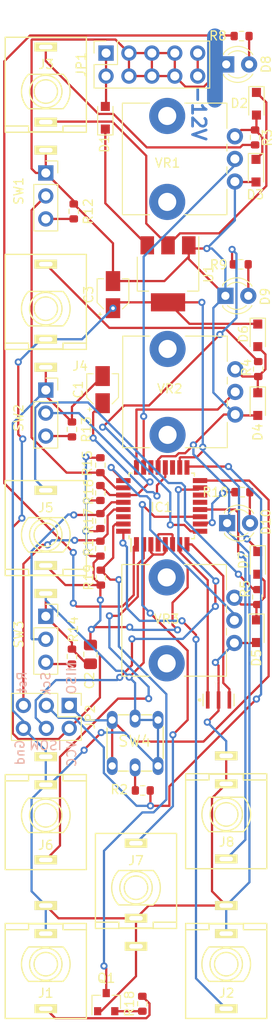
<source format=kicad_pcb>
(kicad_pcb (version 20171130) (host pcbnew "(5.1.9)-1")

  (general
    (thickness 1.6)
    (drawings 12)
    (tracks 536)
    (zones 0)
    (modules 50)
    (nets 47)
  )

  (page A4)
  (layers
    (0 F.Cu signal hide)
    (31 B.Cu signal)
    (32 B.Adhes user)
    (33 F.Adhes user)
    (34 B.Paste user)
    (35 F.Paste user hide)
    (36 B.SilkS user)
    (37 F.SilkS user)
    (38 B.Mask user hide)
    (39 F.Mask user)
    (40 Dwgs.User user)
    (41 Cmts.User user hide)
    (42 Eco1.User user)
    (43 Eco2.User user hide)
    (44 Edge.Cuts user hide)
    (45 Margin user)
    (46 B.CrtYd user)
    (47 F.CrtYd user)
    (48 B.Fab user hide)
    (49 F.Fab user hide)
  )

  (setup
    (last_trace_width 0.25)
    (trace_clearance 0.2)
    (zone_clearance 0.508)
    (zone_45_only no)
    (trace_min 0.2)
    (via_size 0.8)
    (via_drill 0.4)
    (via_min_size 0.4)
    (via_min_drill 0.3)
    (uvia_size 0.3)
    (uvia_drill 0.1)
    (uvias_allowed no)
    (uvia_min_size 0.2)
    (uvia_min_drill 0.1)
    (edge_width 0.05)
    (segment_width 0.2)
    (pcb_text_width 0.3)
    (pcb_text_size 1.5 1.5)
    (mod_edge_width 0.12)
    (mod_text_size 1 1)
    (mod_text_width 0.15)
    (pad_size 1.524 1.524)
    (pad_drill 0.762)
    (pad_to_mask_clearance 0)
    (aux_axis_origin 0 0)
    (visible_elements 7FFFF7FF)
    (pcbplotparams
      (layerselection 0x010fc_ffffffff)
      (usegerberextensions false)
      (usegerberattributes true)
      (usegerberadvancedattributes true)
      (creategerberjobfile true)
      (excludeedgelayer true)
      (linewidth 0.100000)
      (plotframeref false)
      (viasonmask false)
      (mode 1)
      (useauxorigin false)
      (hpglpennumber 1)
      (hpglpenspeed 20)
      (hpglpendiameter 15.000000)
      (psnegative false)
      (psa4output false)
      (plotreference true)
      (plotvalue true)
      (plotinvisibletext false)
      (padsonsilk false)
      (subtractmaskfromsilk false)
      (outputformat 1)
      (mirror false)
      (drillshape 1)
      (scaleselection 1)
      (outputdirectory ""))
  )

  (net 0 "")
  (net 1 AREF)
  (net 2 GNDD)
  (net 3 VCC)
  (net 4 "Net-(D1-Pad1)")
  (net 5 "Net-(D1-Pad2)")
  (net 6 "Net-(D2-Pad2)")
  (net 7 "Net-(D4-Pad1)")
  (net 8 "Net-(D5-Pad1)")
  (net 9 "Net-(D8-Pad2)")
  (net 10 "Net-(D9-Pad2)")
  (net 11 "Net-(D10-Pad2)")
  (net 12 D3)
  (net 13 D4)
  (net 14 "Net-(IC1-Pad7)")
  (net 15 "Net-(IC1-Pad8)")
  (net 16 D5)
  (net 17 D6)
  (net 18 D7)
  (net 19 D8)
  (net 20 D9)
  (net 21 D10)
  (net 22 D11)
  (net 23 D12)
  (net 24 D13)
  (net 25 A6)
  (net 26 A7)
  (net 27 A0)
  (net 28 A1)
  (net 29 A2)
  (net 30 A3)
  (net 31 A4)
  (net 32 A5)
  (net 33 RST)
  (net 34 D0)
  (net 35 D1)
  (net 36 D2)
  (net 37 "Net-(JP1-Pad10)")
  (net 38 "Net-(Q1-Pad2)")
  (net 39 "Net-(R2-Pad1)")
  (net 40 "Net-(J3-Pad3)")
  (net 41 "Net-(J4-Pad3)")
  (net 42 "Net-(J5-Pad3)")
  (net 43 "Net-(R12-Pad1)")
  (net 44 "Net-(R13-Pad1)")
  (net 45 "Net-(R14-Pad1)")
  (net 46 "Net-(J1-Pad3)")

  (net_class Default "This is the default net class."
    (clearance 0.2)
    (trace_width 0.25)
    (via_dia 0.8)
    (via_drill 0.4)
    (uvia_dia 0.3)
    (uvia_drill 0.1)
    (add_net A0)
    (add_net A1)
    (add_net A2)
    (add_net A3)
    (add_net A4)
    (add_net A5)
    (add_net A6)
    (add_net A7)
    (add_net AREF)
    (add_net D0)
    (add_net D1)
    (add_net D10)
    (add_net D11)
    (add_net D12)
    (add_net D13)
    (add_net D2)
    (add_net D3)
    (add_net D4)
    (add_net D5)
    (add_net D6)
    (add_net D7)
    (add_net D8)
    (add_net D9)
    (add_net GNDD)
    (add_net "Net-(D1-Pad1)")
    (add_net "Net-(D1-Pad2)")
    (add_net "Net-(D10-Pad2)")
    (add_net "Net-(D2-Pad2)")
    (add_net "Net-(D4-Pad1)")
    (add_net "Net-(D5-Pad1)")
    (add_net "Net-(D8-Pad2)")
    (add_net "Net-(D9-Pad2)")
    (add_net "Net-(IC1-Pad7)")
    (add_net "Net-(IC1-Pad8)")
    (add_net "Net-(J1-Pad3)")
    (add_net "Net-(J3-Pad3)")
    (add_net "Net-(J4-Pad3)")
    (add_net "Net-(J5-Pad3)")
    (add_net "Net-(JP1-Pad10)")
    (add_net "Net-(Q1-Pad2)")
    (add_net "Net-(R12-Pad1)")
    (add_net "Net-(R13-Pad1)")
    (add_net "Net-(R14-Pad1)")
    (add_net "Net-(R2-Pad1)")
    (add_net RST)
    (add_net VCC)
  )

  (module Package_QFP:TQFP-32_7x7mm_P0.8mm (layer F.Cu) (tedit 5A02F146) (tstamp 6061144A)
    (at 29.85 64.85 90)
    (descr "32-Lead Plastic Thin Quad Flatpack (PT) - 7x7x1.0 mm Body, 2.00 mm [TQFP] (see Microchip Packaging Specification 00000049BS.pdf)")
    (tags "QFP 0.8")
    (path /606099BC)
    (attr smd)
    (fp_text reference IC1 (at -0.15 -0.05) (layer F.SilkS)
      (effects (font (size 1 1) (thickness 0.15)))
    )
    (fp_text value ATmega328PB-AU (at 0 6.05 90) (layer F.Fab)
      (effects (font (size 1 1) (thickness 0.15)))
    )
    (fp_line (start -3.625 -3.4) (end -5.05 -3.4) (layer F.SilkS) (width 0.15))
    (fp_line (start 3.625 -3.625) (end 3.3 -3.625) (layer F.SilkS) (width 0.15))
    (fp_line (start 3.625 3.625) (end 3.3 3.625) (layer F.SilkS) (width 0.15))
    (fp_line (start -3.625 3.625) (end -3.3 3.625) (layer F.SilkS) (width 0.15))
    (fp_line (start -3.625 -3.625) (end -3.3 -3.625) (layer F.SilkS) (width 0.15))
    (fp_line (start -3.625 3.625) (end -3.625 3.3) (layer F.SilkS) (width 0.15))
    (fp_line (start 3.625 3.625) (end 3.625 3.3) (layer F.SilkS) (width 0.15))
    (fp_line (start 3.625 -3.625) (end 3.625 -3.3) (layer F.SilkS) (width 0.15))
    (fp_line (start -3.625 -3.625) (end -3.625 -3.4) (layer F.SilkS) (width 0.15))
    (fp_line (start -5.3 5.3) (end 5.3 5.3) (layer F.CrtYd) (width 0.05))
    (fp_line (start -5.3 -5.3) (end 5.3 -5.3) (layer F.CrtYd) (width 0.05))
    (fp_line (start 5.3 -5.3) (end 5.3 5.3) (layer F.CrtYd) (width 0.05))
    (fp_line (start -5.3 -5.3) (end -5.3 5.3) (layer F.CrtYd) (width 0.05))
    (fp_line (start -3.5 -2.5) (end -2.5 -3.5) (layer F.Fab) (width 0.15))
    (fp_line (start -3.5 3.5) (end -3.5 -2.5) (layer F.Fab) (width 0.15))
    (fp_line (start 3.5 3.5) (end -3.5 3.5) (layer F.Fab) (width 0.15))
    (fp_line (start 3.5 -3.5) (end 3.5 3.5) (layer F.Fab) (width 0.15))
    (fp_line (start -2.5 -3.5) (end 3.5 -3.5) (layer F.Fab) (width 0.15))
    (fp_text user %R (at 0.1 2.25 90) (layer F.Fab)
      (effects (font (size 1 1) (thickness 0.15)))
    )
    (pad 1 smd rect (at -4.25 -2.8 90) (size 1.6 0.55) (layers F.Cu F.Paste F.Mask)
      (net 12 D3))
    (pad 2 smd rect (at -4.25 -2 90) (size 1.6 0.55) (layers F.Cu F.Paste F.Mask)
      (net 13 D4))
    (pad 3 smd rect (at -4.25 -1.2 90) (size 1.6 0.55) (layers F.Cu F.Paste F.Mask)
      (net 2 GNDD))
    (pad 4 smd rect (at -4.25 -0.4 90) (size 1.6 0.55) (layers F.Cu F.Paste F.Mask)
      (net 3 VCC))
    (pad 5 smd rect (at -4.25 0.4 90) (size 1.6 0.55) (layers F.Cu F.Paste F.Mask)
      (net 2 GNDD))
    (pad 6 smd rect (at -4.25 1.2 90) (size 1.6 0.55) (layers F.Cu F.Paste F.Mask)
      (net 3 VCC))
    (pad 7 smd rect (at -4.25 2 90) (size 1.6 0.55) (layers F.Cu F.Paste F.Mask)
      (net 14 "Net-(IC1-Pad7)"))
    (pad 8 smd rect (at -4.25 2.8 90) (size 1.6 0.55) (layers F.Cu F.Paste F.Mask)
      (net 15 "Net-(IC1-Pad8)"))
    (pad 9 smd rect (at -2.8 4.25 180) (size 1.6 0.55) (layers F.Cu F.Paste F.Mask)
      (net 16 D5))
    (pad 10 smd rect (at -2 4.25 180) (size 1.6 0.55) (layers F.Cu F.Paste F.Mask)
      (net 17 D6))
    (pad 11 smd rect (at -1.2 4.25 180) (size 1.6 0.55) (layers F.Cu F.Paste F.Mask)
      (net 18 D7))
    (pad 12 smd rect (at -0.4 4.25 180) (size 1.6 0.55) (layers F.Cu F.Paste F.Mask)
      (net 19 D8))
    (pad 13 smd rect (at 0.4 4.25 180) (size 1.6 0.55) (layers F.Cu F.Paste F.Mask)
      (net 20 D9))
    (pad 14 smd rect (at 1.2 4.25 180) (size 1.6 0.55) (layers F.Cu F.Paste F.Mask)
      (net 21 D10))
    (pad 15 smd rect (at 2 4.25 180) (size 1.6 0.55) (layers F.Cu F.Paste F.Mask)
      (net 22 D11))
    (pad 16 smd rect (at 2.8 4.25 180) (size 1.6 0.55) (layers F.Cu F.Paste F.Mask)
      (net 23 D12))
    (pad 17 smd rect (at 4.25 2.8 90) (size 1.6 0.55) (layers F.Cu F.Paste F.Mask)
      (net 24 D13))
    (pad 18 smd rect (at 4.25 2 90) (size 1.6 0.55) (layers F.Cu F.Paste F.Mask)
      (net 3 VCC))
    (pad 19 smd rect (at 4.25 1.2 90) (size 1.6 0.55) (layers F.Cu F.Paste F.Mask)
      (net 25 A6))
    (pad 20 smd rect (at 4.25 0.4 90) (size 1.6 0.55) (layers F.Cu F.Paste F.Mask)
      (net 1 AREF))
    (pad 21 smd rect (at 4.25 -0.4 90) (size 1.6 0.55) (layers F.Cu F.Paste F.Mask)
      (net 2 GNDD))
    (pad 22 smd rect (at 4.25 -1.2 90) (size 1.6 0.55) (layers F.Cu F.Paste F.Mask)
      (net 26 A7))
    (pad 23 smd rect (at 4.25 -2 90) (size 1.6 0.55) (layers F.Cu F.Paste F.Mask)
      (net 27 A0))
    (pad 24 smd rect (at 4.25 -2.8 90) (size 1.6 0.55) (layers F.Cu F.Paste F.Mask)
      (net 28 A1))
    (pad 25 smd rect (at 2.8 -4.25 180) (size 1.6 0.55) (layers F.Cu F.Paste F.Mask)
      (net 29 A2))
    (pad 26 smd rect (at 2 -4.25 180) (size 1.6 0.55) (layers F.Cu F.Paste F.Mask)
      (net 30 A3))
    (pad 27 smd rect (at 1.2 -4.25 180) (size 1.6 0.55) (layers F.Cu F.Paste F.Mask)
      (net 31 A4))
    (pad 28 smd rect (at 0.4 -4.25 180) (size 1.6 0.55) (layers F.Cu F.Paste F.Mask)
      (net 32 A5))
    (pad 29 smd rect (at -0.4 -4.25 180) (size 1.6 0.55) (layers F.Cu F.Paste F.Mask)
      (net 33 RST))
    (pad 30 smd rect (at -1.2 -4.25 180) (size 1.6 0.55) (layers F.Cu F.Paste F.Mask)
      (net 34 D0))
    (pad 31 smd rect (at -2 -4.25 180) (size 1.6 0.55) (layers F.Cu F.Paste F.Mask)
      (net 35 D1))
    (pad 32 smd rect (at -2.8 -4.25 180) (size 1.6 0.55) (layers F.Cu F.Paste F.Mask)
      (net 36 D2))
    (model ${KISYS3DMOD}/Package_QFP.3dshapes/TQFP-32_7x7mm_P0.8mm.wrl
      (at (xyz 0 0 0))
      (scale (xyz 1 1 1))
      (rotate (xyz 0 0 0))
    )
  )

  (module Potentiometer_THT:Potentiometer_Alps_RK09L_Single_Vertical (layer F.Cu) (tedit 5A3D4993) (tstamp 6060A815)
    (at 38 49.75 180)
    (descr "Potentiometer, vertical, Alps RK09L Single, http://www.alps.com/prod/info/E/HTML/Potentiometer/RotaryPotentiometers/RK09L/RK09L_list.html")
    (tags "Potentiometer vertical Alps RK09L Single")
    (path /609A91AF)
    (fp_text reference VR2 (at 7.25 -2.15) (layer F.SilkS)
      (effects (font (size 1 1) (thickness 0.15)))
    )
    (fp_text value 10K (at 5.725 5.5) (layer F.Fab)
      (effects (font (size 1 1) (thickness 0.15)))
    )
    (fp_line (start 12.6 -9.5) (end -1.15 -9.5) (layer F.CrtYd) (width 0.05))
    (fp_line (start 12.6 4.5) (end 12.6 -9.5) (layer F.CrtYd) (width 0.05))
    (fp_line (start -1.15 4.5) (end 12.6 4.5) (layer F.CrtYd) (width 0.05))
    (fp_line (start -1.15 -9.5) (end -1.15 4.5) (layer F.CrtYd) (width 0.05))
    (fp_line (start 12.47 -8.67) (end 12.47 3.67) (layer F.SilkS) (width 0.12))
    (fp_line (start 0.88 0.87) (end 0.88 3.67) (layer F.SilkS) (width 0.12))
    (fp_line (start 0.88 -1.629) (end 0.88 -0.87) (layer F.SilkS) (width 0.12))
    (fp_line (start 0.88 -4.129) (end 0.88 -3.37) (layer F.SilkS) (width 0.12))
    (fp_line (start 0.88 -8.67) (end 0.88 -5.871) (layer F.SilkS) (width 0.12))
    (fp_line (start 9.455 3.67) (end 12.47 3.67) (layer F.SilkS) (width 0.12))
    (fp_line (start 0.88 3.67) (end 5.546 3.67) (layer F.SilkS) (width 0.12))
    (fp_line (start 9.455 -8.67) (end 12.47 -8.67) (layer F.SilkS) (width 0.12))
    (fp_line (start 0.88 -8.67) (end 5.546 -8.67) (layer F.SilkS) (width 0.12))
    (fp_line (start 12.35 -8.55) (end 1 -8.55) (layer F.Fab) (width 0.1))
    (fp_line (start 12.35 3.55) (end 12.35 -8.55) (layer F.Fab) (width 0.1))
    (fp_line (start 1 3.55) (end 12.35 3.55) (layer F.Fab) (width 0.1))
    (fp_line (start 1 -8.55) (end 1 3.55) (layer F.Fab) (width 0.1))
    (fp_circle (center 7.5 -2.5) (end 10.5 -2.5) (layer F.Fab) (width 0.1))
    (fp_text user %R (at 2 -2.5 90) (layer F.Fab)
      (effects (font (size 1 1) (thickness 0.15)))
    )
    (pad 3 thru_hole circle (at 0 -5 180) (size 1.8 1.8) (drill 1) (layers *.Cu *.Mask)
      (net 2 GNDD))
    (pad 2 thru_hole circle (at 0 -2.5 180) (size 1.8 1.8) (drill 1) (layers *.Cu *.Mask)
      (net 28 A1))
    (pad 1 thru_hole circle (at 0 0 180) (size 1.8 1.8) (drill 1) (layers *.Cu *.Mask)
      (net 7 "Net-(D4-Pad1)"))
    (pad "" np_thru_hole circle (at 7.5 -7.25 180) (size 4 4) (drill 2) (layers *.Cu *.Mask))
    (pad "" np_thru_hole circle (at 7.5 2.25 180) (size 4 4) (drill 2) (layers *.Cu *.Mask))
    (model ${KISYS3DMOD}/Potentiometer_THT.3dshapes/Potentiometer_Alps_RK09L_Single_Vertical.wrl
      (at (xyz 0 0 0))
      (scale (xyz 1 1 1))
      (rotate (xyz 0 0 0))
    )
  )

  (module LED_THT:LED_D3.0mm_FlatTop (layer F.Cu) (tedit 5880A862) (tstamp 6060A467)
    (at 37 16.05)
    (descr "LED, Round, FlatTop, diameter 3.0mm, 2 pins, http://www.kingbright.com/attachments/file/psearch/000/00/00/L-47XEC(Ver.9A).pdf")
    (tags "LED Round FlatTop diameter 3.0mm 2 pins")
    (path /60605992)
    (fp_text reference D8 (at 4.42 -0.01 270) (layer F.SilkS)
      (effects (font (size 1 1) (thickness 0.15)))
    )
    (fp_text value LED (at 1.27 2.96) (layer F.Fab)
      (effects (font (size 1 1) (thickness 0.15)))
    )
    (fp_line (start 3.7 -2.25) (end -1.15 -2.25) (layer F.CrtYd) (width 0.05))
    (fp_line (start 3.7 2.25) (end 3.7 -2.25) (layer F.CrtYd) (width 0.05))
    (fp_line (start -1.15 2.25) (end 3.7 2.25) (layer F.CrtYd) (width 0.05))
    (fp_line (start -1.15 -2.25) (end -1.15 2.25) (layer F.CrtYd) (width 0.05))
    (fp_line (start -0.29 1.08) (end -0.29 1.236) (layer F.SilkS) (width 0.12))
    (fp_line (start -0.29 -1.236) (end -0.29 -1.08) (layer F.SilkS) (width 0.12))
    (fp_line (start -0.23 -1.16619) (end -0.23 1.16619) (layer F.Fab) (width 0.1))
    (fp_circle (center 1.27 0) (end 2.77 0) (layer F.Fab) (width 0.1))
    (fp_arc (start 1.27 0) (end -0.23 -1.16619) (angle 284.3) (layer F.Fab) (width 0.1))
    (fp_arc (start 1.27 0) (end -0.29 -1.235516) (angle 108.8) (layer F.SilkS) (width 0.12))
    (fp_arc (start 1.27 0) (end -0.29 1.235516) (angle -108.8) (layer F.SilkS) (width 0.12))
    (fp_arc (start 1.27 0) (end 0.229039 -1.08) (angle 87.9) (layer F.SilkS) (width 0.12))
    (fp_arc (start 1.27 0) (end 0.229039 1.08) (angle -87.9) (layer F.SilkS) (width 0.12))
    (pad 1 thru_hole rect (at 0 0) (size 1.8 1.8) (drill 0.9) (layers *.Cu *.Mask)
      (net 2 GNDD))
    (pad 2 thru_hole circle (at 2.54 0) (size 1.8 1.8) (drill 0.9) (layers *.Cu *.Mask)
      (net 9 "Net-(D8-Pad2)"))
    (model ${KISYS3DMOD}/LED_THT.3dshapes/LED_D3.0mm_FlatTop.wrl
      (at (xyz 0 0 0))
      (scale (xyz 1 1 1))
      (rotate (xyz 0 0 0))
    )
  )

  (module Capacitor_SMD:CP_Elec_3x5.3 (layer F.Cu) (tedit 5B303299) (tstamp 606112D8)
    (at 23.3 52 90)
    (descr "SMT capacitor, aluminium electrolytic, 3x5.3, Cornell Dubilier Electronics ")
    (tags "Capacitor Electrolytic")
    (path /606518F2)
    (attr smd)
    (fp_text reference C1 (at 0 -2.7 270) (layer F.SilkS)
      (effects (font (size 1 1) (thickness 0.15)))
    )
    (fp_text value 0.1uF (at 0 2.7 270) (layer F.Fab)
      (effects (font (size 1 1) (thickness 0.15)))
    )
    (fp_line (start -2.85 1.05) (end -1.78 1.05) (layer F.CrtYd) (width 0.05))
    (fp_line (start -2.85 -1.05) (end -2.85 1.05) (layer F.CrtYd) (width 0.05))
    (fp_line (start -1.78 -1.05) (end -2.85 -1.05) (layer F.CrtYd) (width 0.05))
    (fp_line (start -1.78 -1.05) (end -0.93 -1.9) (layer F.CrtYd) (width 0.05))
    (fp_line (start -1.78 1.05) (end -0.93 1.9) (layer F.CrtYd) (width 0.05))
    (fp_line (start -0.93 -1.9) (end 1.9 -1.9) (layer F.CrtYd) (width 0.05))
    (fp_line (start -0.93 1.9) (end 1.9 1.9) (layer F.CrtYd) (width 0.05))
    (fp_line (start 1.9 1.05) (end 1.9 1.9) (layer F.CrtYd) (width 0.05))
    (fp_line (start 2.85 1.05) (end 1.9 1.05) (layer F.CrtYd) (width 0.05))
    (fp_line (start 2.85 -1.05) (end 2.85 1.05) (layer F.CrtYd) (width 0.05))
    (fp_line (start 1.9 -1.05) (end 2.85 -1.05) (layer F.CrtYd) (width 0.05))
    (fp_line (start 1.9 -1.9) (end 1.9 -1.05) (layer F.CrtYd) (width 0.05))
    (fp_line (start -2.1875 -1.6225) (end -2.1875 -1.2475) (layer F.SilkS) (width 0.12))
    (fp_line (start -2.375 -1.435) (end -2 -1.435) (layer F.SilkS) (width 0.12))
    (fp_line (start -1.570563 1.06) (end -0.870563 1.76) (layer F.SilkS) (width 0.12))
    (fp_line (start -1.570563 -1.06) (end -0.870563 -1.76) (layer F.SilkS) (width 0.12))
    (fp_line (start -0.870563 1.76) (end 1.76 1.76) (layer F.SilkS) (width 0.12))
    (fp_line (start -0.870563 -1.76) (end 1.76 -1.76) (layer F.SilkS) (width 0.12))
    (fp_line (start 1.76 -1.76) (end 1.76 -1.06) (layer F.SilkS) (width 0.12))
    (fp_line (start 1.76 1.76) (end 1.76 1.06) (layer F.SilkS) (width 0.12))
    (fp_line (start -0.960469 -0.95) (end -0.960469 -0.65) (layer F.Fab) (width 0.1))
    (fp_line (start -1.110469 -0.8) (end -0.810469 -0.8) (layer F.Fab) (width 0.1))
    (fp_line (start -1.65 0.825) (end -0.825 1.65) (layer F.Fab) (width 0.1))
    (fp_line (start -1.65 -0.825) (end -0.825 -1.65) (layer F.Fab) (width 0.1))
    (fp_line (start -1.65 -0.825) (end -1.65 0.825) (layer F.Fab) (width 0.1))
    (fp_line (start -0.825 1.65) (end 1.65 1.65) (layer F.Fab) (width 0.1))
    (fp_line (start -0.825 -1.65) (end 1.65 -1.65) (layer F.Fab) (width 0.1))
    (fp_line (start 1.65 -1.65) (end 1.65 1.65) (layer F.Fab) (width 0.1))
    (fp_circle (center 0 0) (end 1.5 0) (layer F.Fab) (width 0.1))
    (fp_text user %R (at 0 0 270) (layer F.Fab)
      (effects (font (size 0.6 0.6) (thickness 0.09)))
    )
    (pad 2 smd rect (at 1.5 0 90) (size 2.2 1.6) (layers F.Cu F.Paste F.Mask)
      (net 2 GNDD))
    (pad 1 smd rect (at -1.5 0 90) (size 2.2 1.6) (layers F.Cu F.Paste F.Mask)
      (net 1 AREF))
    (model ${KISYS3DMOD}/Capacitor_SMD.3dshapes/CP_Elec_3x5.3.wrl
      (at (xyz 0 0 0))
      (scale (xyz 1 1 1))
      (rotate (xyz 0 0 0))
    )
  )

  (module Diode_SMD:D_SOD-323_HandSoldering (layer F.Cu) (tedit 58641869) (tstamp 60613630)
    (at 23.6 21.95 90)
    (descr SOD-323)
    (tags SOD-323)
    (path /609BC143)
    (attr smd)
    (fp_text reference D1 (at -2.9 -0.1 90) (layer F.SilkS)
      (effects (font (size 1 1) (thickness 0.15)))
    )
    (fp_text value SM4001 (at 0.1 1.9 90) (layer F.Fab)
      (effects (font (size 1 1) (thickness 0.15)))
    )
    (fp_line (start -1.9 -0.85) (end 1.25 -0.85) (layer F.SilkS) (width 0.12))
    (fp_line (start -1.9 0.85) (end 1.25 0.85) (layer F.SilkS) (width 0.12))
    (fp_line (start -2 -0.95) (end -2 0.95) (layer F.CrtYd) (width 0.05))
    (fp_line (start -2 0.95) (end 2 0.95) (layer F.CrtYd) (width 0.05))
    (fp_line (start 2 -0.95) (end 2 0.95) (layer F.CrtYd) (width 0.05))
    (fp_line (start -2 -0.95) (end 2 -0.95) (layer F.CrtYd) (width 0.05))
    (fp_line (start -0.9 -0.7) (end 0.9 -0.7) (layer F.Fab) (width 0.1))
    (fp_line (start 0.9 -0.7) (end 0.9 0.7) (layer F.Fab) (width 0.1))
    (fp_line (start 0.9 0.7) (end -0.9 0.7) (layer F.Fab) (width 0.1))
    (fp_line (start -0.9 0.7) (end -0.9 -0.7) (layer F.Fab) (width 0.1))
    (fp_line (start -0.3 -0.35) (end -0.3 0.35) (layer F.Fab) (width 0.1))
    (fp_line (start -0.3 0) (end -0.5 0) (layer F.Fab) (width 0.1))
    (fp_line (start -0.3 0) (end 0.2 -0.35) (layer F.Fab) (width 0.1))
    (fp_line (start 0.2 -0.35) (end 0.2 0.35) (layer F.Fab) (width 0.1))
    (fp_line (start 0.2 0.35) (end -0.3 0) (layer F.Fab) (width 0.1))
    (fp_line (start 0.2 0) (end 0.45 0) (layer F.Fab) (width 0.1))
    (fp_line (start -1.9 -0.85) (end -1.9 0.85) (layer F.SilkS) (width 0.12))
    (fp_text user %R (at 0 -1.85 90) (layer F.Fab)
      (effects (font (size 1 1) (thickness 0.15)))
    )
    (pad 1 smd rect (at -1.25 0 90) (size 1 1) (layers F.Cu F.Paste F.Mask)
      (net 4 "Net-(D1-Pad1)"))
    (pad 2 smd rect (at 1.25 0 90) (size 1 1) (layers F.Cu F.Paste F.Mask)
      (net 5 "Net-(D1-Pad2)"))
    (model ${KISYS3DMOD}/Diode_SMD.3dshapes/D_SOD-323.wrl
      (at (xyz 0 0 0))
      (scale (xyz 1 1 1))
      (rotate (xyz 0 0 0))
    )
  )

  (module Diode_SMD:D_SOD-323_HandSoldering (layer F.Cu) (tedit 58641869) (tstamp 6060D6F4)
    (at 40.35 20.4 270)
    (descr SOD-323)
    (tags SOD-323)
    (path /6074DA64)
    (attr smd)
    (fp_text reference D2 (at -0.05 1.9 180) (layer F.SilkS)
      (effects (font (size 1 1) (thickness 0.15)))
    )
    (fp_text value BAT48 (at 0.1 1.9 270) (layer F.Fab)
      (effects (font (size 1 1) (thickness 0.15)))
    )
    (fp_line (start -1.9 -0.85) (end -1.9 0.85) (layer F.SilkS) (width 0.12))
    (fp_line (start 0.2 0) (end 0.45 0) (layer F.Fab) (width 0.1))
    (fp_line (start 0.2 0.35) (end -0.3 0) (layer F.Fab) (width 0.1))
    (fp_line (start 0.2 -0.35) (end 0.2 0.35) (layer F.Fab) (width 0.1))
    (fp_line (start -0.3 0) (end 0.2 -0.35) (layer F.Fab) (width 0.1))
    (fp_line (start -0.3 0) (end -0.5 0) (layer F.Fab) (width 0.1))
    (fp_line (start -0.3 -0.35) (end -0.3 0.35) (layer F.Fab) (width 0.1))
    (fp_line (start -0.9 0.7) (end -0.9 -0.7) (layer F.Fab) (width 0.1))
    (fp_line (start 0.9 0.7) (end -0.9 0.7) (layer F.Fab) (width 0.1))
    (fp_line (start 0.9 -0.7) (end 0.9 0.7) (layer F.Fab) (width 0.1))
    (fp_line (start -0.9 -0.7) (end 0.9 -0.7) (layer F.Fab) (width 0.1))
    (fp_line (start -2 -0.95) (end 2 -0.95) (layer F.CrtYd) (width 0.05))
    (fp_line (start 2 -0.95) (end 2 0.95) (layer F.CrtYd) (width 0.05))
    (fp_line (start -2 0.95) (end 2 0.95) (layer F.CrtYd) (width 0.05))
    (fp_line (start -2 -0.95) (end -2 0.95) (layer F.CrtYd) (width 0.05))
    (fp_line (start -1.9 0.85) (end 1.25 0.85) (layer F.SilkS) (width 0.12))
    (fp_line (start -1.9 -0.85) (end 1.25 -0.85) (layer F.SilkS) (width 0.12))
    (pad 2 smd rect (at 1.25 0 270) (size 1 1) (layers F.Cu F.Paste F.Mask)
      (net 6 "Net-(D2-Pad2)"))
    (pad 1 smd rect (at -1.25 0 270) (size 1 1) (layers F.Cu F.Paste F.Mask)
      (net 3 VCC))
    (model ${KISYS3DMOD}/Diode_SMD.3dshapes/D_SOD-323.wrl
      (at (xyz 0 0 0))
      (scale (xyz 1 1 1))
      (rotate (xyz 0 0 0))
    )
  )

  (module Diode_SMD:D_SOD-323_HandSoldering (layer F.Cu) (tedit 58641869) (tstamp 6060DB65)
    (at 40.3 27.8 270)
    (descr SOD-323)
    (tags SOD-323)
    (path /6074E3F3)
    (attr smd)
    (fp_text reference D3 (at 2.65 0.075) (layer F.SilkS)
      (effects (font (size 1 1) (thickness 0.15)))
    )
    (fp_text value BAT48 (at 0.1 1.9 270) (layer F.Fab)
      (effects (font (size 1 1) (thickness 0.15)))
    )
    (fp_line (start -1.9 -0.85) (end 1.25 -0.85) (layer F.SilkS) (width 0.12))
    (fp_line (start -1.9 0.85) (end 1.25 0.85) (layer F.SilkS) (width 0.12))
    (fp_line (start -2 -0.95) (end -2 0.95) (layer F.CrtYd) (width 0.05))
    (fp_line (start -2 0.95) (end 2 0.95) (layer F.CrtYd) (width 0.05))
    (fp_line (start 2 -0.95) (end 2 0.95) (layer F.CrtYd) (width 0.05))
    (fp_line (start -2 -0.95) (end 2 -0.95) (layer F.CrtYd) (width 0.05))
    (fp_line (start -0.9 -0.7) (end 0.9 -0.7) (layer F.Fab) (width 0.1))
    (fp_line (start 0.9 -0.7) (end 0.9 0.7) (layer F.Fab) (width 0.1))
    (fp_line (start 0.9 0.7) (end -0.9 0.7) (layer F.Fab) (width 0.1))
    (fp_line (start -0.9 0.7) (end -0.9 -0.7) (layer F.Fab) (width 0.1))
    (fp_line (start -0.3 -0.35) (end -0.3 0.35) (layer F.Fab) (width 0.1))
    (fp_line (start -0.3 0) (end -0.5 0) (layer F.Fab) (width 0.1))
    (fp_line (start -0.3 0) (end 0.2 -0.35) (layer F.Fab) (width 0.1))
    (fp_line (start 0.2 -0.35) (end 0.2 0.35) (layer F.Fab) (width 0.1))
    (fp_line (start 0.2 0.35) (end -0.3 0) (layer F.Fab) (width 0.1))
    (fp_line (start 0.2 0) (end 0.45 0) (layer F.Fab) (width 0.1))
    (fp_line (start -1.9 -0.85) (end -1.9 0.85) (layer F.SilkS) (width 0.12))
    (pad 1 smd rect (at -1.25 0 270) (size 1 1) (layers F.Cu F.Paste F.Mask)
      (net 6 "Net-(D2-Pad2)"))
    (pad 2 smd rect (at 1.25 0 270) (size 1 1) (layers F.Cu F.Paste F.Mask)
      (net 2 GNDD))
    (model ${KISYS3DMOD}/Diode_SMD.3dshapes/D_SOD-323.wrl
      (at (xyz 0 0 0))
      (scale (xyz 1 1 1))
      (rotate (xyz 0 0 0))
    )
  )

  (module Diode_SMD:D_SOD-323_HandSoldering (layer F.Cu) (tedit 58641869) (tstamp 60610C3C)
    (at 40.5 53.6 270)
    (descr SOD-323)
    (tags SOD-323)
    (path /609A91A1)
    (attr smd)
    (fp_text reference D4 (at 3.1 0 270) (layer F.SilkS)
      (effects (font (size 1 1) (thickness 0.15)))
    )
    (fp_text value BAT48 (at -4.365 -0.567 270) (layer F.Fab)
      (effects (font (size 1 1) (thickness 0.15)))
    )
    (fp_line (start -1.9 -0.85) (end 1.25 -0.85) (layer F.SilkS) (width 0.12))
    (fp_line (start -1.9 0.85) (end 1.25 0.85) (layer F.SilkS) (width 0.12))
    (fp_line (start -2 -0.95) (end -2 0.95) (layer F.CrtYd) (width 0.05))
    (fp_line (start -2 0.95) (end 2 0.95) (layer F.CrtYd) (width 0.05))
    (fp_line (start 2 -0.95) (end 2 0.95) (layer F.CrtYd) (width 0.05))
    (fp_line (start -2 -0.95) (end 2 -0.95) (layer F.CrtYd) (width 0.05))
    (fp_line (start -0.9 -0.7) (end 0.9 -0.7) (layer F.Fab) (width 0.1))
    (fp_line (start 0.9 -0.7) (end 0.9 0.7) (layer F.Fab) (width 0.1))
    (fp_line (start 0.9 0.7) (end -0.9 0.7) (layer F.Fab) (width 0.1))
    (fp_line (start -0.9 0.7) (end -0.9 -0.7) (layer F.Fab) (width 0.1))
    (fp_line (start -0.3 -0.35) (end -0.3 0.35) (layer F.Fab) (width 0.1))
    (fp_line (start -0.3 0) (end -0.5 0) (layer F.Fab) (width 0.1))
    (fp_line (start -0.3 0) (end 0.2 -0.35) (layer F.Fab) (width 0.1))
    (fp_line (start 0.2 -0.35) (end 0.2 0.35) (layer F.Fab) (width 0.1))
    (fp_line (start 0.2 0.35) (end -0.3 0) (layer F.Fab) (width 0.1))
    (fp_line (start 0.2 0) (end 0.45 0) (layer F.Fab) (width 0.1))
    (fp_line (start -1.9 -0.85) (end -1.9 0.85) (layer F.SilkS) (width 0.12))
    (fp_text user %R (at 0 -1.85 270) (layer F.Fab)
      (effects (font (size 1 1) (thickness 0.15)))
    )
    (pad 1 smd rect (at -1.25 0 270) (size 1 1) (layers F.Cu F.Paste F.Mask)
      (net 7 "Net-(D4-Pad1)"))
    (pad 2 smd rect (at 1.25 0 270) (size 1 1) (layers F.Cu F.Paste F.Mask)
      (net 2 GNDD))
    (model ${KISYS3DMOD}/Diode_SMD.3dshapes/D_SOD-323.wrl
      (at (xyz 0 0 0))
      (scale (xyz 1 1 1))
      (rotate (xyz 0 0 0))
    )
  )

  (module Diode_SMD:D_SOD-323_HandSoldering (layer F.Cu) (tedit 58641869) (tstamp 6060DC38)
    (at 40.35 78.7 270)
    (descr SOD-323)
    (tags SOD-323)
    (path /609B9BAE)
    (attr smd)
    (fp_text reference D5 (at 2.95 0 270) (layer F.SilkS)
      (effects (font (size 1 1) (thickness 0.15)))
    )
    (fp_text value BAT48 (at -4.084 -1.148 270) (layer F.Fab)
      (effects (font (size 1 1) (thickness 0.15)))
    )
    (fp_line (start -1.9 -0.85) (end 1.25 -0.85) (layer F.SilkS) (width 0.12))
    (fp_line (start -1.9 0.85) (end 1.25 0.85) (layer F.SilkS) (width 0.12))
    (fp_line (start -2 -0.95) (end -2 0.95) (layer F.CrtYd) (width 0.05))
    (fp_line (start -2 0.95) (end 2 0.95) (layer F.CrtYd) (width 0.05))
    (fp_line (start 2 -0.95) (end 2 0.95) (layer F.CrtYd) (width 0.05))
    (fp_line (start -2 -0.95) (end 2 -0.95) (layer F.CrtYd) (width 0.05))
    (fp_line (start -0.9 -0.7) (end 0.9 -0.7) (layer F.Fab) (width 0.1))
    (fp_line (start 0.9 -0.7) (end 0.9 0.7) (layer F.Fab) (width 0.1))
    (fp_line (start 0.9 0.7) (end -0.9 0.7) (layer F.Fab) (width 0.1))
    (fp_line (start -0.9 0.7) (end -0.9 -0.7) (layer F.Fab) (width 0.1))
    (fp_line (start -0.3 -0.35) (end -0.3 0.35) (layer F.Fab) (width 0.1))
    (fp_line (start -0.3 0) (end -0.5 0) (layer F.Fab) (width 0.1))
    (fp_line (start -0.3 0) (end 0.2 -0.35) (layer F.Fab) (width 0.1))
    (fp_line (start 0.2 -0.35) (end 0.2 0.35) (layer F.Fab) (width 0.1))
    (fp_line (start 0.2 0.35) (end -0.3 0) (layer F.Fab) (width 0.1))
    (fp_line (start 0.2 0) (end 0.45 0) (layer F.Fab) (width 0.1))
    (fp_line (start -1.9 -0.85) (end -1.9 0.85) (layer F.SilkS) (width 0.12))
    (fp_text user %R (at 0 -1.85 270) (layer F.Fab)
      (effects (font (size 1 1) (thickness 0.15)))
    )
    (pad 1 smd rect (at -1.25 0 270) (size 1 1) (layers F.Cu F.Paste F.Mask)
      (net 8 "Net-(D5-Pad1)"))
    (pad 2 smd rect (at 1.25 0 270) (size 1 1) (layers F.Cu F.Paste F.Mask)
      (net 2 GNDD))
    (model ${KISYS3DMOD}/Diode_SMD.3dshapes/D_SOD-323.wrl
      (at (xyz 0 0 0))
      (scale (xyz 1 1 1))
      (rotate (xyz 0 0 0))
    )
  )

  (module Diode_SMD:D_SOD-323_HandSoldering (layer F.Cu) (tedit 58641869) (tstamp 60610FC4)
    (at 40.5 46 270)
    (descr SOD-323)
    (tags SOD-323)
    (path /609A919B)
    (attr smd)
    (fp_text reference D6 (at -0.15 1.6 270) (layer F.SilkS)
      (effects (font (size 1 1) (thickness 0.15)))
    )
    (fp_text value BAT48 (at 0.1 1.9 270) (layer F.Fab)
      (effects (font (size 1 1) (thickness 0.15)))
    )
    (fp_line (start -1.9 -0.85) (end -1.9 0.85) (layer F.SilkS) (width 0.12))
    (fp_line (start 0.2 0) (end 0.45 0) (layer F.Fab) (width 0.1))
    (fp_line (start 0.2 0.35) (end -0.3 0) (layer F.Fab) (width 0.1))
    (fp_line (start 0.2 -0.35) (end 0.2 0.35) (layer F.Fab) (width 0.1))
    (fp_line (start -0.3 0) (end 0.2 -0.35) (layer F.Fab) (width 0.1))
    (fp_line (start -0.3 0) (end -0.5 0) (layer F.Fab) (width 0.1))
    (fp_line (start -0.3 -0.35) (end -0.3 0.35) (layer F.Fab) (width 0.1))
    (fp_line (start -0.9 0.7) (end -0.9 -0.7) (layer F.Fab) (width 0.1))
    (fp_line (start 0.9 0.7) (end -0.9 0.7) (layer F.Fab) (width 0.1))
    (fp_line (start 0.9 -0.7) (end 0.9 0.7) (layer F.Fab) (width 0.1))
    (fp_line (start -0.9 -0.7) (end 0.9 -0.7) (layer F.Fab) (width 0.1))
    (fp_line (start -2 -0.95) (end 2 -0.95) (layer F.CrtYd) (width 0.05))
    (fp_line (start 2 -0.95) (end 2 0.95) (layer F.CrtYd) (width 0.05))
    (fp_line (start -2 0.95) (end 2 0.95) (layer F.CrtYd) (width 0.05))
    (fp_line (start -2 -0.95) (end -2 0.95) (layer F.CrtYd) (width 0.05))
    (fp_line (start -1.9 0.85) (end 1.25 0.85) (layer F.SilkS) (width 0.12))
    (fp_line (start -1.9 -0.85) (end 1.25 -0.85) (layer F.SilkS) (width 0.12))
    (fp_text user %R (at 0 -1.85 270) (layer F.Fab)
      (effects (font (size 1 1) (thickness 0.15)))
    )
    (pad 2 smd rect (at 1.25 0 270) (size 1 1) (layers F.Cu F.Paste F.Mask)
      (net 7 "Net-(D4-Pad1)"))
    (pad 1 smd rect (at -1.25 0 270) (size 1 1) (layers F.Cu F.Paste F.Mask)
      (net 3 VCC))
    (model ${KISYS3DMOD}/Diode_SMD.3dshapes/D_SOD-323.wrl
      (at (xyz 0 0 0))
      (scale (xyz 1 1 1))
      (rotate (xyz 0 0 0))
    )
  )

  (module Diode_SMD:D_SOD-323_HandSoldering (layer F.Cu) (tedit 58641869) (tstamp 6060D54B)
    (at 40.5 71.15 270)
    (descr SOD-323)
    (tags SOD-323)
    (path /609B9BA8)
    (attr smd)
    (fp_text reference D7 (at -0.3 1.6 270) (layer F.SilkS)
      (effects (font (size 1 1) (thickness 0.15)))
    )
    (fp_text value BAT48 (at -0.011 1.9 270) (layer F.Fab)
      (effects (font (size 1 1) (thickness 0.15)))
    )
    (fp_line (start -1.9 -0.85) (end -1.9 0.85) (layer F.SilkS) (width 0.12))
    (fp_line (start 0.2 0) (end 0.45 0) (layer F.Fab) (width 0.1))
    (fp_line (start 0.2 0.35) (end -0.3 0) (layer F.Fab) (width 0.1))
    (fp_line (start 0.2 -0.35) (end 0.2 0.35) (layer F.Fab) (width 0.1))
    (fp_line (start -0.3 0) (end 0.2 -0.35) (layer F.Fab) (width 0.1))
    (fp_line (start -0.3 0) (end -0.5 0) (layer F.Fab) (width 0.1))
    (fp_line (start -0.3 -0.35) (end -0.3 0.35) (layer F.Fab) (width 0.1))
    (fp_line (start -0.9 0.7) (end -0.9 -0.7) (layer F.Fab) (width 0.1))
    (fp_line (start 0.9 0.7) (end -0.9 0.7) (layer F.Fab) (width 0.1))
    (fp_line (start 0.9 -0.7) (end 0.9 0.7) (layer F.Fab) (width 0.1))
    (fp_line (start -0.9 -0.7) (end 0.9 -0.7) (layer F.Fab) (width 0.1))
    (fp_line (start -2 -0.95) (end 2 -0.95) (layer F.CrtYd) (width 0.05))
    (fp_line (start 2 -0.95) (end 2 0.95) (layer F.CrtYd) (width 0.05))
    (fp_line (start -2 0.95) (end 2 0.95) (layer F.CrtYd) (width 0.05))
    (fp_line (start -2 -0.95) (end -2 0.95) (layer F.CrtYd) (width 0.05))
    (fp_line (start -1.9 0.85) (end 1.25 0.85) (layer F.SilkS) (width 0.12))
    (fp_line (start -1.9 -0.85) (end 1.25 -0.85) (layer F.SilkS) (width 0.12))
    (fp_text user %R (at 0 -1.85 270) (layer F.Fab)
      (effects (font (size 1 1) (thickness 0.15)))
    )
    (pad 2 smd rect (at 1.25 0 270) (size 1 1) (layers F.Cu F.Paste F.Mask)
      (net 8 "Net-(D5-Pad1)"))
    (pad 1 smd rect (at -1.25 0 270) (size 1 1) (layers F.Cu F.Paste F.Mask)
      (net 3 VCC))
    (model ${KISYS3DMOD}/Diode_SMD.3dshapes/D_SOD-323.wrl
      (at (xyz 0 0 0))
      (scale (xyz 1 1 1))
      (rotate (xyz 0 0 0))
    )
  )

  (module LED_THT:LED_D3.0mm_FlatTop (layer F.Cu) (tedit 5880A862) (tstamp 6061049D)
    (at 36.91 41.63)
    (descr "LED, Round, FlatTop, diameter 3.0mm, 2 pins, http://www.kingbright.com/attachments/file/psearch/000/00/00/L-47XEC(Ver.9A).pdf")
    (tags "LED Round FlatTop diameter 3.0mm 2 pins")
    (path /60608728)
    (fp_text reference D9 (at 4.41 0.09 90) (layer F.SilkS)
      (effects (font (size 1 1) (thickness 0.15)))
    )
    (fp_text value LED (at 1.27 2.96) (layer F.Fab)
      (effects (font (size 1 1) (thickness 0.15)))
    )
    (fp_circle (center 1.27 0) (end 2.77 0) (layer F.Fab) (width 0.1))
    (fp_line (start -0.23 -1.16619) (end -0.23 1.16619) (layer F.Fab) (width 0.1))
    (fp_line (start -0.29 -1.236) (end -0.29 -1.08) (layer F.SilkS) (width 0.12))
    (fp_line (start -0.29 1.08) (end -0.29 1.236) (layer F.SilkS) (width 0.12))
    (fp_line (start -1.15 -2.25) (end -1.15 2.25) (layer F.CrtYd) (width 0.05))
    (fp_line (start -1.15 2.25) (end 3.7 2.25) (layer F.CrtYd) (width 0.05))
    (fp_line (start 3.7 2.25) (end 3.7 -2.25) (layer F.CrtYd) (width 0.05))
    (fp_line (start 3.7 -2.25) (end -1.15 -2.25) (layer F.CrtYd) (width 0.05))
    (fp_arc (start 1.27 0) (end 0.229039 1.08) (angle -87.9) (layer F.SilkS) (width 0.12))
    (fp_arc (start 1.27 0) (end 0.229039 -1.08) (angle 87.9) (layer F.SilkS) (width 0.12))
    (fp_arc (start 1.27 0) (end -0.29 1.235516) (angle -108.8) (layer F.SilkS) (width 0.12))
    (fp_arc (start 1.27 0) (end -0.29 -1.235516) (angle 108.8) (layer F.SilkS) (width 0.12))
    (fp_arc (start 1.27 0) (end -0.23 -1.16619) (angle 284.3) (layer F.Fab) (width 0.1))
    (pad 2 thru_hole circle (at 2.54 0) (size 1.8 1.8) (drill 0.9) (layers *.Cu *.Mask)
      (net 10 "Net-(D9-Pad2)"))
    (pad 1 thru_hole rect (at 0 0) (size 1.8 1.8) (drill 0.9) (layers *.Cu *.Mask)
      (net 2 GNDD))
    (model ${KISYS3DMOD}/LED_THT.3dshapes/LED_D3.0mm_FlatTop.wrl
      (at (xyz 0 0 0))
      (scale (xyz 1 1 1))
      (rotate (xyz 0 0 0))
    )
  )

  (module LED_THT:LED_D3.0mm_FlatTop (layer F.Cu) (tedit 5880A862) (tstamp 6060A31A)
    (at 37.1 66.75)
    (descr "LED, Round, FlatTop, diameter 3.0mm, 2 pins, http://www.kingbright.com/attachments/file/psearch/000/00/00/L-47XEC(Ver.9A).pdf")
    (tags "LED Round FlatTop diameter 3.0mm 2 pins")
    (path /60608AFB)
    (fp_text reference D10 (at 4.3 -0.13 90) (layer F.SilkS)
      (effects (font (size 1 1) (thickness 0.15)))
    )
    (fp_text value LED (at 1.27 2.96) (layer F.Fab)
      (effects (font (size 1 1) (thickness 0.15)))
    )
    (fp_line (start 3.7 -2.25) (end -1.15 -2.25) (layer F.CrtYd) (width 0.05))
    (fp_line (start 3.7 2.25) (end 3.7 -2.25) (layer F.CrtYd) (width 0.05))
    (fp_line (start -1.15 2.25) (end 3.7 2.25) (layer F.CrtYd) (width 0.05))
    (fp_line (start -1.15 -2.25) (end -1.15 2.25) (layer F.CrtYd) (width 0.05))
    (fp_line (start -0.29 1.08) (end -0.29 1.236) (layer F.SilkS) (width 0.12))
    (fp_line (start -0.29 -1.236) (end -0.29 -1.08) (layer F.SilkS) (width 0.12))
    (fp_line (start -0.23 -1.16619) (end -0.23 1.16619) (layer F.Fab) (width 0.1))
    (fp_circle (center 1.27 0) (end 2.77 0) (layer F.Fab) (width 0.1))
    (fp_arc (start 1.27 0) (end -0.23 -1.16619) (angle 284.3) (layer F.Fab) (width 0.1))
    (fp_arc (start 1.27 0) (end -0.29 -1.235516) (angle 108.8) (layer F.SilkS) (width 0.12))
    (fp_arc (start 1.27 0) (end -0.29 1.235516) (angle -108.8) (layer F.SilkS) (width 0.12))
    (fp_arc (start 1.27 0) (end 0.229039 -1.08) (angle 87.9) (layer F.SilkS) (width 0.12))
    (fp_arc (start 1.27 0) (end 0.229039 1.08) (angle -87.9) (layer F.SilkS) (width 0.12))
    (pad 1 thru_hole rect (at 0 0) (size 1.8 1.8) (drill 0.9) (layers *.Cu *.Mask)
      (net 2 GNDD))
    (pad 2 thru_hole circle (at 2.54 0) (size 1.8 1.8) (drill 0.9) (layers *.Cu *.Mask)
      (net 11 "Net-(D10-Pad2)"))
    (model ${KISYS3DMOD}/LED_THT.3dshapes/LED_D3.0mm_FlatTop.wrl
      (at (xyz 0 0 0))
      (scale (xyz 1 1 1))
      (rotate (xyz 0 0 0))
    )
  )

  (module Resistor_SMD:R_0603_1608Metric (layer F.Cu) (tedit 5F68FEEE) (tstamp 606113F4)
    (at 23.05 69.575 90)
    (descr "Resistor SMD 0603 (1608 Metric), square (rectangular) end terminal, IPC_7351 nominal, (Body size source: IPC-SM-782 page 72, https://www.pcb-3d.com/wordpress/wp-content/uploads/ipc-sm-782a_amendment_1_and_2.pdf), generated with kicad-footprint-generator")
    (tags resistor)
    (path /60673708)
    (attr smd)
    (fp_text reference R1 (at 0.125 -1.3 90) (layer F.SilkS)
      (effects (font (size 1 1) (thickness 0.15)))
    )
    (fp_text value 10K (at -3.1 0.05 90) (layer F.Fab)
      (effects (font (size 1 1) (thickness 0.15)))
    )
    (fp_line (start -0.8 0.4125) (end -0.8 -0.4125) (layer F.Fab) (width 0.1))
    (fp_line (start -0.8 -0.4125) (end 0.8 -0.4125) (layer F.Fab) (width 0.1))
    (fp_line (start 0.8 -0.4125) (end 0.8 0.4125) (layer F.Fab) (width 0.1))
    (fp_line (start 0.8 0.4125) (end -0.8 0.4125) (layer F.Fab) (width 0.1))
    (fp_line (start -0.237258 -0.5225) (end 0.237258 -0.5225) (layer F.SilkS) (width 0.12))
    (fp_line (start -0.237258 0.5225) (end 0.237258 0.5225) (layer F.SilkS) (width 0.12))
    (fp_line (start -1.48 0.73) (end -1.48 -0.73) (layer F.CrtYd) (width 0.05))
    (fp_line (start -1.48 -0.73) (end 1.48 -0.73) (layer F.CrtYd) (width 0.05))
    (fp_line (start 1.48 -0.73) (end 1.48 0.73) (layer F.CrtYd) (width 0.05))
    (fp_line (start 1.48 0.73) (end -1.48 0.73) (layer F.CrtYd) (width 0.05))
    (fp_text user %R (at 0 0 90) (layer F.Fab)
      (effects (font (size 0.4 0.4) (thickness 0.06)))
    )
    (pad 2 smd roundrect (at 0.825 0 90) (size 0.8 0.95) (layers F.Cu F.Paste F.Mask) (roundrect_rratio 0.25)
      (net 33 RST))
    (pad 1 smd roundrect (at -0.825 0 90) (size 0.8 0.95) (layers F.Cu F.Paste F.Mask) (roundrect_rratio 0.25)
      (net 3 VCC))
    (model ${KISYS3DMOD}/Resistor_SMD.3dshapes/R_0603_1608Metric.wrl
      (at (xyz 0 0 0))
      (scale (xyz 1 1 1))
      (rotate (xyz 0 0 0))
    )
  )

  (module Resistor_SMD:R_0603_1608Metric (layer F.Cu) (tedit 5F68FEEE) (tstamp 606114C6)
    (at 27.75 96.3)
    (descr "Resistor SMD 0603 (1608 Metric), square (rectangular) end terminal, IPC_7351 nominal, (Body size source: IPC-SM-782 page 72, https://www.pcb-3d.com/wordpress/wp-content/uploads/ipc-sm-782a_amendment_1_and_2.pdf), generated with kicad-footprint-generator")
    (tags resistor)
    (path /608079EF)
    (attr smd)
    (fp_text reference R2 (at -2.6 -0.1) (layer F.SilkS)
      (effects (font (size 1 1) (thickness 0.15)))
    )
    (fp_text value 10K (at 0 1.43) (layer F.Fab)
      (effects (font (size 1 1) (thickness 0.15)))
    )
    (fp_line (start -0.8 0.4125) (end -0.8 -0.4125) (layer F.Fab) (width 0.1))
    (fp_line (start -0.8 -0.4125) (end 0.8 -0.4125) (layer F.Fab) (width 0.1))
    (fp_line (start 0.8 -0.4125) (end 0.8 0.4125) (layer F.Fab) (width 0.1))
    (fp_line (start 0.8 0.4125) (end -0.8 0.4125) (layer F.Fab) (width 0.1))
    (fp_line (start -0.237258 -0.5225) (end 0.237258 -0.5225) (layer F.SilkS) (width 0.12))
    (fp_line (start -0.237258 0.5225) (end 0.237258 0.5225) (layer F.SilkS) (width 0.12))
    (fp_line (start -1.48 0.73) (end -1.48 -0.73) (layer F.CrtYd) (width 0.05))
    (fp_line (start -1.48 -0.73) (end 1.48 -0.73) (layer F.CrtYd) (width 0.05))
    (fp_line (start 1.48 -0.73) (end 1.48 0.73) (layer F.CrtYd) (width 0.05))
    (fp_line (start 1.48 0.73) (end -1.48 0.73) (layer F.CrtYd) (width 0.05))
    (fp_text user %R (at 0 0) (layer F.Fab)
      (effects (font (size 0.4 0.4) (thickness 0.06)))
    )
    (pad 2 smd roundrect (at 0.825 0) (size 0.8 0.95) (layers F.Cu F.Paste F.Mask) (roundrect_rratio 0.25)
      (net 24 D13))
    (pad 1 smd roundrect (at -0.825 0) (size 0.8 0.95) (layers F.Cu F.Paste F.Mask) (roundrect_rratio 0.25)
      (net 39 "Net-(R2-Pad1)"))
    (model ${KISYS3DMOD}/Resistor_SMD.3dshapes/R_0603_1608Metric.wrl
      (at (xyz 0 0 0))
      (scale (xyz 1 1 1))
      (rotate (xyz 0 0 0))
    )
  )

  (module Resistor_SMD:R_0603_1608Metric (layer F.Cu) (tedit 5F68FEEE) (tstamp 6061289B)
    (at 40.2 24.125 270)
    (descr "Resistor SMD 0603 (1608 Metric), square (rectangular) end terminal, IPC_7351 nominal, (Body size source: IPC-SM-782 page 72, https://www.pcb-3d.com/wordpress/wp-content/uploads/ipc-sm-782a_amendment_1_and_2.pdf), generated with kicad-footprint-generator")
    (tags resistor)
    (path /60761061)
    (attr smd)
    (fp_text reference R3 (at 0.025 -1.35 270) (layer F.SilkS)
      (effects (font (size 1 1) (thickness 0.15)))
    )
    (fp_text value 1K (at -2.765 0.104 270) (layer F.Fab)
      (effects (font (size 1 1) (thickness 0.15)))
    )
    (fp_line (start -0.8 0.4125) (end -0.8 -0.4125) (layer F.Fab) (width 0.1))
    (fp_line (start -0.8 -0.4125) (end 0.8 -0.4125) (layer F.Fab) (width 0.1))
    (fp_line (start 0.8 -0.4125) (end 0.8 0.4125) (layer F.Fab) (width 0.1))
    (fp_line (start 0.8 0.4125) (end -0.8 0.4125) (layer F.Fab) (width 0.1))
    (fp_line (start -0.237258 -0.5225) (end 0.237258 -0.5225) (layer F.SilkS) (width 0.12))
    (fp_line (start -0.237258 0.5225) (end 0.237258 0.5225) (layer F.SilkS) (width 0.12))
    (fp_line (start -1.48 0.73) (end -1.48 -0.73) (layer F.CrtYd) (width 0.05))
    (fp_line (start -1.48 -0.73) (end 1.48 -0.73) (layer F.CrtYd) (width 0.05))
    (fp_line (start 1.48 -0.73) (end 1.48 0.73) (layer F.CrtYd) (width 0.05))
    (fp_line (start 1.48 0.73) (end -1.48 0.73) (layer F.CrtYd) (width 0.05))
    (fp_text user %R (at 0 0 270) (layer F.Fab)
      (effects (font (size 0.4 0.4) (thickness 0.06)))
    )
    (pad 2 smd roundrect (at 0.825 0 270) (size 0.8 0.95) (layers F.Cu F.Paste F.Mask) (roundrect_rratio 0.25)
      (net 40 "Net-(J3-Pad3)"))
    (pad 1 smd roundrect (at -0.825 0 270) (size 0.8 0.95) (layers F.Cu F.Paste F.Mask) (roundrect_rratio 0.25)
      (net 6 "Net-(D2-Pad2)"))
    (model ${KISYS3DMOD}/Resistor_SMD.3dshapes/R_0603_1608Metric.wrl
      (at (xyz 0 0 0))
      (scale (xyz 1 1 1))
      (rotate (xyz 0 0 0))
    )
  )

  (module Resistor_SMD:R_0603_1608Metric (layer F.Cu) (tedit 5F68FEEE) (tstamp 6060D8AA)
    (at 40.55 49.725 90)
    (descr "Resistor SMD 0603 (1608 Metric), square (rectangular) end terminal, IPC_7351 nominal, (Body size source: IPC-SM-782 page 72, https://www.pcb-3d.com/wordpress/wp-content/uploads/ipc-sm-782a_amendment_1_and_2.pdf), generated with kicad-footprint-generator")
    (tags resistor)
    (path /609A91A8)
    (attr smd)
    (fp_text reference R4 (at 0.175 -1.3 270) (layer F.SilkS)
      (effects (font (size 1 1) (thickness 0.15)))
    )
    (fp_text value 1K (at 2.425 0 270) (layer F.Fab)
      (effects (font (size 1 1) (thickness 0.15)))
    )
    (fp_line (start 1.48 0.73) (end -1.48 0.73) (layer F.CrtYd) (width 0.05))
    (fp_line (start 1.48 -0.73) (end 1.48 0.73) (layer F.CrtYd) (width 0.05))
    (fp_line (start -1.48 -0.73) (end 1.48 -0.73) (layer F.CrtYd) (width 0.05))
    (fp_line (start -1.48 0.73) (end -1.48 -0.73) (layer F.CrtYd) (width 0.05))
    (fp_line (start -0.237258 0.5225) (end 0.237258 0.5225) (layer F.SilkS) (width 0.12))
    (fp_line (start -0.237258 -0.5225) (end 0.237258 -0.5225) (layer F.SilkS) (width 0.12))
    (fp_line (start 0.8 0.4125) (end -0.8 0.4125) (layer F.Fab) (width 0.1))
    (fp_line (start 0.8 -0.4125) (end 0.8 0.4125) (layer F.Fab) (width 0.1))
    (fp_line (start -0.8 -0.4125) (end 0.8 -0.4125) (layer F.Fab) (width 0.1))
    (fp_line (start -0.8 0.4125) (end -0.8 -0.4125) (layer F.Fab) (width 0.1))
    (fp_text user %R (at 0 0 270) (layer F.Fab)
      (effects (font (size 0.4 0.4) (thickness 0.06)))
    )
    (pad 1 smd roundrect (at -0.825 0 90) (size 0.8 0.95) (layers F.Cu F.Paste F.Mask) (roundrect_rratio 0.25)
      (net 7 "Net-(D4-Pad1)"))
    (pad 2 smd roundrect (at 0.825 0 90) (size 0.8 0.95) (layers F.Cu F.Paste F.Mask) (roundrect_rratio 0.25)
      (net 41 "Net-(J4-Pad3)"))
    (model ${KISYS3DMOD}/Resistor_SMD.3dshapes/R_0603_1608Metric.wrl
      (at (xyz 0 0 0))
      (scale (xyz 1 1 1))
      (rotate (xyz 0 0 0))
    )
  )

  (module Resistor_SMD:R_0603_1608Metric (layer F.Cu) (tedit 5F68FEEE) (tstamp 606106E9)
    (at 40.45 74.925 90)
    (descr "Resistor SMD 0603 (1608 Metric), square (rectangular) end terminal, IPC_7351 nominal, (Body size source: IPC-SM-782 page 72, https://www.pcb-3d.com/wordpress/wp-content/uploads/ipc-sm-782a_amendment_1_and_2.pdf), generated with kicad-footprint-generator")
    (tags resistor)
    (path /609B9BB5)
    (attr smd)
    (fp_text reference R5 (at 0.9 -1.35 270) (layer F.SilkS)
      (effects (font (size 1 1) (thickness 0.15)))
    )
    (fp_text value 1K (at 2.675 -0.05 270) (layer F.Fab)
      (effects (font (size 1 1) (thickness 0.15)))
    )
    (fp_line (start 1.48 0.73) (end -1.48 0.73) (layer F.CrtYd) (width 0.05))
    (fp_line (start 1.48 -0.73) (end 1.48 0.73) (layer F.CrtYd) (width 0.05))
    (fp_line (start -1.48 -0.73) (end 1.48 -0.73) (layer F.CrtYd) (width 0.05))
    (fp_line (start -1.48 0.73) (end -1.48 -0.73) (layer F.CrtYd) (width 0.05))
    (fp_line (start -0.237258 0.5225) (end 0.237258 0.5225) (layer F.SilkS) (width 0.12))
    (fp_line (start -0.237258 -0.5225) (end 0.237258 -0.5225) (layer F.SilkS) (width 0.12))
    (fp_line (start 0.8 0.4125) (end -0.8 0.4125) (layer F.Fab) (width 0.1))
    (fp_line (start 0.8 -0.4125) (end 0.8 0.4125) (layer F.Fab) (width 0.1))
    (fp_line (start -0.8 -0.4125) (end 0.8 -0.4125) (layer F.Fab) (width 0.1))
    (fp_line (start -0.8 0.4125) (end -0.8 -0.4125) (layer F.Fab) (width 0.1))
    (fp_text user %R (at 0 0 270) (layer F.Fab)
      (effects (font (size 0.4 0.4) (thickness 0.06)))
    )
    (pad 1 smd roundrect (at -0.825 0 90) (size 0.8 0.95) (layers F.Cu F.Paste F.Mask) (roundrect_rratio 0.25)
      (net 8 "Net-(D5-Pad1)"))
    (pad 2 smd roundrect (at 0.825 0 90) (size 0.8 0.95) (layers F.Cu F.Paste F.Mask) (roundrect_rratio 0.25)
      (net 42 "Net-(J5-Pad3)"))
    (model ${KISYS3DMOD}/Resistor_SMD.3dshapes/R_0603_1608Metric.wrl
      (at (xyz 0 0 0))
      (scale (xyz 1 1 1))
      (rotate (xyz 0 0 0))
    )
  )

  (module Resistor_SMD:R_0603_1608Metric (layer F.Cu) (tedit 5F68FEEE) (tstamp 6060DABA)
    (at 38.705 12.92)
    (descr "Resistor SMD 0603 (1608 Metric), square (rectangular) end terminal, IPC_7351 nominal, (Body size source: IPC-SM-782 page 72, https://www.pcb-3d.com/wordpress/wp-content/uploads/ipc-sm-782a_amendment_1_and_2.pdf), generated with kicad-footprint-generator")
    (tags resistor)
    (path /605FFAEB)
    (attr smd)
    (fp_text reference R8 (at -2.625 -0.02) (layer F.SilkS)
      (effects (font (size 1 1) (thickness 0.15)))
    )
    (fp_text value 1K (at 0 1.43) (layer F.Fab)
      (effects (font (size 1 1) (thickness 0.15)))
    )
    (fp_line (start 1.48 0.73) (end -1.48 0.73) (layer F.CrtYd) (width 0.05))
    (fp_line (start 1.48 -0.73) (end 1.48 0.73) (layer F.CrtYd) (width 0.05))
    (fp_line (start -1.48 -0.73) (end 1.48 -0.73) (layer F.CrtYd) (width 0.05))
    (fp_line (start -1.48 0.73) (end -1.48 -0.73) (layer F.CrtYd) (width 0.05))
    (fp_line (start -0.237258 0.5225) (end 0.237258 0.5225) (layer F.SilkS) (width 0.12))
    (fp_line (start -0.237258 -0.5225) (end 0.237258 -0.5225) (layer F.SilkS) (width 0.12))
    (fp_line (start 0.8 0.4125) (end -0.8 0.4125) (layer F.Fab) (width 0.1))
    (fp_line (start 0.8 -0.4125) (end 0.8 0.4125) (layer F.Fab) (width 0.1))
    (fp_line (start -0.8 -0.4125) (end 0.8 -0.4125) (layer F.Fab) (width 0.1))
    (fp_line (start -0.8 0.4125) (end -0.8 -0.4125) (layer F.Fab) (width 0.1))
    (fp_text user %R (at 0 0) (layer F.Fab)
      (effects (font (size 0.4 0.4) (thickness 0.06)))
    )
    (pad 1 smd roundrect (at -0.825 0) (size 0.8 0.95) (layers F.Cu F.Paste F.Mask) (roundrect_rratio 0.25)
      (net 12 D3))
    (pad 2 smd roundrect (at 0.825 0) (size 0.8 0.95) (layers F.Cu F.Paste F.Mask) (roundrect_rratio 0.25)
      (net 9 "Net-(D8-Pad2)"))
    (model ${KISYS3DMOD}/Resistor_SMD.3dshapes/R_0603_1608Metric.wrl
      (at (xyz 0 0 0))
      (scale (xyz 1 1 1))
      (rotate (xyz 0 0 0))
    )
  )

  (module Resistor_SMD:R_0603_1608Metric (layer F.Cu) (tedit 5F68FEEE) (tstamp 606104D1)
    (at 38.61 38.15)
    (descr "Resistor SMD 0603 (1608 Metric), square (rectangular) end terminal, IPC_7351 nominal, (Body size source: IPC-SM-782 page 72, https://www.pcb-3d.com/wordpress/wp-content/uploads/ipc-sm-782a_amendment_1_and_2.pdf), generated with kicad-footprint-generator")
    (tags resistor)
    (path /607B458A)
    (attr smd)
    (fp_text reference R9 (at -2.455 0.04) (layer F.SilkS)
      (effects (font (size 1 1) (thickness 0.15)))
    )
    (fp_text value 1K (at 0 1.43) (layer F.Fab)
      (effects (font (size 1 1) (thickness 0.15)))
    )
    (fp_line (start -0.8 0.4125) (end -0.8 -0.4125) (layer F.Fab) (width 0.1))
    (fp_line (start -0.8 -0.4125) (end 0.8 -0.4125) (layer F.Fab) (width 0.1))
    (fp_line (start 0.8 -0.4125) (end 0.8 0.4125) (layer F.Fab) (width 0.1))
    (fp_line (start 0.8 0.4125) (end -0.8 0.4125) (layer F.Fab) (width 0.1))
    (fp_line (start -0.237258 -0.5225) (end 0.237258 -0.5225) (layer F.SilkS) (width 0.12))
    (fp_line (start -0.237258 0.5225) (end 0.237258 0.5225) (layer F.SilkS) (width 0.12))
    (fp_line (start -1.48 0.73) (end -1.48 -0.73) (layer F.CrtYd) (width 0.05))
    (fp_line (start -1.48 -0.73) (end 1.48 -0.73) (layer F.CrtYd) (width 0.05))
    (fp_line (start 1.48 -0.73) (end 1.48 0.73) (layer F.CrtYd) (width 0.05))
    (fp_line (start 1.48 0.73) (end -1.48 0.73) (layer F.CrtYd) (width 0.05))
    (fp_text user %R (at 0 0) (layer F.Fab)
      (effects (font (size 0.4 0.4) (thickness 0.06)))
    )
    (pad 2 smd roundrect (at 0.825 0) (size 0.8 0.95) (layers F.Cu F.Paste F.Mask) (roundrect_rratio 0.25)
      (net 10 "Net-(D9-Pad2)"))
    (pad 1 smd roundrect (at -0.825 0) (size 0.8 0.95) (layers F.Cu F.Paste F.Mask) (roundrect_rratio 0.25)
      (net 16 D5))
    (model ${KISYS3DMOD}/Resistor_SMD.3dshapes/R_0603_1608Metric.wrl
      (at (xyz 0 0 0))
      (scale (xyz 1 1 1))
      (rotate (xyz 0 0 0))
    )
  )

  (module Resistor_SMD:R_0603_1608Metric (layer F.Cu) (tedit 5F68FEEE) (tstamp 6060DA2A)
    (at 38.79 63.33)
    (descr "Resistor SMD 0603 (1608 Metric), square (rectangular) end terminal, IPC_7351 nominal, (Body size source: IPC-SM-782 page 72, https://www.pcb-3d.com/wordpress/wp-content/uploads/ipc-sm-782a_amendment_1_and_2.pdf), generated with kicad-footprint-generator")
    (tags resistor)
    (path /607B4949)
    (attr smd)
    (fp_text reference R10 (at -2.98 0.01) (layer F.SilkS)
      (effects (font (size 1 1) (thickness 0.15)))
    )
    (fp_text value 1K (at 0 1.43) (layer F.Fab)
      (effects (font (size 1 1) (thickness 0.15)))
    )
    (fp_line (start 1.48 0.73) (end -1.48 0.73) (layer F.CrtYd) (width 0.05))
    (fp_line (start 1.48 -0.73) (end 1.48 0.73) (layer F.CrtYd) (width 0.05))
    (fp_line (start -1.48 -0.73) (end 1.48 -0.73) (layer F.CrtYd) (width 0.05))
    (fp_line (start -1.48 0.73) (end -1.48 -0.73) (layer F.CrtYd) (width 0.05))
    (fp_line (start -0.237258 0.5225) (end 0.237258 0.5225) (layer F.SilkS) (width 0.12))
    (fp_line (start -0.237258 -0.5225) (end 0.237258 -0.5225) (layer F.SilkS) (width 0.12))
    (fp_line (start 0.8 0.4125) (end -0.8 0.4125) (layer F.Fab) (width 0.1))
    (fp_line (start 0.8 -0.4125) (end 0.8 0.4125) (layer F.Fab) (width 0.1))
    (fp_line (start -0.8 -0.4125) (end 0.8 -0.4125) (layer F.Fab) (width 0.1))
    (fp_line (start -0.8 0.4125) (end -0.8 -0.4125) (layer F.Fab) (width 0.1))
    (fp_text user %R (at 0 0) (layer F.Fab)
      (effects (font (size 0.4 0.4) (thickness 0.06)))
    )
    (pad 1 smd roundrect (at -0.825 0) (size 0.8 0.95) (layers F.Cu F.Paste F.Mask) (roundrect_rratio 0.25)
      (net 17 D6))
    (pad 2 smd roundrect (at 0.825 0) (size 0.8 0.95) (layers F.Cu F.Paste F.Mask) (roundrect_rratio 0.25)
      (net 11 "Net-(D10-Pad2)"))
    (model ${KISYS3DMOD}/Resistor_SMD.3dshapes/R_0603_1608Metric.wrl
      (at (xyz 0 0 0))
      (scale (xyz 1 1 1))
      (rotate (xyz 0 0 0))
    )
  )

  (module Resistor_SMD:R_0603_1608Metric (layer F.Cu) (tedit 5F68FEEE) (tstamp 6060F966)
    (at 20.1 32.3 90)
    (descr "Resistor SMD 0603 (1608 Metric), square (rectangular) end terminal, IPC_7351 nominal, (Body size source: IPC-SM-782 page 72, https://www.pcb-3d.com/wordpress/wp-content/uploads/ipc-sm-782a_amendment_1_and_2.pdf), generated with kicad-footprint-generator")
    (tags resistor)
    (path /60848ECB)
    (attr smd)
    (fp_text reference R12 (at 0 1.6 270) (layer F.SilkS)
      (effects (font (size 1 1) (thickness 0.15)))
    )
    (fp_text value 10K (at 2.95 -0.025 270) (layer F.Fab)
      (effects (font (size 1 1) (thickness 0.15)))
    )
    (fp_line (start -0.8 0.4125) (end -0.8 -0.4125) (layer F.Fab) (width 0.1))
    (fp_line (start -0.8 -0.4125) (end 0.8 -0.4125) (layer F.Fab) (width 0.1))
    (fp_line (start 0.8 -0.4125) (end 0.8 0.4125) (layer F.Fab) (width 0.1))
    (fp_line (start 0.8 0.4125) (end -0.8 0.4125) (layer F.Fab) (width 0.1))
    (fp_line (start -0.237258 -0.5225) (end 0.237258 -0.5225) (layer F.SilkS) (width 0.12))
    (fp_line (start -0.237258 0.5225) (end 0.237258 0.5225) (layer F.SilkS) (width 0.12))
    (fp_line (start -1.48 0.73) (end -1.48 -0.73) (layer F.CrtYd) (width 0.05))
    (fp_line (start -1.48 -0.73) (end 1.48 -0.73) (layer F.CrtYd) (width 0.05))
    (fp_line (start 1.48 -0.73) (end 1.48 0.73) (layer F.CrtYd) (width 0.05))
    (fp_line (start 1.48 0.73) (end -1.48 0.73) (layer F.CrtYd) (width 0.05))
    (fp_text user %R (at 0 0 270) (layer F.Fab)
      (effects (font (size 0.4 0.4) (thickness 0.06)))
    )
    (pad 2 smd roundrect (at 0.825 0 90) (size 0.8 0.95) (layers F.Cu F.Paste F.Mask) (roundrect_rratio 0.25)
      (net 2 GNDD))
    (pad 1 smd roundrect (at -0.825 0 90) (size 0.8 0.95) (layers F.Cu F.Paste F.Mask) (roundrect_rratio 0.25)
      (net 43 "Net-(R12-Pad1)"))
    (model ${KISYS3DMOD}/Resistor_SMD.3dshapes/R_0603_1608Metric.wrl
      (at (xyz 0 0 0))
      (scale (xyz 1 1 1))
      (rotate (xyz 0 0 0))
    )
  )

  (module Resistor_SMD:R_0603_1608Metric (layer F.Cu) (tedit 5F68FEEE) (tstamp 6060D99A)
    (at 19.9 56.4 90)
    (descr "Resistor SMD 0603 (1608 Metric), square (rectangular) end terminal, IPC_7351 nominal, (Body size source: IPC-SM-782 page 72, https://www.pcb-3d.com/wordpress/wp-content/uploads/ipc-sm-782a_amendment_1_and_2.pdf), generated with kicad-footprint-generator")
    (tags resistor)
    (path /608B0D3E)
    (attr smd)
    (fp_text reference R13 (at 0 1.6 270) (layer F.SilkS)
      (effects (font (size 1 1) (thickness 0.15)))
    )
    (fp_text value 10K (at 3.025 0 270) (layer F.Fab)
      (effects (font (size 1 1) (thickness 0.15)))
    )
    (fp_line (start 1.48 0.73) (end -1.48 0.73) (layer F.CrtYd) (width 0.05))
    (fp_line (start 1.48 -0.73) (end 1.48 0.73) (layer F.CrtYd) (width 0.05))
    (fp_line (start -1.48 -0.73) (end 1.48 -0.73) (layer F.CrtYd) (width 0.05))
    (fp_line (start -1.48 0.73) (end -1.48 -0.73) (layer F.CrtYd) (width 0.05))
    (fp_line (start -0.237258 0.5225) (end 0.237258 0.5225) (layer F.SilkS) (width 0.12))
    (fp_line (start -0.237258 -0.5225) (end 0.237258 -0.5225) (layer F.SilkS) (width 0.12))
    (fp_line (start 0.8 0.4125) (end -0.8 0.4125) (layer F.Fab) (width 0.1))
    (fp_line (start 0.8 -0.4125) (end 0.8 0.4125) (layer F.Fab) (width 0.1))
    (fp_line (start -0.8 -0.4125) (end 0.8 -0.4125) (layer F.Fab) (width 0.1))
    (fp_line (start -0.8 0.4125) (end -0.8 -0.4125) (layer F.Fab) (width 0.1))
    (fp_text user %R (at 0 0 270) (layer F.Fab)
      (effects (font (size 0.4 0.4) (thickness 0.06)))
    )
    (pad 1 smd roundrect (at -0.825 0 90) (size 0.8 0.95) (layers F.Cu F.Paste F.Mask) (roundrect_rratio 0.25)
      (net 44 "Net-(R13-Pad1)"))
    (pad 2 smd roundrect (at 0.825 0 90) (size 0.8 0.95) (layers F.Cu F.Paste F.Mask) (roundrect_rratio 0.25)
      (net 2 GNDD))
    (model ${KISYS3DMOD}/Resistor_SMD.3dshapes/R_0603_1608Metric.wrl
      (at (xyz 0 0 0))
      (scale (xyz 1 1 1))
      (rotate (xyz 0 0 0))
    )
  )

  (module Resistor_SMD:R_0603_1608Metric (layer F.Cu) (tedit 5F68FEEE) (tstamp 6060DA5A)
    (at 19.9 81.5 90)
    (descr "Resistor SMD 0603 (1608 Metric), square (rectangular) end terminal, IPC_7351 nominal, (Body size source: IPC-SM-782 page 72, https://www.pcb-3d.com/wordpress/wp-content/uploads/ipc-sm-782a_amendment_1_and_2.pdf), generated with kicad-footprint-generator")
    (tags resistor)
    (path /608B8D33)
    (attr smd)
    (fp_text reference R14 (at 3 0.15 270) (layer F.SilkS)
      (effects (font (size 1 1) (thickness 0.15)))
    )
    (fp_text value 10K (at 3.275 0 270) (layer F.Fab)
      (effects (font (size 1 1) (thickness 0.15)))
    )
    (fp_line (start 1.48 0.73) (end -1.48 0.73) (layer F.CrtYd) (width 0.05))
    (fp_line (start 1.48 -0.73) (end 1.48 0.73) (layer F.CrtYd) (width 0.05))
    (fp_line (start -1.48 -0.73) (end 1.48 -0.73) (layer F.CrtYd) (width 0.05))
    (fp_line (start -1.48 0.73) (end -1.48 -0.73) (layer F.CrtYd) (width 0.05))
    (fp_line (start -0.237258 0.5225) (end 0.237258 0.5225) (layer F.SilkS) (width 0.12))
    (fp_line (start -0.237258 -0.5225) (end 0.237258 -0.5225) (layer F.SilkS) (width 0.12))
    (fp_line (start 0.8 0.4125) (end -0.8 0.4125) (layer F.Fab) (width 0.1))
    (fp_line (start 0.8 -0.4125) (end 0.8 0.4125) (layer F.Fab) (width 0.1))
    (fp_line (start -0.8 -0.4125) (end 0.8 -0.4125) (layer F.Fab) (width 0.1))
    (fp_line (start -0.8 0.4125) (end -0.8 -0.4125) (layer F.Fab) (width 0.1))
    (fp_text user %R (at 0 0 270) (layer F.Fab)
      (effects (font (size 0.4 0.4) (thickness 0.06)))
    )
    (pad 1 smd roundrect (at -0.825 0 90) (size 0.8 0.95) (layers F.Cu F.Paste F.Mask) (roundrect_rratio 0.25)
      (net 45 "Net-(R14-Pad1)"))
    (pad 2 smd roundrect (at 0.825 0 90) (size 0.8 0.95) (layers F.Cu F.Paste F.Mask) (roundrect_rratio 0.25)
      (net 2 GNDD))
    (model ${KISYS3DMOD}/Resistor_SMD.3dshapes/R_0603_1608Metric.wrl
      (at (xyz 0 0 0))
      (scale (xyz 1 1 1))
      (rotate (xyz 0 0 0))
    )
  )

  (module Resistor_SMD:R_0603_1608Metric (layer F.Cu) (tedit 5F68FEEE) (tstamp 606113C4)
    (at 23.05 60.35 90)
    (descr "Resistor SMD 0603 (1608 Metric), square (rectangular) end terminal, IPC_7351 nominal, (Body size source: IPC-SM-782 page 72, https://www.pcb-3d.com/wordpress/wp-content/uploads/ipc-sm-782a_amendment_1_and_2.pdf), generated with kicad-footprint-generator")
    (tags resistor)
    (path /608481C8)
    (attr smd)
    (fp_text reference R15 (at 0.2 -1.45 270) (layer F.SilkS)
      (effects (font (size 1 1) (thickness 0.15)))
    )
    (fp_text value 10K (at 3 -0.05 270) (layer F.Fab)
      (effects (font (size 1 1) (thickness 0.15)))
    )
    (fp_line (start 1.48 0.73) (end -1.48 0.73) (layer F.CrtYd) (width 0.05))
    (fp_line (start 1.48 -0.73) (end 1.48 0.73) (layer F.CrtYd) (width 0.05))
    (fp_line (start -1.48 -0.73) (end 1.48 -0.73) (layer F.CrtYd) (width 0.05))
    (fp_line (start -1.48 0.73) (end -1.48 -0.73) (layer F.CrtYd) (width 0.05))
    (fp_line (start -0.237258 0.5225) (end 0.237258 0.5225) (layer F.SilkS) (width 0.12))
    (fp_line (start -0.237258 -0.5225) (end 0.237258 -0.5225) (layer F.SilkS) (width 0.12))
    (fp_line (start 0.8 0.4125) (end -0.8 0.4125) (layer F.Fab) (width 0.1))
    (fp_line (start 0.8 -0.4125) (end 0.8 0.4125) (layer F.Fab) (width 0.1))
    (fp_line (start -0.8 -0.4125) (end 0.8 -0.4125) (layer F.Fab) (width 0.1))
    (fp_line (start -0.8 0.4125) (end -0.8 -0.4125) (layer F.Fab) (width 0.1))
    (fp_text user %R (at 0 0 270) (layer F.Fab)
      (effects (font (size 0.4 0.4) (thickness 0.06)))
    )
    (pad 1 smd roundrect (at -0.825 0 90) (size 0.8 0.95) (layers F.Cu F.Paste F.Mask) (roundrect_rratio 0.25)
      (net 30 A3))
    (pad 2 smd roundrect (at 0.825 0 90) (size 0.8 0.95) (layers F.Cu F.Paste F.Mask) (roundrect_rratio 0.25)
      (net 3 VCC))
    (model ${KISYS3DMOD}/Resistor_SMD.3dshapes/R_0603_1608Metric.wrl
      (at (xyz 0 0 0))
      (scale (xyz 1 1 1))
      (rotate (xyz 0 0 0))
    )
  )

  (module Resistor_SMD:R_0603_1608Metric (layer F.Cu) (tedit 5F68FEEE) (tstamp 6061215B)
    (at 23.05 63.425 270)
    (descr "Resistor SMD 0603 (1608 Metric), square (rectangular) end terminal, IPC_7351 nominal, (Body size source: IPC-SM-782 page 72, https://www.pcb-3d.com/wordpress/wp-content/uploads/ipc-sm-782a_amendment_1_and_2.pdf), generated with kicad-footprint-generator")
    (tags resistor)
    (path /608B0D38)
    (attr smd)
    (fp_text reference R16 (at -0.125 1.3 90) (layer F.SilkS)
      (effects (font (size 1 1) (thickness 0.15)))
    )
    (fp_text value 10K (at 0 1.43 90) (layer F.Fab)
      (effects (font (size 1 1) (thickness 0.15)))
    )
    (fp_line (start -0.8 0.4125) (end -0.8 -0.4125) (layer F.Fab) (width 0.1))
    (fp_line (start -0.8 -0.4125) (end 0.8 -0.4125) (layer F.Fab) (width 0.1))
    (fp_line (start 0.8 -0.4125) (end 0.8 0.4125) (layer F.Fab) (width 0.1))
    (fp_line (start 0.8 0.4125) (end -0.8 0.4125) (layer F.Fab) (width 0.1))
    (fp_line (start -0.237258 -0.5225) (end 0.237258 -0.5225) (layer F.SilkS) (width 0.12))
    (fp_line (start -0.237258 0.5225) (end 0.237258 0.5225) (layer F.SilkS) (width 0.12))
    (fp_line (start -1.48 0.73) (end -1.48 -0.73) (layer F.CrtYd) (width 0.05))
    (fp_line (start -1.48 -0.73) (end 1.48 -0.73) (layer F.CrtYd) (width 0.05))
    (fp_line (start 1.48 -0.73) (end 1.48 0.73) (layer F.CrtYd) (width 0.05))
    (fp_line (start 1.48 0.73) (end -1.48 0.73) (layer F.CrtYd) (width 0.05))
    (fp_text user %R (at 0 0 90) (layer F.Fab)
      (effects (font (size 0.4 0.4) (thickness 0.06)))
    )
    (pad 2 smd roundrect (at 0.825 0 270) (size 0.8 0.95) (layers F.Cu F.Paste F.Mask) (roundrect_rratio 0.25)
      (net 3 VCC))
    (pad 1 smd roundrect (at -0.825 0 270) (size 0.8 0.95) (layers F.Cu F.Paste F.Mask) (roundrect_rratio 0.25)
      (net 31 A4))
    (model ${KISYS3DMOD}/Resistor_SMD.3dshapes/R_0603_1608Metric.wrl
      (at (xyz 0 0 0))
      (scale (xyz 1 1 1))
      (rotate (xyz 0 0 0))
    )
  )

  (module Resistor_SMD:R_0603_1608Metric (layer F.Cu) (tedit 5F68FEEE) (tstamp 606121BD)
    (at 23.05 66.525 270)
    (descr "Resistor SMD 0603 (1608 Metric), square (rectangular) end terminal, IPC_7351 nominal, (Body size source: IPC-SM-782 page 72, https://www.pcb-3d.com/wordpress/wp-content/uploads/ipc-sm-782a_amendment_1_and_2.pdf), generated with kicad-footprint-generator")
    (tags resistor)
    (path /608B8D2D)
    (attr smd)
    (fp_text reference R17 (at 0 1.3 270) (layer F.SilkS)
      (effects (font (size 1 1) (thickness 0.15)))
    )
    (fp_text value 10K (at 2.925 -0.1 270) (layer F.Fab)
      (effects (font (size 1 1) (thickness 0.15)))
    )
    (fp_line (start -0.8 0.4125) (end -0.8 -0.4125) (layer F.Fab) (width 0.1))
    (fp_line (start -0.8 -0.4125) (end 0.8 -0.4125) (layer F.Fab) (width 0.1))
    (fp_line (start 0.8 -0.4125) (end 0.8 0.4125) (layer F.Fab) (width 0.1))
    (fp_line (start 0.8 0.4125) (end -0.8 0.4125) (layer F.Fab) (width 0.1))
    (fp_line (start -0.237258 -0.5225) (end 0.237258 -0.5225) (layer F.SilkS) (width 0.12))
    (fp_line (start -0.237258 0.5225) (end 0.237258 0.5225) (layer F.SilkS) (width 0.12))
    (fp_line (start -1.48 0.73) (end -1.48 -0.73) (layer F.CrtYd) (width 0.05))
    (fp_line (start -1.48 -0.73) (end 1.48 -0.73) (layer F.CrtYd) (width 0.05))
    (fp_line (start 1.48 -0.73) (end 1.48 0.73) (layer F.CrtYd) (width 0.05))
    (fp_line (start 1.48 0.73) (end -1.48 0.73) (layer F.CrtYd) (width 0.05))
    (fp_text user %R (at 0 0 270) (layer F.Fab)
      (effects (font (size 0.4 0.4) (thickness 0.06)))
    )
    (pad 2 smd roundrect (at 0.825 0 270) (size 0.8 0.95) (layers F.Cu F.Paste F.Mask) (roundrect_rratio 0.25)
      (net 3 VCC))
    (pad 1 smd roundrect (at -0.825 0 270) (size 0.8 0.95) (layers F.Cu F.Paste F.Mask) (roundrect_rratio 0.25)
      (net 32 A5))
    (model ${KISYS3DMOD}/Resistor_SMD.3dshapes/R_0603_1608Metric.wrl
      (at (xyz 0 0 0))
      (scale (xyz 1 1 1))
      (rotate (xyz 0 0 0))
    )
  )

  (module Resistor_SMD:R_0603_1608Metric (layer F.Cu) (tedit 5F68FEEE) (tstamp 6060D90A)
    (at 27.7 119.875 90)
    (descr "Resistor SMD 0603 (1608 Metric), square (rectangular) end terminal, IPC_7351 nominal, (Body size source: IPC-SM-782 page 72, https://www.pcb-3d.com/wordpress/wp-content/uploads/ipc-sm-782a_amendment_1_and_2.pdf), generated with kicad-footprint-generator")
    (tags resistor)
    (path /606D520B)
    (attr smd)
    (fp_text reference R18 (at 0 -1.43 90) (layer F.SilkS)
      (effects (font (size 1 1) (thickness 0.15)))
    )
    (fp_text value 100K (at 0 1.43 90) (layer F.Fab)
      (effects (font (size 1 1) (thickness 0.15)))
    )
    (fp_line (start -0.8 0.4125) (end -0.8 -0.4125) (layer F.Fab) (width 0.1))
    (fp_line (start -0.8 -0.4125) (end 0.8 -0.4125) (layer F.Fab) (width 0.1))
    (fp_line (start 0.8 -0.4125) (end 0.8 0.4125) (layer F.Fab) (width 0.1))
    (fp_line (start 0.8 0.4125) (end -0.8 0.4125) (layer F.Fab) (width 0.1))
    (fp_line (start -0.237258 -0.5225) (end 0.237258 -0.5225) (layer F.SilkS) (width 0.12))
    (fp_line (start -0.237258 0.5225) (end 0.237258 0.5225) (layer F.SilkS) (width 0.12))
    (fp_line (start -1.48 0.73) (end -1.48 -0.73) (layer F.CrtYd) (width 0.05))
    (fp_line (start -1.48 -0.73) (end 1.48 -0.73) (layer F.CrtYd) (width 0.05))
    (fp_line (start 1.48 -0.73) (end 1.48 0.73) (layer F.CrtYd) (width 0.05))
    (fp_line (start 1.48 0.73) (end -1.48 0.73) (layer F.CrtYd) (width 0.05))
    (fp_text user %R (at 0.596999 0.082999 90) (layer F.Fab)
      (effects (font (size 0.4 0.4) (thickness 0.06)))
    )
    (pad 2 smd roundrect (at 0.825 0 90) (size 0.8 0.95) (layers F.Cu F.Paste F.Mask) (roundrect_rratio 0.25)
      (net 46 "Net-(J1-Pad3)"))
    (pad 1 smd roundrect (at -0.825 0 90) (size 0.8 0.95) (layers F.Cu F.Paste F.Mask) (roundrect_rratio 0.25)
      (net 38 "Net-(Q1-Pad2)"))
    (model ${KISYS3DMOD}/Resistor_SMD.3dshapes/R_0603_1608Metric.wrl
      (at (xyz 0 0 0))
      (scale (xyz 1 1 1))
      (rotate (xyz 0 0 0))
    )
  )

  (module Resistor_SMD:R_0603_1608Metric (layer F.Cu) (tedit 5F68FEEE) (tstamp 60611364)
    (at 23.1 72.775 270)
    (descr "Resistor SMD 0603 (1608 Metric), square (rectangular) end terminal, IPC_7351 nominal, (Body size source: IPC-SM-782 page 72, https://www.pcb-3d.com/wordpress/wp-content/uploads/ipc-sm-782a_amendment_1_and_2.pdf), generated with kicad-footprint-generator")
    (tags resistor)
    (path /606EF128)
    (attr smd)
    (fp_text reference R19 (at -0.025 1.35 90) (layer F.SilkS)
      (effects (font (size 1 1) (thickness 0.15)))
    )
    (fp_text value 100K (at 0 1.43 90) (layer F.Fab)
      (effects (font (size 1 1) (thickness 0.15)))
    )
    (fp_line (start 1.48 0.73) (end -1.48 0.73) (layer F.CrtYd) (width 0.05))
    (fp_line (start 1.48 -0.73) (end 1.48 0.73) (layer F.CrtYd) (width 0.05))
    (fp_line (start -1.48 -0.73) (end 1.48 -0.73) (layer F.CrtYd) (width 0.05))
    (fp_line (start -1.48 0.73) (end -1.48 -0.73) (layer F.CrtYd) (width 0.05))
    (fp_line (start -0.237258 0.5225) (end 0.237258 0.5225) (layer F.SilkS) (width 0.12))
    (fp_line (start -0.237258 -0.5225) (end 0.237258 -0.5225) (layer F.SilkS) (width 0.12))
    (fp_line (start 0.8 0.4125) (end -0.8 0.4125) (layer F.Fab) (width 0.1))
    (fp_line (start 0.8 -0.4125) (end 0.8 0.4125) (layer F.Fab) (width 0.1))
    (fp_line (start -0.8 -0.4125) (end 0.8 -0.4125) (layer F.Fab) (width 0.1))
    (fp_line (start -0.8 0.4125) (end -0.8 -0.4125) (layer F.Fab) (width 0.1))
    (fp_text user %R (at 0 0 90) (layer F.Fab)
      (effects (font (size 0.4 0.4) (thickness 0.06)))
    )
    (pad 1 smd roundrect (at -0.825 0 270) (size 0.8 0.95) (layers F.Cu F.Paste F.Mask) (roundrect_rratio 0.25)
      (net 35 D1))
    (pad 2 smd roundrect (at 0.825 0 270) (size 0.8 0.95) (layers F.Cu F.Paste F.Mask) (roundrect_rratio 0.25)
      (net 3 VCC))
    (model ${KISYS3DMOD}/Resistor_SMD.3dshapes/R_0603_1608Metric.wrl
      (at (xyz 0 0 0))
      (scale (xyz 1 1 1))
      (rotate (xyz 0 0 0))
    )
  )

  (module Connector_PinSocket_2.54mm:PinSocket_1x03_P2.54mm_Vertical (layer F.Cu) (tedit 5A19A429) (tstamp 6060AC7E)
    (at 17 28.05)
    (descr "Through hole straight socket strip, 1x03, 2.54mm pitch, single row (from Kicad 4.0.7), script generated")
    (tags "Through hole socket strip THT 1x03 2.54mm single row")
    (path /6084460D)
    (fp_text reference SW1 (at -3 2 90) (layer F.SilkS)
      (effects (font (size 1 1) (thickness 0.15)))
    )
    (fp_text value "Time Switch" (at 0 7.85) (layer F.Fab)
      (effects (font (size 1 1) (thickness 0.15)))
    )
    (fp_line (start -1.27 -1.27) (end 0.635 -1.27) (layer F.Fab) (width 0.1))
    (fp_line (start 0.635 -1.27) (end 1.27 -0.635) (layer F.Fab) (width 0.1))
    (fp_line (start 1.27 -0.635) (end 1.27 6.35) (layer F.Fab) (width 0.1))
    (fp_line (start 1.27 6.35) (end -1.27 6.35) (layer F.Fab) (width 0.1))
    (fp_line (start -1.27 6.35) (end -1.27 -1.27) (layer F.Fab) (width 0.1))
    (fp_line (start -1.33 1.27) (end 1.33 1.27) (layer F.SilkS) (width 0.12))
    (fp_line (start -1.33 1.27) (end -1.33 6.41) (layer F.SilkS) (width 0.12))
    (fp_line (start -1.33 6.41) (end 1.33 6.41) (layer F.SilkS) (width 0.12))
    (fp_line (start 1.33 1.27) (end 1.33 6.41) (layer F.SilkS) (width 0.12))
    (fp_line (start 1.33 -1.33) (end 1.33 0) (layer F.SilkS) (width 0.12))
    (fp_line (start 0 -1.33) (end 1.33 -1.33) (layer F.SilkS) (width 0.12))
    (fp_line (start -1.8 -1.8) (end 1.75 -1.8) (layer F.CrtYd) (width 0.05))
    (fp_line (start 1.75 -1.8) (end 1.75 6.85) (layer F.CrtYd) (width 0.05))
    (fp_line (start 1.75 6.85) (end -1.8 6.85) (layer F.CrtYd) (width 0.05))
    (fp_line (start -1.8 6.85) (end -1.8 -1.8) (layer F.CrtYd) (width 0.05))
    (fp_text user %R (at 0 2.54 90) (layer F.Fab)
      (effects (font (size 1 1) (thickness 0.15)))
    )
    (pad 3 thru_hole oval (at 0 5.08) (size 1.7 1.7) (drill 1) (layers *.Cu *.Mask)
      (net 43 "Net-(R12-Pad1)"))
    (pad 2 thru_hole oval (at 0 2.54) (size 1.7 1.7) (drill 1) (layers *.Cu *.Mask)
      (net 30 A3))
    (pad 1 thru_hole rect (at 0 0) (size 1.7 1.7) (drill 1) (layers *.Cu *.Mask)
      (net 2 GNDD))
    (model ${KISYS3DMOD}/Connector_PinSocket_2.54mm.3dshapes/PinSocket_1x03_P2.54mm_Vertical.wrl
      (at (xyz 0 0 0))
      (scale (xyz 1 1 1))
      (rotate (xyz 0 0 0))
    )
  )

  (module Connector_PinSocket_2.54mm:PinSocket_1x03_P2.54mm_Vertical (layer F.Cu) (tedit 5A19A429) (tstamp 6060ACF0)
    (at 17 52.05)
    (descr "Through hole straight socket strip, 1x03, 2.54mm pitch, single row (from Kicad 4.0.7), script generated")
    (tags "Through hole socket strip THT 1x03 2.54mm single row")
    (path /608B0D2C)
    (fp_text reference SW2 (at -3 3.08 90) (layer F.SilkS)
      (effects (font (size 1 1) (thickness 0.15)))
    )
    (fp_text value "Time Switch" (at 0 7.85) (layer F.Fab)
      (effects (font (size 1 1) (thickness 0.15)))
    )
    (fp_line (start -1.8 6.85) (end -1.8 -1.8) (layer F.CrtYd) (width 0.05))
    (fp_line (start 1.75 6.85) (end -1.8 6.85) (layer F.CrtYd) (width 0.05))
    (fp_line (start 1.75 -1.8) (end 1.75 6.85) (layer F.CrtYd) (width 0.05))
    (fp_line (start -1.8 -1.8) (end 1.75 -1.8) (layer F.CrtYd) (width 0.05))
    (fp_line (start 0 -1.33) (end 1.33 -1.33) (layer F.SilkS) (width 0.12))
    (fp_line (start 1.33 -1.33) (end 1.33 0) (layer F.SilkS) (width 0.12))
    (fp_line (start 1.33 1.27) (end 1.33 6.41) (layer F.SilkS) (width 0.12))
    (fp_line (start -1.33 6.41) (end 1.33 6.41) (layer F.SilkS) (width 0.12))
    (fp_line (start -1.33 1.27) (end -1.33 6.41) (layer F.SilkS) (width 0.12))
    (fp_line (start -1.33 1.27) (end 1.33 1.27) (layer F.SilkS) (width 0.12))
    (fp_line (start -1.27 6.35) (end -1.27 -1.27) (layer F.Fab) (width 0.1))
    (fp_line (start 1.27 6.35) (end -1.27 6.35) (layer F.Fab) (width 0.1))
    (fp_line (start 1.27 -0.635) (end 1.27 6.35) (layer F.Fab) (width 0.1))
    (fp_line (start 0.635 -1.27) (end 1.27 -0.635) (layer F.Fab) (width 0.1))
    (fp_line (start -1.27 -1.27) (end 0.635 -1.27) (layer F.Fab) (width 0.1))
    (fp_text user %R (at 0.399999 4.424999 90) (layer F.Fab)
      (effects (font (size 1 1) (thickness 0.15)))
    )
    (pad 1 thru_hole rect (at 0 0) (size 1.7 1.7) (drill 1) (layers *.Cu *.Mask)
      (net 2 GNDD))
    (pad 2 thru_hole oval (at 0 2.54) (size 1.7 1.7) (drill 1) (layers *.Cu *.Mask)
      (net 31 A4))
    (pad 3 thru_hole oval (at 0 5.08) (size 1.7 1.7) (drill 1) (layers *.Cu *.Mask)
      (net 44 "Net-(R13-Pad1)"))
    (model ${KISYS3DMOD}/Connector_PinSocket_2.54mm.3dshapes/PinSocket_1x03_P2.54mm_Vertical.wrl
      (at (xyz 0 0 0))
      (scale (xyz 1 1 1))
      (rotate (xyz 0 0 0))
    )
  )

  (module Connector_PinSocket_2.54mm:PinSocket_1x03_P2.54mm_Vertical (layer F.Cu) (tedit 5A19A429) (tstamp 6060A9CC)
    (at 17 77.05)
    (descr "Through hole straight socket strip, 1x03, 2.54mm pitch, single row (from Kicad 4.0.7), script generated")
    (tags "Through hole socket strip THT 1x03 2.54mm single row")
    (path /608B8D21)
    (fp_text reference SW3 (at -3 2 90) (layer F.SilkS)
      (effects (font (size 1 1) (thickness 0.15)))
    )
    (fp_text value "Time Switch" (at 0 7.85) (layer F.Fab)
      (effects (font (size 1 1) (thickness 0.15)))
    )
    (fp_line (start -1.8 6.85) (end -1.8 -1.8) (layer F.CrtYd) (width 0.05))
    (fp_line (start 1.75 6.85) (end -1.8 6.85) (layer F.CrtYd) (width 0.05))
    (fp_line (start 1.75 -1.8) (end 1.75 6.85) (layer F.CrtYd) (width 0.05))
    (fp_line (start -1.8 -1.8) (end 1.75 -1.8) (layer F.CrtYd) (width 0.05))
    (fp_line (start 0 -1.33) (end 1.33 -1.33) (layer F.SilkS) (width 0.12))
    (fp_line (start 1.33 -1.33) (end 1.33 0) (layer F.SilkS) (width 0.12))
    (fp_line (start 1.33 1.27) (end 1.33 6.41) (layer F.SilkS) (width 0.12))
    (fp_line (start -1.33 6.41) (end 1.33 6.41) (layer F.SilkS) (width 0.12))
    (fp_line (start -1.33 1.27) (end -1.33 6.41) (layer F.SilkS) (width 0.12))
    (fp_line (start -1.33 1.27) (end 1.33 1.27) (layer F.SilkS) (width 0.12))
    (fp_line (start -1.27 6.35) (end -1.27 -1.27) (layer F.Fab) (width 0.1))
    (fp_line (start 1.27 6.35) (end -1.27 6.35) (layer F.Fab) (width 0.1))
    (fp_line (start 1.27 -0.635) (end 1.27 6.35) (layer F.Fab) (width 0.1))
    (fp_line (start 0.635 -1.27) (end 1.27 -0.635) (layer F.Fab) (width 0.1))
    (fp_line (start -1.27 -1.27) (end 0.635 -1.27) (layer F.Fab) (width 0.1))
    (fp_text user %R (at 0.2 4.83 90) (layer F.Fab)
      (effects (font (size 1 1) (thickness 0.15)))
    )
    (pad 1 thru_hole rect (at 0 0) (size 1.7 1.7) (drill 1) (layers *.Cu *.Mask)
      (net 2 GNDD))
    (pad 2 thru_hole oval (at 0 2.54) (size 1.7 1.7) (drill 1) (layers *.Cu *.Mask)
      (net 32 A5))
    (pad 3 thru_hole oval (at 0 5.08) (size 1.7 1.7) (drill 1) (layers *.Cu *.Mask)
      (net 45 "Net-(R14-Pad1)"))
    (model ${KISYS3DMOD}/Connector_PinSocket_2.54mm.3dshapes/PinSocket_1x03_P2.54mm_Vertical.wrl
      (at (xyz 0 0 0))
      (scale (xyz 1 1 1))
      (rotate (xyz 0 0 0))
    )
  )

  (module footprints:PB614_LED_SW_6pin (layer F.Cu) (tedit 5AC169AA) (tstamp 6060A998)
    (at 26.9 91.05 90)
    (path /607C1D64)
    (fp_text reference SW4 (at 0.2 -0.05 180) (layer F.SilkS)
      (effects (font (size 1.2 1.2) (thickness 0.15)))
    )
    (fp_text value "Manual Trigger" (at 5 0.1) (layer F.Fab)
      (effects (font (size 1.2 1.2) (thickness 0.15)))
    )
    (fp_line (start 1.778 3.1115) (end -1.7145 3.1115) (layer F.SilkS) (width 0.15))
    (fp_line (start -3.1115 -0.762) (end -3.1115 -1.8415) (layer F.SilkS) (width 0.15))
    (fp_line (start -1.7145 -3.1115) (end 1.651 -3.1115) (layer F.SilkS) (width 0.15))
    (fp_line (start 3.1115 1.8415) (end 3.1115 0.6985) (layer F.SilkS) (width 0.15))
    (fp_line (start 3.1115 -0.6985) (end 3.1115 -1.8415) (layer F.SilkS) (width 0.15))
    (fp_line (start -3.1115 1.8415) (end -3.1115 0.6985) (layer F.SilkS) (width 0.15))
    (pad 6 thru_hole oval (at 2.54 -2.54) (size 1.2 2) (drill 0.8) (layers *.Cu *.Mask)
      (net 23 D12))
    (pad 1 thru_hole oval (at -2.54 -2.54) (size 1.2 2) (drill 0.8) (layers *.Cu *.Mask)
      (net 23 D12))
    (pad 5 thru_hole oval (at 2.7 0) (size 1.2 2) (drill 0.8) (layers *.Cu *.Mask)
      (net 2 GNDD))
    (pad 2 thru_hole oval (at -2.7 0) (size 1.2 2) (drill 0.8) (layers *.Cu *.Mask)
      (net 39 "Net-(R2-Pad1)"))
    (pad 4 thru_hole oval (at 2.54 2.54) (size 1.2 2) (drill 0.8) (layers *.Cu *.Mask)
      (net 2 GNDD))
    (pad 3 thru_hole oval (at -2.54 2.54) (size 1.2 2) (drill 0.8) (layers *.Cu *.Mask)
      (net 2 GNDD))
    (model /home/doris/Software/kiCad/3d_models/PB614_v02.wrl
      (at (xyz 0 0 0))
      (scale (xyz 0.39 0.39 0.39))
      (rotate (xyz 0 0 0))
    )
  )

  (module Package_TO_SOT_SMD:SOT-223-3_TabPin2 (layer F.Cu) (tedit 5A02FF57) (tstamp 6060D7D7)
    (at 30.55 39.2 270)
    (descr "module CMS SOT223 4 pins")
    (tags "CMS SOT")
    (path /60702DD5)
    (attr smd)
    (fp_text reference U1 (at 0 -4.5 90) (layer F.SilkS)
      (effects (font (size 1 1) (thickness 0.15)))
    )
    (fp_text value AMS1117-5.0 (at 0 4.5 90) (layer F.Fab)
      (effects (font (size 1 1) (thickness 0.15)))
    )
    (fp_line (start 1.85 -3.35) (end 1.85 3.35) (layer F.Fab) (width 0.1))
    (fp_line (start -1.85 3.35) (end 1.85 3.35) (layer F.Fab) (width 0.1))
    (fp_line (start -4.1 -3.41) (end 1.91 -3.41) (layer F.SilkS) (width 0.12))
    (fp_line (start -0.85 -3.35) (end 1.85 -3.35) (layer F.Fab) (width 0.1))
    (fp_line (start -1.85 3.41) (end 1.91 3.41) (layer F.SilkS) (width 0.12))
    (fp_line (start -1.85 -2.35) (end -1.85 3.35) (layer F.Fab) (width 0.1))
    (fp_line (start -1.85 -2.35) (end -0.85 -3.35) (layer F.Fab) (width 0.1))
    (fp_line (start -4.4 -3.6) (end -4.4 3.6) (layer F.CrtYd) (width 0.05))
    (fp_line (start -4.4 3.6) (end 4.4 3.6) (layer F.CrtYd) (width 0.05))
    (fp_line (start 4.4 3.6) (end 4.4 -3.6) (layer F.CrtYd) (width 0.05))
    (fp_line (start 4.4 -3.6) (end -4.4 -3.6) (layer F.CrtYd) (width 0.05))
    (fp_line (start 1.91 -3.41) (end 1.91 -2.15) (layer F.SilkS) (width 0.12))
    (fp_line (start 1.91 3.41) (end 1.91 2.15) (layer F.SilkS) (width 0.12))
    (fp_text user %R (at 0 0) (layer F.Fab)
      (effects (font (size 0.8 0.8) (thickness 0.12)))
    )
    (pad 2 smd rect (at 3.15 0 270) (size 2 3.8) (layers F.Cu F.Paste F.Mask)
      (net 3 VCC))
    (pad 2 smd rect (at -3.15 0 270) (size 2 1.5) (layers F.Cu F.Paste F.Mask)
      (net 3 VCC))
    (pad 3 smd rect (at -3.15 2.3 270) (size 2 1.5) (layers F.Cu F.Paste F.Mask)
      (net 4 "Net-(D1-Pad1)"))
    (pad 1 smd rect (at -3.15 -2.3 270) (size 2 1.5) (layers F.Cu F.Paste F.Mask)
      (net 2 GNDD))
    (model ${KISYS3DMOD}/Package_TO_SOT_SMD.3dshapes/SOT-223.wrl
      (at (xyz 0 0 0))
      (scale (xyz 1 1 1))
      (rotate (xyz 0 0 0))
    )
  )

  (module Potentiometer_THT:Potentiometer_Alps_RK09L_Single_Vertical (layer F.Cu) (tedit 5A3D4993) (tstamp 6060A6BF)
    (at 37.96 24 180)
    (descr "Potentiometer, vertical, Alps RK09L Single, http://www.alps.com/prod/info/E/HTML/Potentiometer/RotaryPotentiometers/RK09L/RK09L_list.html")
    (tags "Potentiometer vertical Alps RK09L Single")
    (path /60799CAF)
    (fp_text reference VR1 (at 7.46 -2.95) (layer F.SilkS)
      (effects (font (size 1 1) (thickness 0.15)))
    )
    (fp_text value 10K (at 5.725 5.5) (layer F.Fab)
      (effects (font (size 1 1) (thickness 0.15)))
    )
    (fp_circle (center 7.5 -2.5) (end 10.5 -2.5) (layer F.Fab) (width 0.1))
    (fp_line (start 1 -8.55) (end 1 3.55) (layer F.Fab) (width 0.1))
    (fp_line (start 1 3.55) (end 12.35 3.55) (layer F.Fab) (width 0.1))
    (fp_line (start 12.35 3.55) (end 12.35 -8.55) (layer F.Fab) (width 0.1))
    (fp_line (start 12.35 -8.55) (end 1 -8.55) (layer F.Fab) (width 0.1))
    (fp_line (start 0.88 -8.67) (end 5.546 -8.67) (layer F.SilkS) (width 0.12))
    (fp_line (start 9.455 -8.67) (end 12.47 -8.67) (layer F.SilkS) (width 0.12))
    (fp_line (start 0.88 3.67) (end 5.546 3.67) (layer F.SilkS) (width 0.12))
    (fp_line (start 9.455 3.67) (end 12.47 3.67) (layer F.SilkS) (width 0.12))
    (fp_line (start 0.88 -8.67) (end 0.88 -5.871) (layer F.SilkS) (width 0.12))
    (fp_line (start 0.88 -4.129) (end 0.88 -3.37) (layer F.SilkS) (width 0.12))
    (fp_line (start 0.88 -1.629) (end 0.88 -0.87) (layer F.SilkS) (width 0.12))
    (fp_line (start 0.88 0.87) (end 0.88 3.67) (layer F.SilkS) (width 0.12))
    (fp_line (start 12.47 -8.67) (end 12.47 3.67) (layer F.SilkS) (width 0.12))
    (fp_line (start -1.15 -9.5) (end -1.15 4.5) (layer F.CrtYd) (width 0.05))
    (fp_line (start -1.15 4.5) (end 12.6 4.5) (layer F.CrtYd) (width 0.05))
    (fp_line (start 12.6 4.5) (end 12.6 -9.5) (layer F.CrtYd) (width 0.05))
    (fp_line (start 12.6 -9.5) (end -1.15 -9.5) (layer F.CrtYd) (width 0.05))
    (fp_text user %R (at 2 -2.5 90) (layer F.Fab)
      (effects (font (size 1 1) (thickness 0.15)))
    )
    (pad "" np_thru_hole circle (at 7.5 2.25 180) (size 4 4) (drill 2) (layers *.Cu *.Mask))
    (pad "" np_thru_hole circle (at 7.5 -7.25 180) (size 4 4) (drill 2) (layers *.Cu *.Mask))
    (pad 1 thru_hole circle (at 0 0 180) (size 1.8 1.8) (drill 1) (layers *.Cu *.Mask)
      (net 6 "Net-(D2-Pad2)"))
    (pad 2 thru_hole circle (at 0 -2.5 180) (size 1.8 1.8) (drill 1) (layers *.Cu *.Mask)
      (net 27 A0))
    (pad 3 thru_hole circle (at 0 -5 180) (size 1.8 1.8) (drill 1) (layers *.Cu *.Mask)
      (net 2 GNDD))
    (model ${KISYS3DMOD}/Potentiometer_THT.3dshapes/Potentiometer_Alps_RK09L_Single_Vertical.wrl
      (at (xyz 0 0 0))
      (scale (xyz 1 1 1))
      (rotate (xyz 0 0 0))
    )
  )

  (module Potentiometer_THT:Potentiometer_Alps_RK09L_Single_Vertical (layer F.Cu) (tedit 5A3D4993) (tstamp 6060A7C4)
    (at 37.9 75 180)
    (descr "Potentiometer, vertical, Alps RK09L Single, http://www.alps.com/prod/info/E/HTML/Potentiometer/RotaryPotentiometers/RK09L/RK09L_list.html")
    (tags "Potentiometer vertical Alps RK09L Single")
    (path /609B9BBC)
    (fp_text reference VR3 (at 7.5 -2.35) (layer F.SilkS)
      (effects (font (size 1 1) (thickness 0.15)))
    )
    (fp_text value 10K (at 5.725 5.5) (layer F.Fab)
      (effects (font (size 1 1) (thickness 0.15)))
    )
    (fp_line (start 12.6 -9.5) (end -1.15 -9.5) (layer F.CrtYd) (width 0.05))
    (fp_line (start 12.6 4.5) (end 12.6 -9.5) (layer F.CrtYd) (width 0.05))
    (fp_line (start -1.15 4.5) (end 12.6 4.5) (layer F.CrtYd) (width 0.05))
    (fp_line (start -1.15 -9.5) (end -1.15 4.5) (layer F.CrtYd) (width 0.05))
    (fp_line (start 12.47 -8.67) (end 12.47 3.67) (layer F.SilkS) (width 0.12))
    (fp_line (start 0.88 0.87) (end 0.88 3.67) (layer F.SilkS) (width 0.12))
    (fp_line (start 0.88 -1.629) (end 0.88 -0.87) (layer F.SilkS) (width 0.12))
    (fp_line (start 0.88 -4.129) (end 0.88 -3.37) (layer F.SilkS) (width 0.12))
    (fp_line (start 0.88 -8.67) (end 0.88 -5.871) (layer F.SilkS) (width 0.12))
    (fp_line (start 9.455 3.67) (end 12.47 3.67) (layer F.SilkS) (width 0.12))
    (fp_line (start 0.88 3.67) (end 5.546 3.67) (layer F.SilkS) (width 0.12))
    (fp_line (start 9.455 -8.67) (end 12.47 -8.67) (layer F.SilkS) (width 0.12))
    (fp_line (start 0.88 -8.67) (end 5.546 -8.67) (layer F.SilkS) (width 0.12))
    (fp_line (start 12.35 -8.55) (end 1 -8.55) (layer F.Fab) (width 0.1))
    (fp_line (start 12.35 3.55) (end 12.35 -8.55) (layer F.Fab) (width 0.1))
    (fp_line (start 1 3.55) (end 12.35 3.55) (layer F.Fab) (width 0.1))
    (fp_line (start 1 -8.55) (end 1 3.55) (layer F.Fab) (width 0.1))
    (fp_circle (center 7.5 -2.5) (end 10.5 -2.5) (layer F.Fab) (width 0.1))
    (fp_text user %R (at 2 -2.5 90) (layer F.Fab)
      (effects (font (size 1 1) (thickness 0.15)))
    )
    (pad 3 thru_hole circle (at 0 -5 180) (size 1.8 1.8) (drill 1) (layers *.Cu *.Mask)
      (net 2 GNDD))
    (pad 2 thru_hole circle (at 0 -2.5 180) (size 1.8 1.8) (drill 1) (layers *.Cu *.Mask)
      (net 29 A2))
    (pad 1 thru_hole circle (at 0 0 180) (size 1.8 1.8) (drill 1) (layers *.Cu *.Mask)
      (net 8 "Net-(D5-Pad1)"))
    (pad "" np_thru_hole circle (at 7.5 -7.25 180) (size 4 4) (drill 2) (layers *.Cu *.Mask))
    (pad "" np_thru_hole circle (at 7.5 2.25 180) (size 4 4) (drill 2) (layers *.Cu *.Mask))
    (model ${KISYS3DMOD}/Potentiometer_THT.3dshapes/Potentiometer_Alps_RK09L_Single_Vertical.wrl
      (at (xyz 0 0 0))
      (scale (xyz 1 1 1))
      (rotate (xyz 0 0 0))
    )
  )

  (module CSTCE16:OSC_CSTCE16M0V53-R0 (layer F.Cu) (tedit 605F1839) (tstamp 60611330)
    (at 36.15 86.3)
    (path /609F5314)
    (fp_text reference Y1 (at 0.032 -1.7064) (layer F.SilkS)
      (effects (font (size 0.64 0.64) (thickness 0.015)))
    )
    (fp_text value CSTCE16M0V53-R0 (at 5.7216 1.7064) (layer F.Fab)
      (effects (font (size 0.64 0.64) (thickness 0.015)))
    )
    (fp_line (start 1.72 0.65) (end 1.72 -0.65) (layer F.SilkS) (width 0.127))
    (fp_line (start -1.72 0.65) (end -1.72 -0.65) (layer F.SilkS) (width 0.127))
    (fp_circle (center -2.1 0) (end -2 0) (layer F.Fab) (width 0.2))
    (fp_circle (center -2.1 0) (end -2 0) (layer F.SilkS) (width 0.2))
    (fp_line (start -1.85 1.2) (end -1.85 -1.2) (layer F.CrtYd) (width 0.05))
    (fp_line (start 1.85 1.2) (end -1.85 1.2) (layer F.CrtYd) (width 0.05))
    (fp_line (start 1.85 -1.2) (end 1.85 1.2) (layer F.CrtYd) (width 0.05))
    (fp_line (start -1.85 -1.2) (end 1.85 -1.2) (layer F.CrtYd) (width 0.05))
    (fp_line (start -1.6 0.65) (end -1.6 -0.65) (layer F.Fab) (width 0.127))
    (fp_line (start 1.6 0.65) (end -1.6 0.65) (layer F.Fab) (width 0.127))
    (fp_line (start 1.6 -0.65) (end 1.6 0.65) (layer F.Fab) (width 0.127))
    (fp_line (start -1.6 -0.65) (end 1.6 -0.65) (layer F.Fab) (width 0.127))
    (pad 2 smd rect (at 0 0) (size 0.4 1.9) (layers F.Cu F.Paste F.Mask)
      (net 2 GNDD))
    (pad 1 smd rect (at -1.2 0) (size 0.4 1.9) (layers F.Cu F.Paste F.Mask)
      (net 14 "Net-(IC1-Pad7)"))
    (pad 3 smd rect (at 1.2 0) (size 0.4 1.9) (layers F.Cu F.Paste F.Mask)
      (net 15 "Net-(IC1-Pad8)"))
  )

  (module footprints:thonkiconn_fuzzySi (layer F.Cu) (tedit 560B1645) (tstamp 605FAAF8)
    (at 17 115.5 180)
    (path /60601E93)
    (fp_text reference J1 (at 0 -3.2) (layer F.SilkS)
      (effects (font (size 1 1) (thickness 0.15)))
    )
    (fp_text value Input (at 0 -3.55) (layer F.Fab) hide
      (effects (font (size 1 1) (thickness 0.15)))
    )
    (fp_circle (center 0 0) (end 1.3 0) (layer F.SilkS) (width 0.15))
    (fp_line (start -4.5 -6) (end 4.5 -6) (layer F.SilkS) (width 0.15))
    (fp_line (start -4.5 4.5) (end 4.5 4.5) (layer F.SilkS) (width 0.15))
    (fp_line (start -4.5 -6) (end -4.5 4.5) (layer F.SilkS) (width 0.15))
    (fp_line (start 4.5 -6) (end 4.5 4.5) (layer F.SilkS) (width 0.15))
    (fp_circle (center 0 0) (end 1.27 1.27) (layer F.SilkS) (width 0.15))
    (fp_line (start -1.905 -1.905) (end 1.905 -1.905) (layer F.SilkS) (width 0.15))
    (fp_line (start 1.905 1.905) (end -1.905 1.905) (layer F.SilkS) (width 0.15))
    (fp_line (start 1.905 3.81) (end 4.445 3.81) (layer F.SilkS) (width 0.15))
    (fp_line (start 1.905 4.445) (end 1.905 3.81) (layer F.SilkS) (width 0.15))
    (fp_line (start -1.905 4.445) (end 1.905 4.445) (layer F.SilkS) (width 0.15))
    (fp_line (start -1.905 3.81) (end -1.905 4.445) (layer F.SilkS) (width 0.15))
    (fp_line (start -4.445 3.81) (end -1.905 3.81) (layer F.SilkS) (width 0.15))
    (fp_arc (start 0 0) (end 1.905 -1.905) (angle 90) (layer F.SilkS) (width 0.15))
    (fp_arc (start 0 0) (end -1.905 1.905) (angle 90) (layer F.SilkS) (width 0.15))
    (pad 3 thru_hole rect (at 0 -4.92 180) (size 2.5 1) (drill oval 1.5 0.5) (layers *.Cu *.Mask F.SilkS)
      (net 46 "Net-(J1-Pad3)"))
    (pad 2 thru_hole rect (at 0 3.38 180) (size 2.5 1) (drill oval 1.5 0.5) (layers *.Cu *.Mask F.SilkS)
      (net 2 GNDD))
    (pad 1 thru_hole rect (at 0 6.48 180) (size 2.5 1) (drill oval 1.5 0.5) (layers *.Cu *.Mask F.SilkS)
      (net 2 GNDD))
    (model /home/mary/Dropbox/working/Templates/thonkiconn_fuzzySi_3d_v6.wrl
      (at (xyz 0 0 0))
      (scale (xyz 0.393701 0.393701 0.393701))
      (rotate (xyz 0 0 -90))
    )
  )

  (module footprints:thonkiconn_fuzzySi (layer F.Cu) (tedit 560B1645) (tstamp 6060A89F)
    (at 37 115.5 180)
    (path /608E9E6D)
    (fp_text reference J2 (at -0.05 -3.2) (layer F.SilkS)
      (effects (font (size 1 1) (thickness 0.15)))
    )
    (fp_text value OutputAll (at 0 -3.55) (layer F.Fab) hide
      (effects (font (size 1 1) (thickness 0.15)))
    )
    (fp_circle (center 0 0) (end 1.3 0) (layer F.SilkS) (width 0.15))
    (fp_line (start -4.5 -6) (end 4.5 -6) (layer F.SilkS) (width 0.15))
    (fp_line (start -4.5 4.5) (end 4.5 4.5) (layer F.SilkS) (width 0.15))
    (fp_line (start -4.5 -6) (end -4.5 4.5) (layer F.SilkS) (width 0.15))
    (fp_line (start 4.5 -6) (end 4.5 4.5) (layer F.SilkS) (width 0.15))
    (fp_circle (center 0 0) (end 1.27 1.27) (layer F.SilkS) (width 0.15))
    (fp_line (start -1.905 -1.905) (end 1.905 -1.905) (layer F.SilkS) (width 0.15))
    (fp_line (start 1.905 1.905) (end -1.905 1.905) (layer F.SilkS) (width 0.15))
    (fp_line (start 1.905 3.81) (end 4.445 3.81) (layer F.SilkS) (width 0.15))
    (fp_line (start 1.905 4.445) (end 1.905 3.81) (layer F.SilkS) (width 0.15))
    (fp_line (start -1.905 4.445) (end 1.905 4.445) (layer F.SilkS) (width 0.15))
    (fp_line (start -1.905 3.81) (end -1.905 4.445) (layer F.SilkS) (width 0.15))
    (fp_line (start -4.445 3.81) (end -1.905 3.81) (layer F.SilkS) (width 0.15))
    (fp_arc (start 0 0) (end 1.905 -1.905) (angle 90) (layer F.SilkS) (width 0.15))
    (fp_arc (start 0 0) (end -1.905 1.905) (angle 90) (layer F.SilkS) (width 0.15))
    (pad 3 thru_hole rect (at 0 -4.92 180) (size 2.5 1) (drill oval 1.5 0.5) (layers *.Cu *.Mask F.SilkS)
      (net 36 D2))
    (pad 2 thru_hole rect (at 0 3.38 180) (size 2.5 1) (drill oval 1.5 0.5) (layers *.Cu *.Mask F.SilkS)
      (net 2 GNDD))
    (pad 1 thru_hole rect (at 0 6.48 180) (size 2.5 1) (drill oval 1.5 0.5) (layers *.Cu *.Mask F.SilkS)
      (net 2 GNDD))
    (model /home/mary/Dropbox/working/Templates/thonkiconn_fuzzySi_3d_v6.wrl
      (at (xyz 0 0 0))
      (scale (xyz 0.393701 0.393701 0.393701))
      (rotate (xyz 0 0 -90))
    )
  )

  (module footprints:thonkiconn_fuzzySi (layer F.Cu) (tedit 560B1645) (tstamp 605FC8E4)
    (at 17 19.05)
    (path /60738C45)
    (fp_text reference J3 (at 0.05 -3) (layer F.SilkS)
      (effects (font (size 1 1) (thickness 0.15)))
    )
    (fp_text value "Delay CV1" (at 0 -3) (layer F.Fab) hide
      (effects (font (size 1 1) (thickness 0.15)))
    )
    (fp_line (start -4.445 3.81) (end -1.905 3.81) (layer F.SilkS) (width 0.15))
    (fp_line (start -1.905 3.81) (end -1.905 4.445) (layer F.SilkS) (width 0.15))
    (fp_line (start -1.905 4.445) (end 1.905 4.445) (layer F.SilkS) (width 0.15))
    (fp_line (start 1.905 4.445) (end 1.905 3.81) (layer F.SilkS) (width 0.15))
    (fp_line (start 1.905 3.81) (end 4.445 3.81) (layer F.SilkS) (width 0.15))
    (fp_line (start 1.905 1.905) (end -1.905 1.905) (layer F.SilkS) (width 0.15))
    (fp_line (start -1.905 -1.905) (end 1.905 -1.905) (layer F.SilkS) (width 0.15))
    (fp_circle (center 0 0) (end 1.27 1.27) (layer F.SilkS) (width 0.15))
    (fp_line (start 4.5 -6) (end 4.5 4.5) (layer F.SilkS) (width 0.15))
    (fp_line (start -4.5 -6) (end -4.5 4.5) (layer F.SilkS) (width 0.15))
    (fp_line (start -4.5 4.5) (end 4.5 4.5) (layer F.SilkS) (width 0.15))
    (fp_line (start -4.5 -6) (end 4.5 -6) (layer F.SilkS) (width 0.15))
    (fp_circle (center 0 0) (end 1.3 0) (layer F.SilkS) (width 0.15))
    (fp_arc (start 0 0) (end -1.905 1.905) (angle 90) (layer F.SilkS) (width 0.15))
    (fp_arc (start 0 0) (end 1.905 -1.905) (angle 90) (layer F.SilkS) (width 0.15))
    (pad 1 thru_hole rect (at 0 6.48) (size 2.5 1) (drill oval 1.5 0.5) (layers *.Cu *.Mask F.SilkS)
      (net 2 GNDD))
    (pad 2 thru_hole rect (at 0 3.38) (size 2.5 1) (drill oval 1.5 0.5) (layers *.Cu *.Mask F.SilkS)
      (net 3 VCC))
    (pad 3 thru_hole rect (at 0 -4.92) (size 2.5 1) (drill oval 1.5 0.5) (layers *.Cu *.Mask F.SilkS)
      (net 40 "Net-(J3-Pad3)"))
    (model /home/mary/Dropbox/working/Templates/thonkiconn_fuzzySi_3d_v6.wrl
      (at (xyz 0 0 0))
      (scale (xyz 0.393701 0.393701 0.393701))
      (rotate (xyz 0 0 -90))
    )
  )

  (module footprints:thonkiconn_fuzzySi (layer F.Cu) (tedit 560B1645) (tstamp 60602077)
    (at 17 43.05)
    (path /609A9187)
    (fp_text reference J4 (at 3.81 6.35) (layer F.SilkS)
      (effects (font (size 1 1) (thickness 0.15)))
    )
    (fp_text value "Delay CV2" (at 0 -3) (layer F.Fab) hide
      (effects (font (size 1 1) (thickness 0.15)))
    )
    (fp_circle (center 0 0) (end 1.3 0) (layer F.SilkS) (width 0.15))
    (fp_line (start -4.5 -6) (end 4.5 -6) (layer F.SilkS) (width 0.15))
    (fp_line (start -4.5 4.5) (end 4.5 4.5) (layer F.SilkS) (width 0.15))
    (fp_line (start -4.5 -6) (end -4.5 4.5) (layer F.SilkS) (width 0.15))
    (fp_line (start 4.5 -6) (end 4.5 4.5) (layer F.SilkS) (width 0.15))
    (fp_circle (center 0 0) (end 1.27 1.27) (layer F.SilkS) (width 0.15))
    (fp_line (start -1.905 -1.905) (end 1.905 -1.905) (layer F.SilkS) (width 0.15))
    (fp_line (start 1.905 1.905) (end -1.905 1.905) (layer F.SilkS) (width 0.15))
    (fp_line (start 1.905 3.81) (end 4.445 3.81) (layer F.SilkS) (width 0.15))
    (fp_line (start 1.905 4.445) (end 1.905 3.81) (layer F.SilkS) (width 0.15))
    (fp_line (start -1.905 4.445) (end 1.905 4.445) (layer F.SilkS) (width 0.15))
    (fp_line (start -1.905 3.81) (end -1.905 4.445) (layer F.SilkS) (width 0.15))
    (fp_line (start -4.445 3.81) (end -1.905 3.81) (layer F.SilkS) (width 0.15))
    (fp_arc (start 0 0) (end 1.905 -1.905) (angle 90) (layer F.SilkS) (width 0.15))
    (fp_arc (start 0 0) (end -1.905 1.905) (angle 90) (layer F.SilkS) (width 0.15))
    (pad 3 thru_hole rect (at 0 -4.92) (size 2.5 1) (drill oval 1.5 0.5) (layers *.Cu *.Mask F.SilkS)
      (net 41 "Net-(J4-Pad3)"))
    (pad 2 thru_hole rect (at 0 3.38) (size 2.5 1) (drill oval 1.5 0.5) (layers *.Cu *.Mask F.SilkS)
      (net 3 VCC))
    (pad 1 thru_hole rect (at 0 6.48) (size 2.5 1) (drill oval 1.5 0.5) (layers *.Cu *.Mask F.SilkS)
      (net 2 GNDD))
    (model /home/mary/Dropbox/working/Templates/thonkiconn_fuzzySi_3d_v6.wrl
      (at (xyz 0 0 0))
      (scale (xyz 0.393701 0.393701 0.393701))
      (rotate (xyz 0 0 -90))
    )
  )

  (module footprints:thonkiconn_fuzzySi (layer F.Cu) (tedit 560B1645) (tstamp 605FC34E)
    (at 17 68.05)
    (path /609B9B94)
    (fp_text reference J5 (at 0 -3) (layer F.SilkS)
      (effects (font (size 1 1) (thickness 0.15)))
    )
    (fp_text value "Delay CV3" (at 0 -3) (layer F.Fab) hide
      (effects (font (size 1 1) (thickness 0.15)))
    )
    (fp_line (start -4.445 3.81) (end -1.905 3.81) (layer F.SilkS) (width 0.15))
    (fp_line (start -1.905 3.81) (end -1.905 4.445) (layer F.SilkS) (width 0.15))
    (fp_line (start -1.905 4.445) (end 1.905 4.445) (layer F.SilkS) (width 0.15))
    (fp_line (start 1.905 4.445) (end 1.905 3.81) (layer F.SilkS) (width 0.15))
    (fp_line (start 1.905 3.81) (end 4.445 3.81) (layer F.SilkS) (width 0.15))
    (fp_line (start 1.905 1.905) (end -1.905 1.905) (layer F.SilkS) (width 0.15))
    (fp_line (start -1.905 -1.905) (end 1.905 -1.905) (layer F.SilkS) (width 0.15))
    (fp_circle (center 0 0) (end 1.27 1.27) (layer F.SilkS) (width 0.15))
    (fp_line (start 4.5 -6) (end 4.5 4.5) (layer F.SilkS) (width 0.15))
    (fp_line (start -4.5 -6) (end -4.5 4.5) (layer F.SilkS) (width 0.15))
    (fp_line (start -4.5 4.5) (end 4.5 4.5) (layer F.SilkS) (width 0.15))
    (fp_line (start -4.5 -6) (end 4.5 -6) (layer F.SilkS) (width 0.15))
    (fp_circle (center 0 0) (end 1.3 0) (layer F.SilkS) (width 0.15))
    (fp_arc (start 0 0) (end -1.905 1.905) (angle 90) (layer F.SilkS) (width 0.15))
    (fp_arc (start 0 0) (end 1.905 -1.905) (angle 90) (layer F.SilkS) (width 0.15))
    (pad 1 thru_hole rect (at 0 6.48) (size 2.5 1) (drill oval 1.5 0.5) (layers *.Cu *.Mask F.SilkS)
      (net 2 GNDD))
    (pad 2 thru_hole rect (at 0 3.38) (size 2.5 1) (drill oval 1.5 0.5) (layers *.Cu *.Mask F.SilkS)
      (net 3 VCC))
    (pad 3 thru_hole rect (at 0 -4.92) (size 2.5 1) (drill oval 1.5 0.5) (layers *.Cu *.Mask F.SilkS)
      (net 42 "Net-(J5-Pad3)"))
    (model /home/mary/Dropbox/working/Templates/thonkiconn_fuzzySi_3d_v6.wrl
      (at (xyz 0 0 0))
      (scale (xyz 0.393701 0.393701 0.393701))
      (rotate (xyz 0 0 -90))
    )
  )

  (module footprints:thonkiconn_fuzzySi (layer F.Cu) (tedit 560B1645) (tstamp 605FAD62)
    (at 17 99.05 180)
    (path /609138DA)
    (fp_text reference J6 (at 0 -3.3) (layer F.SilkS)
      (effects (font (size 1 1) (thickness 0.15)))
    )
    (fp_text value OutputOne (at 0 -3) (layer F.Fab) hide
      (effects (font (size 1 1) (thickness 0.15)))
    )
    (fp_line (start -4.445 3.81) (end -1.905 3.81) (layer F.SilkS) (width 0.15))
    (fp_line (start -1.905 3.81) (end -1.905 4.445) (layer F.SilkS) (width 0.15))
    (fp_line (start -1.905 4.445) (end 1.905 4.445) (layer F.SilkS) (width 0.15))
    (fp_line (start 1.905 4.445) (end 1.905 3.81) (layer F.SilkS) (width 0.15))
    (fp_line (start 1.905 3.81) (end 4.445 3.81) (layer F.SilkS) (width 0.15))
    (fp_line (start 1.905 1.905) (end -1.905 1.905) (layer F.SilkS) (width 0.15))
    (fp_line (start -1.905 -1.905) (end 1.905 -1.905) (layer F.SilkS) (width 0.15))
    (fp_circle (center 0 0) (end 1.27 1.27) (layer F.SilkS) (width 0.15))
    (fp_line (start 4.5 -6) (end 4.5 4.5) (layer F.SilkS) (width 0.15))
    (fp_line (start -4.5 -6) (end -4.5 4.5) (layer F.SilkS) (width 0.15))
    (fp_line (start -4.5 4.5) (end 4.5 4.5) (layer F.SilkS) (width 0.15))
    (fp_line (start -4.5 -6) (end 4.5 -6) (layer F.SilkS) (width 0.15))
    (fp_circle (center 0 0) (end 1.3 0) (layer F.SilkS) (width 0.15))
    (fp_arc (start 0 0) (end -1.905 1.905) (angle 90) (layer F.SilkS) (width 0.15))
    (fp_arc (start 0 0) (end 1.905 -1.905) (angle 90) (layer F.SilkS) (width 0.15))
    (pad 1 thru_hole rect (at 0 6.48 180) (size 2.5 1) (drill oval 1.5 0.5) (layers *.Cu *.Mask F.SilkS)
      (net 2 GNDD))
    (pad 2 thru_hole rect (at 0 3.38 180) (size 2.5 1) (drill oval 1.5 0.5) (layers *.Cu *.Mask F.SilkS)
      (net 2 GNDD))
    (pad 3 thru_hole rect (at 0 -4.92 180) (size 2.5 1) (drill oval 1.5 0.5) (layers *.Cu *.Mask F.SilkS)
      (net 13 D4))
    (model /home/mary/Dropbox/working/Templates/thonkiconn_fuzzySi_3d_v6.wrl
      (at (xyz 0 0 0))
      (scale (xyz 0.393701 0.393701 0.393701))
      (rotate (xyz 0 0 -90))
    )
  )

  (module footprints:thonkiconn_fuzzySi (layer F.Cu) (tedit 560B1645) (tstamp 6060A77F)
    (at 27 107.05)
    (path /60928B41)
    (fp_text reference J7 (at 0 -3) (layer F.SilkS)
      (effects (font (size 1 1) (thickness 0.15)))
    )
    (fp_text value OutputTwo (at 0 -3) (layer F.Fab) hide
      (effects (font (size 1 1) (thickness 0.15)))
    )
    (fp_line (start -4.445 3.81) (end -1.905 3.81) (layer F.SilkS) (width 0.15))
    (fp_line (start -1.905 3.81) (end -1.905 4.445) (layer F.SilkS) (width 0.15))
    (fp_line (start -1.905 4.445) (end 1.905 4.445) (layer F.SilkS) (width 0.15))
    (fp_line (start 1.905 4.445) (end 1.905 3.81) (layer F.SilkS) (width 0.15))
    (fp_line (start 1.905 3.81) (end 4.445 3.81) (layer F.SilkS) (width 0.15))
    (fp_line (start 1.905 1.905) (end -1.905 1.905) (layer F.SilkS) (width 0.15))
    (fp_line (start -1.905 -1.905) (end 1.905 -1.905) (layer F.SilkS) (width 0.15))
    (fp_circle (center 0 0) (end 1.27 1.27) (layer F.SilkS) (width 0.15))
    (fp_line (start 4.5 -6) (end 4.5 4.5) (layer F.SilkS) (width 0.15))
    (fp_line (start -4.5 -6) (end -4.5 4.5) (layer F.SilkS) (width 0.15))
    (fp_line (start -4.5 4.5) (end 4.5 4.5) (layer F.SilkS) (width 0.15))
    (fp_line (start -4.5 -6) (end 4.5 -6) (layer F.SilkS) (width 0.15))
    (fp_circle (center 0 0) (end 1.3 0) (layer F.SilkS) (width 0.15))
    (fp_arc (start 0 0) (end -1.905 1.905) (angle 90) (layer F.SilkS) (width 0.15))
    (fp_arc (start 0 0) (end 1.905 -1.905) (angle 90) (layer F.SilkS) (width 0.15))
    (pad 1 thru_hole rect (at 0 6.48) (size 2.5 1) (drill oval 1.5 0.5) (layers *.Cu *.Mask F.SilkS)
      (net 2 GNDD))
    (pad 2 thru_hole rect (at 0 3.38) (size 2.5 1) (drill oval 1.5 0.5) (layers *.Cu *.Mask F.SilkS)
      (net 2 GNDD))
    (pad 3 thru_hole rect (at 0 -4.92) (size 2.5 1) (drill oval 1.5 0.5) (layers *.Cu *.Mask F.SilkS)
      (net 18 D7))
    (model /home/mary/Dropbox/working/Templates/thonkiconn_fuzzySi_3d_v6.wrl
      (at (xyz 0 0 0))
      (scale (xyz 0.393701 0.393701 0.393701))
      (rotate (xyz 0 0 -90))
    )
  )

  (module footprints:thonkiconn_fuzzySi (layer F.Cu) (tedit 560B1645) (tstamp 6060A70A)
    (at 37 98.95 180)
    (path /609319F9)
    (fp_text reference J8 (at -0.05 -3.05) (layer F.SilkS)
      (effects (font (size 1 1) (thickness 0.15)))
    )
    (fp_text value OutputThree (at 0 -3.1) (layer F.Fab) hide
      (effects (font (size 1 1) (thickness 0.15)))
    )
    (fp_line (start -4.445 3.81) (end -1.905 3.81) (layer F.SilkS) (width 0.15))
    (fp_line (start -1.905 3.81) (end -1.905 4.445) (layer F.SilkS) (width 0.15))
    (fp_line (start -1.905 4.445) (end 1.905 4.445) (layer F.SilkS) (width 0.15))
    (fp_line (start 1.905 4.445) (end 1.905 3.81) (layer F.SilkS) (width 0.15))
    (fp_line (start 1.905 3.81) (end 4.445 3.81) (layer F.SilkS) (width 0.15))
    (fp_line (start 1.905 1.905) (end -1.905 1.905) (layer F.SilkS) (width 0.15))
    (fp_line (start -1.905 -1.905) (end 1.905 -1.905) (layer F.SilkS) (width 0.15))
    (fp_circle (center 0 0) (end 1.27 1.27) (layer F.SilkS) (width 0.15))
    (fp_line (start 4.5 -6) (end 4.5 4.5) (layer F.SilkS) (width 0.15))
    (fp_line (start -4.5 -6) (end -4.5 4.5) (layer F.SilkS) (width 0.15))
    (fp_line (start -4.5 4.5) (end 4.5 4.5) (layer F.SilkS) (width 0.15))
    (fp_line (start -4.5 -6) (end 4.5 -6) (layer F.SilkS) (width 0.15))
    (fp_circle (center 0 0) (end 1.3 0) (layer F.SilkS) (width 0.15))
    (fp_arc (start 0 0) (end -1.905 1.905) (angle 90) (layer F.SilkS) (width 0.15))
    (fp_arc (start 0 0) (end 1.905 -1.905) (angle 90) (layer F.SilkS) (width 0.15))
    (pad 1 thru_hole rect (at 0 6.48 180) (size 2.5 1) (drill oval 1.5 0.5) (layers *.Cu *.Mask F.SilkS)
      (net 2 GNDD))
    (pad 2 thru_hole rect (at 0 3.38 180) (size 2.5 1) (drill oval 1.5 0.5) (layers *.Cu *.Mask F.SilkS)
      (net 2 GNDD))
    (pad 3 thru_hole rect (at 0 -4.92 180) (size 2.5 1) (drill oval 1.5 0.5) (layers *.Cu *.Mask F.SilkS)
      (net 19 D8))
    (model /home/mary/Dropbox/working/Templates/thonkiconn_fuzzySi_3d_v6.wrl
      (at (xyz 0 0 0))
      (scale (xyz 0.393701 0.393701 0.393701))
      (rotate (xyz 0 0 -90))
    )
  )

  (module Package_TO_SOT_SMD:SOT-23 (layer F.Cu) (tedit 5A02FF57) (tstamp 6060D764)
    (at 23.7 119.7 90)
    (descr "SOT-23, Standard")
    (tags SOT-23)
    (path /606A004F)
    (attr smd)
    (fp_text reference Q1 (at 2.65 0) (layer F.SilkS)
      (effects (font (size 1 1) (thickness 0.15)))
    )
    (fp_text value BC847 (at 0 2.5 270) (layer F.Fab)
      (effects (font (size 1 1) (thickness 0.15)))
    )
    (fp_line (start -0.7 -0.95) (end -0.7 1.5) (layer F.Fab) (width 0.1))
    (fp_line (start -0.15 -1.52) (end 0.7 -1.52) (layer F.Fab) (width 0.1))
    (fp_line (start -0.7 -0.95) (end -0.15 -1.52) (layer F.Fab) (width 0.1))
    (fp_line (start 0.7 -1.52) (end 0.7 1.52) (layer F.Fab) (width 0.1))
    (fp_line (start -0.7 1.52) (end 0.7 1.52) (layer F.Fab) (width 0.1))
    (fp_line (start 0.76 1.58) (end 0.76 0.65) (layer F.SilkS) (width 0.12))
    (fp_line (start 0.76 -1.58) (end 0.76 -0.65) (layer F.SilkS) (width 0.12))
    (fp_line (start -1.7 -1.75) (end 1.7 -1.75) (layer F.CrtYd) (width 0.05))
    (fp_line (start 1.7 -1.75) (end 1.7 1.75) (layer F.CrtYd) (width 0.05))
    (fp_line (start 1.7 1.75) (end -1.7 1.75) (layer F.CrtYd) (width 0.05))
    (fp_line (start -1.7 1.75) (end -1.7 -1.75) (layer F.CrtYd) (width 0.05))
    (fp_line (start 0.76 -1.58) (end -1.4 -1.58) (layer F.SilkS) (width 0.12))
    (fp_line (start 0.76 1.58) (end -0.7 1.58) (layer F.SilkS) (width 0.12))
    (fp_text user %R (at 0.724 -0.478 180) (layer F.Fab)
      (effects (font (size 0.5 0.5) (thickness 0.075)))
    )
    (pad 1 smd rect (at -1 -0.95 90) (size 0.9 0.8) (layers F.Cu F.Paste F.Mask)
      (net 2 GNDD))
    (pad 2 smd rect (at -1 0.95 90) (size 0.9 0.8) (layers F.Cu F.Paste F.Mask)
      (net 38 "Net-(Q1-Pad2)"))
    (pad 3 smd rect (at 1 0 90) (size 0.9 0.8) (layers F.Cu F.Paste F.Mask)
      (net 35 D1))
    (model ${KISYS3DMOD}/Package_TO_SOT_SMD.3dshapes/SOT-23.wrl
      (at (xyz 0 0 0))
      (scale (xyz 1 1 1))
      (rotate (xyz 0 0 0))
    )
  )

  (module Capacitor_SMD:CP_Elec_3x5.3 (layer F.Cu) (tedit 5B303299) (tstamp 6060D824)
    (at 24.45 41.5 90)
    (descr "SMT capacitor, aluminium electrolytic, 3x5.3, Cornell Dubilier Electronics ")
    (tags "Capacitor Electrolytic")
    (path /606A27CD)
    (attr smd)
    (fp_text reference C3 (at 0 -2.7 90) (layer F.SilkS)
      (effects (font (size 1 1) (thickness 0.15)))
    )
    (fp_text value 4.7uF (at -1.28 2.53 90) (layer F.Fab)
      (effects (font (size 1 1) (thickness 0.15)))
    )
    (fp_circle (center 0 0) (end 1.5 0) (layer F.Fab) (width 0.1))
    (fp_line (start 1.65 -1.65) (end 1.65 1.65) (layer F.Fab) (width 0.1))
    (fp_line (start -0.825 -1.65) (end 1.65 -1.65) (layer F.Fab) (width 0.1))
    (fp_line (start -0.825 1.65) (end 1.65 1.65) (layer F.Fab) (width 0.1))
    (fp_line (start -1.65 -0.825) (end -1.65 0.825) (layer F.Fab) (width 0.1))
    (fp_line (start -1.65 -0.825) (end -0.825 -1.65) (layer F.Fab) (width 0.1))
    (fp_line (start -1.65 0.825) (end -0.825 1.65) (layer F.Fab) (width 0.1))
    (fp_line (start -1.110469 -0.8) (end -0.810469 -0.8) (layer F.Fab) (width 0.1))
    (fp_line (start -0.960469 -0.95) (end -0.960469 -0.65) (layer F.Fab) (width 0.1))
    (fp_line (start 1.76 1.76) (end 1.76 1.06) (layer F.SilkS) (width 0.12))
    (fp_line (start 1.76 -1.76) (end 1.76 -1.06) (layer F.SilkS) (width 0.12))
    (fp_line (start -0.870563 -1.76) (end 1.76 -1.76) (layer F.SilkS) (width 0.12))
    (fp_line (start -0.870563 1.76) (end 1.76 1.76) (layer F.SilkS) (width 0.12))
    (fp_line (start -1.570563 -1.06) (end -0.870563 -1.76) (layer F.SilkS) (width 0.12))
    (fp_line (start -1.570563 1.06) (end -0.870563 1.76) (layer F.SilkS) (width 0.12))
    (fp_line (start -2.375 -1.435) (end -2 -1.435) (layer F.SilkS) (width 0.12))
    (fp_line (start -2.1875 -1.6225) (end -2.1875 -1.2475) (layer F.SilkS) (width 0.12))
    (fp_line (start 1.9 -1.9) (end 1.9 -1.05) (layer F.CrtYd) (width 0.05))
    (fp_line (start 1.9 -1.05) (end 2.85 -1.05) (layer F.CrtYd) (width 0.05))
    (fp_line (start 2.85 -1.05) (end 2.85 1.05) (layer F.CrtYd) (width 0.05))
    (fp_line (start 2.85 1.05) (end 1.9 1.05) (layer F.CrtYd) (width 0.05))
    (fp_line (start 1.9 1.05) (end 1.9 1.9) (layer F.CrtYd) (width 0.05))
    (fp_line (start -0.93 1.9) (end 1.9 1.9) (layer F.CrtYd) (width 0.05))
    (fp_line (start -0.93 -1.9) (end 1.9 -1.9) (layer F.CrtYd) (width 0.05))
    (fp_line (start -1.78 1.05) (end -0.93 1.9) (layer F.CrtYd) (width 0.05))
    (fp_line (start -1.78 -1.05) (end -0.93 -1.9) (layer F.CrtYd) (width 0.05))
    (fp_line (start -1.78 -1.05) (end -2.85 -1.05) (layer F.CrtYd) (width 0.05))
    (fp_line (start -2.85 -1.05) (end -2.85 1.05) (layer F.CrtYd) (width 0.05))
    (fp_line (start -2.85 1.05) (end -1.78 1.05) (layer F.CrtYd) (width 0.05))
    (fp_text user %R (at 0 0 90) (layer F.Fab)
      (effects (font (size 0.6 0.6) (thickness 0.09)))
    )
    (pad 1 smd rect (at -1.5 0 90) (size 2.2 1.6) (layers F.Cu F.Paste F.Mask)
      (net 3 VCC))
    (pad 2 smd rect (at 1.5 0 90) (size 2.2 1.6) (layers F.Cu F.Paste F.Mask)
      (net 2 GNDD))
    (model ${KISYS3DMOD}/Capacitor_SMD.3dshapes/CP_Elec_3x5.3.wrl
      (at (xyz 0 0 0))
      (scale (xyz 1 1 1))
      (rotate (xyz 0 0 0))
    )
  )

  (module Capacitor_SMD:C_0805_2012Metric_Pad1.18x1.45mm_HandSolder (layer F.Cu) (tedit 5F68FEEF) (tstamp 606120E8)
    (at 21.95 81.2625 90)
    (descr "Capacitor SMD 0805 (2012 Metric), square (rectangular) end terminal, IPC_7351 nominal with elongated pad for handsoldering. (Body size source: IPC-SM-782 page 76, https://www.pcb-3d.com/wordpress/wp-content/uploads/ipc-sm-782a_amendment_1_and_2.pdf, https://docs.google.com/spreadsheets/d/1BsfQQcO9C6DZCsRaXUlFlo91Tg2WpOkGARC1WS5S8t0/edit?usp=sharing), generated with kicad-footprint-generator")
    (tags "capacitor handsolder")
    (path /60681908)
    (attr smd)
    (fp_text reference C2 (at -2.8875 -0.1 270) (layer F.SilkS)
      (effects (font (size 1 1) (thickness 0.15)))
    )
    (fp_text value 0.1uF (at 0 1.68 270) (layer F.Fab)
      (effects (font (size 1 1) (thickness 0.15)))
    )
    (fp_line (start -1 0.625) (end -1 -0.625) (layer F.Fab) (width 0.1))
    (fp_line (start -1 -0.625) (end 1 -0.625) (layer F.Fab) (width 0.1))
    (fp_line (start 1 -0.625) (end 1 0.625) (layer F.Fab) (width 0.1))
    (fp_line (start 1 0.625) (end -1 0.625) (layer F.Fab) (width 0.1))
    (fp_line (start -0.261252 -0.735) (end 0.261252 -0.735) (layer F.SilkS) (width 0.12))
    (fp_line (start -0.261252 0.735) (end 0.261252 0.735) (layer F.SilkS) (width 0.12))
    (fp_line (start -1.88 0.98) (end -1.88 -0.98) (layer F.CrtYd) (width 0.05))
    (fp_line (start -1.88 -0.98) (end 1.88 -0.98) (layer F.CrtYd) (width 0.05))
    (fp_line (start 1.88 -0.98) (end 1.88 0.98) (layer F.CrtYd) (width 0.05))
    (fp_line (start 1.88 0.98) (end -1.88 0.98) (layer F.CrtYd) (width 0.05))
    (fp_text user %R (at 0 0 270) (layer F.Fab)
      (effects (font (size 0.5 0.5) (thickness 0.08)))
    )
    (pad 1 smd roundrect (at -1.0375 0 90) (size 1.175 1.45) (layers F.Cu F.Paste F.Mask) (roundrect_rratio 0.212766)
      (net 2 GNDD))
    (pad 2 smd roundrect (at 1.0375 0 90) (size 1.175 1.45) (layers F.Cu F.Paste F.Mask) (roundrect_rratio 0.212766)
      (net 3 VCC))
    (model ${KISYS3DMOD}/Capacitor_SMD.3dshapes/C_0805_2012Metric.wrl
      (at (xyz 0 0 0))
      (scale (xyz 1 1 1))
      (rotate (xyz 0 0 0))
    )
  )

  (module Connector_PinSocket_2.54mm:PinSocket_2x05_P2.54mm_Vertical (layer F.Cu) (tedit 5A19A42B) (tstamp 606134B5)
    (at 23.68 14.8 90)
    (descr "Through hole straight socket strip, 2x05, 2.54mm pitch, double cols (from Kicad 4.0.7), script generated")
    (tags "Through hole socket strip THT 2x05 2.54mm double row")
    (path /605F04D7)
    (fp_text reference JP1 (at -1.27 -2.77 90) (layer F.SilkS)
      (effects (font (size 1 1) (thickness 0.15)))
    )
    (fp_text value "Eurorack Power" (at -1.27 12.93 90) (layer F.Fab)
      (effects (font (size 1 1) (thickness 0.15)))
    )
    (fp_line (start -3.81 -1.27) (end 0.27 -1.27) (layer F.Fab) (width 0.1))
    (fp_line (start 0.27 -1.27) (end 1.27 -0.27) (layer F.Fab) (width 0.1))
    (fp_line (start 1.27 -0.27) (end 1.27 11.43) (layer F.Fab) (width 0.1))
    (fp_line (start 1.27 11.43) (end -3.81 11.43) (layer F.Fab) (width 0.1))
    (fp_line (start -3.81 11.43) (end -3.81 -1.27) (layer F.Fab) (width 0.1))
    (fp_line (start -3.87 -1.33) (end -1.27 -1.33) (layer F.SilkS) (width 0.12))
    (fp_line (start -3.87 -1.33) (end -3.87 11.49) (layer F.SilkS) (width 0.12))
    (fp_line (start -3.87 11.49) (end 1.33 11.49) (layer F.SilkS) (width 0.12))
    (fp_line (start 1.33 1.27) (end 1.33 11.49) (layer F.SilkS) (width 0.12))
    (fp_line (start -1.27 1.27) (end 1.33 1.27) (layer F.SilkS) (width 0.12))
    (fp_line (start -1.27 -1.33) (end -1.27 1.27) (layer F.SilkS) (width 0.12))
    (fp_line (start 1.33 -1.33) (end 1.33 0) (layer F.SilkS) (width 0.12))
    (fp_line (start 0 -1.33) (end 1.33 -1.33) (layer F.SilkS) (width 0.12))
    (fp_line (start -4.34 -1.8) (end 1.76 -1.8) (layer F.CrtYd) (width 0.05))
    (fp_line (start 1.76 -1.8) (end 1.76 11.9) (layer F.CrtYd) (width 0.05))
    (fp_line (start 1.76 11.9) (end -4.34 11.9) (layer F.CrtYd) (width 0.05))
    (fp_line (start -4.34 11.9) (end -4.34 -1.8) (layer F.CrtYd) (width 0.05))
    (fp_text user %R (at -1.27 5.08) (layer F.Fab)
      (effects (font (size 1 1) (thickness 0.15)))
    )
    (pad 1 thru_hole rect (at 0 0 90) (size 1.7 1.7) (drill 1) (layers *.Cu *.Mask)
      (net 5 "Net-(D1-Pad2)"))
    (pad 2 thru_hole oval (at -2.54 0 90) (size 1.7 1.7) (drill 1) (layers *.Cu *.Mask)
      (net 5 "Net-(D1-Pad2)"))
    (pad 3 thru_hole oval (at 0 2.54 90) (size 1.7 1.7) (drill 1) (layers *.Cu *.Mask)
      (net 2 GNDD))
    (pad 4 thru_hole oval (at -2.54 2.54 90) (size 1.7 1.7) (drill 1) (layers *.Cu *.Mask)
      (net 2 GNDD))
    (pad 5 thru_hole oval (at 0 5.08 90) (size 1.7 1.7) (drill 1) (layers *.Cu *.Mask)
      (net 2 GNDD))
    (pad 6 thru_hole oval (at -2.54 5.08 90) (size 1.7 1.7) (drill 1) (layers *.Cu *.Mask)
      (net 2 GNDD))
    (pad 7 thru_hole oval (at 0 7.62 90) (size 1.7 1.7) (drill 1) (layers *.Cu *.Mask)
      (net 2 GNDD))
    (pad 8 thru_hole oval (at -2.54 7.62 90) (size 1.7 1.7) (drill 1) (layers *.Cu *.Mask)
      (net 2 GNDD))
    (pad 9 thru_hole oval (at 0 10.16 90) (size 1.7 1.7) (drill 1) (layers *.Cu *.Mask)
      (net 37 "Net-(JP1-Pad10)"))
    (pad 10 thru_hole oval (at -2.54 10.16 90) (size 1.7 1.7) (drill 1) (layers *.Cu *.Mask)
      (net 37 "Net-(JP1-Pad10)"))
    (model ${KISYS3DMOD}/Connector_PinSocket_2.54mm.3dshapes/PinSocket_2x05_P2.54mm_Vertical.wrl
      (at (xyz 0 0 0))
      (scale (xyz 1 1 1))
      (rotate (xyz 0 0 0))
    )
  )

  (module Connector_PinHeader_2.54mm:PinHeader_2x03_P2.54mm_Vertical (layer F.Cu) (tedit 59FED5CC) (tstamp 606134D4)
    (at 19.6 86.9 270)
    (descr "Through hole straight pin header, 2x03, 2.54mm pitch, double rows")
    (tags "Through hole pin header THT 2x03 2.54mm double row")
    (path /606240DC)
    (fp_text reference JP2 (at 1.27 -2.33 90) (layer F.SilkS)
      (effects (font (size 1 1) (thickness 0.15)))
    )
    (fp_text value "AVR ISP" (at 1.27 7.41 90) (layer F.Fab)
      (effects (font (size 1 1) (thickness 0.15)))
    )
    (fp_line (start 0 -1.27) (end 3.81 -1.27) (layer F.Fab) (width 0.1))
    (fp_line (start 3.81 -1.27) (end 3.81 6.35) (layer F.Fab) (width 0.1))
    (fp_line (start 3.81 6.35) (end -1.27 6.35) (layer F.Fab) (width 0.1))
    (fp_line (start -1.27 6.35) (end -1.27 0) (layer F.Fab) (width 0.1))
    (fp_line (start -1.27 0) (end 0 -1.27) (layer F.Fab) (width 0.1))
    (fp_line (start -1.33 6.41) (end 3.87 6.41) (layer F.SilkS) (width 0.12))
    (fp_line (start -1.33 1.27) (end -1.33 6.41) (layer F.SilkS) (width 0.12))
    (fp_line (start 3.87 -1.33) (end 3.87 6.41) (layer F.SilkS) (width 0.12))
    (fp_line (start -1.33 1.27) (end 1.27 1.27) (layer F.SilkS) (width 0.12))
    (fp_line (start 1.27 1.27) (end 1.27 -1.33) (layer F.SilkS) (width 0.12))
    (fp_line (start 1.27 -1.33) (end 3.87 -1.33) (layer F.SilkS) (width 0.12))
    (fp_line (start -1.33 0) (end -1.33 -1.33) (layer F.SilkS) (width 0.12))
    (fp_line (start -1.33 -1.33) (end 0 -1.33) (layer F.SilkS) (width 0.12))
    (fp_line (start -1.8 -1.8) (end -1.8 6.85) (layer F.CrtYd) (width 0.05))
    (fp_line (start -1.8 6.85) (end 4.35 6.85) (layer F.CrtYd) (width 0.05))
    (fp_line (start 4.35 6.85) (end 4.35 -1.8) (layer F.CrtYd) (width 0.05))
    (fp_line (start 4.35 -1.8) (end -1.8 -1.8) (layer F.CrtYd) (width 0.05))
    (fp_text user %R (at 1.27 2.54) (layer F.Fab)
      (effects (font (size 1 1) (thickness 0.15)))
    )
    (pad 1 thru_hole rect (at 0 0 270) (size 1.7 1.7) (drill 1) (layers *.Cu *.Mask)
      (net 23 D12))
    (pad 2 thru_hole oval (at 2.54 0 270) (size 1.7 1.7) (drill 1) (layers *.Cu *.Mask)
      (net 3 VCC))
    (pad 3 thru_hole oval (at 0 2.54 270) (size 1.7 1.7) (drill 1) (layers *.Cu *.Mask)
      (net 24 D13))
    (pad 4 thru_hole oval (at 2.54 2.54 270) (size 1.7 1.7) (drill 1) (layers *.Cu *.Mask)
      (net 22 D11))
    (pad 5 thru_hole oval (at 0 5.08 270) (size 1.7 1.7) (drill 1) (layers *.Cu *.Mask)
      (net 33 RST))
    (pad 6 thru_hole oval (at 2.54 5.08 270) (size 1.7 1.7) (drill 1) (layers *.Cu *.Mask)
      (net 2 GNDD))
    (model ${KISYS3DMOD}/Connector_PinHeader_2.54mm.3dshapes/PinHeader_2x03_P2.54mm_Vertical.wrl
      (at (xyz 0 0 0))
      (scale (xyz 1 1 1))
      (rotate (xyz 0 0 0))
    )
  )

  (gr_text Gnd (at 14.13 92.11 90) (layer B.SilkS)
    (effects (font (size 1 1) (thickness 0.15)) (justify mirror))
  )
  (gr_text Sck (at 17 84.5 90) (layer B.SilkS)
    (effects (font (size 1 1) (thickness 0.15)) (justify mirror))
  )
  (gr_text MISO (at 19.85 83.86 90) (layer B.SilkS)
    (effects (font (size 1 1) (thickness 0.15)) (justify mirror))
  )
  (gr_text Rst (at 14.36 84.34 90) (layer B.SilkS)
    (effects (font (size 1 1) (thickness 0.15)) (justify mirror))
  )
  (gr_text VCC (at 19.87 92.27 90) (layer B.SilkS)
    (effects (font (size 1 1) (thickness 0.15)) (justify mirror))
  )
  (gr_text "MOSI\n" (at 16.975 91.25 180) (layer B.SilkS)
    (effects (font (size 1 1) (thickness 0.15)) (justify mirror))
  )
  (gr_text I (at 35.75 16.1 180) (layer B.Cu)
    (effects (font (size 7 10) (thickness 1.75)) (justify mirror))
  )
  (gr_text -12V (at 33.95 21.45 270) (layer B.Cu)
    (effects (font (size 1.5 1.5) (thickness 0.3)))
  )
  (gr_line (start 12 12.05) (end 42 12.05) (layer Dwgs.User) (width 0.15) (tstamp 6060DBD7))
  (gr_line (start 12 122.05) (end 12 12.05) (layer Dwgs.User) (width 0.15) (tstamp 6060BCF0))
  (gr_line (start 42 122.05) (end 12 122.05) (layer Dwgs.User) (width 0.15) (tstamp 6060DC67))
  (gr_line (start 42 12.05) (end 42 122.05) (layer Dwgs.User) (width 0.15) (tstamp 606124FF))

  (via (at 29.325 63.75) (size 0.8) (drill 0.4) (layers F.Cu B.Cu) (net 1))
  (segment (start 29.325 62.575) (end 29.325 63.75) (width 0.25) (layer F.Cu) (net 1))
  (segment (start 30.25 61.65) (end 29.325 62.575) (width 0.25) (layer F.Cu) (net 1))
  (segment (start 30.25 60.6) (end 30.25 61.65) (width 0.25) (layer F.Cu) (net 1))
  (via (at 22.25 57.35) (size 0.8) (drill 0.4) (layers F.Cu B.Cu) (net 1))
  (segment (start 28.224989 63.324989) (end 22.25 57.35) (width 0.25) (layer B.Cu) (net 1))
  (segment (start 28.899989 63.324989) (end 28.224989 63.324989) (width 0.25) (layer B.Cu) (net 1))
  (segment (start 29.325 63.75) (end 28.899989 63.324989) (width 0.25) (layer B.Cu) (net 1))
  (segment (start 22.25 54.55) (end 23.3 53.5) (width 0.25) (layer F.Cu) (net 1))
  (segment (start 22.25 57.35) (end 22.25 54.55) (width 0.25) (layer F.Cu) (net 1))
  (segment (start 31.3 14.8) (end 31.3 17.34) (width 0.25) (layer F.Cu) (net 2))
  (segment (start 28.76 14.8) (end 28.76 17.34) (width 0.25) (layer F.Cu) (net 2))
  (segment (start 26.22 14.8) (end 26.22 17.34) (width 0.25) (layer F.Cu) (net 2))
  (segment (start 26.22 14.8) (end 28.76 14.8) (width 0.25) (layer F.Cu) (net 2))
  (segment (start 28.76 14.8) (end 31.3 14.8) (width 0.25) (layer F.Cu) (net 2))
  (segment (start 31.3 17.34) (end 28.76 17.34) (width 0.25) (layer F.Cu) (net 2))
  (segment (start 28.76 17.34) (end 26.22 17.34) (width 0.25) (layer F.Cu) (net 2))
  (segment (start 38.01 29.05) (end 37.96 29) (width 0.25) (layer F.Cu) (net 2))
  (segment (start 40.3 29.05) (end 38.01 29.05) (width 0.25) (layer F.Cu) (net 2))
  (segment (start 32.475001 18.515001) (end 31.3 17.34) (width 0.25) (layer F.Cu) (net 2))
  (segment (start 34.534999 18.515001) (end 32.475001 18.515001) (width 0.25) (layer F.Cu) (net 2))
  (segment (start 37 16.05) (end 34.534999 18.515001) (width 0.25) (layer F.Cu) (net 2))
  (segment (start 20.1 31.15) (end 17 28.05) (width 0.25) (layer F.Cu) (net 2))
  (segment (start 20.1 31.475) (end 20.1 31.15) (width 0.25) (layer F.Cu) (net 2))
  (segment (start 17 25.53) (end 17 28.05) (width 0.25) (layer F.Cu) (net 2))
  (segment (start 17 49.53) (end 17 52.05) (width 0.25) (layer F.Cu) (net 2))
  (segment (start 40.3 80) (end 40.35 79.95) (width 0.25) (layer F.Cu) (net 2))
  (segment (start 37.9 80) (end 40.3 80) (width 0.25) (layer F.Cu) (net 2))
  (segment (start 27 116.835002) (end 27 113.53) (width 0.25) (layer F.Cu) (net 2))
  (segment (start 23.135002 120.7) (end 27 116.835002) (width 0.25) (layer F.Cu) (net 2))
  (segment (start 22.75 120.7) (end 23.135002 120.7) (width 0.25) (layer F.Cu) (net 2))
  (segment (start 27 113.53) (end 27 110.43) (width 0.25) (layer F.Cu) (net 2))
  (segment (start 24.724999 13.304999) (end 26.22 14.8) (width 0.25) (layer F.Cu) (net 2))
  (segment (start 15.489999 13.304999) (end 24.724999 13.304999) (width 0.25) (layer F.Cu) (net 2))
  (segment (start 15.424999 13.369999) (end 15.489999 13.304999) (width 0.25) (layer F.Cu) (net 2))
  (segment (start 15.424999 27.574999) (end 15.424999 13.369999) (width 0.25) (layer F.Cu) (net 2))
  (segment (start 15.9 28.05) (end 15.424999 27.574999) (width 0.25) (layer F.Cu) (net 2))
  (segment (start 17 28.05) (end 15.9 28.05) (width 0.25) (layer F.Cu) (net 2))
  (segment (start 38.1 54.85) (end 38 54.75) (width 0.25) (layer F.Cu) (net 2))
  (segment (start 40.5 54.85) (end 38.1 54.85) (width 0.25) (layer F.Cu) (net 2))
  (segment (start 32.85 37.57) (end 32.85 36.05) (width 0.25) (layer F.Cu) (net 2))
  (segment (start 36.91 41.63) (end 32.85 37.57) (width 0.25) (layer F.Cu) (net 2))
  (segment (start 32.85 37.3) (end 30.15 40) (width 0.25) (layer F.Cu) (net 2))
  (segment (start 30.15 40) (end 24.45 40) (width 0.25) (layer F.Cu) (net 2))
  (segment (start 32.85 36.05) (end 32.85 37.3) (width 0.25) (layer F.Cu) (net 2))
  (segment (start 24.45 35.825) (end 20.1 31.475) (width 0.25) (layer F.Cu) (net 2))
  (segment (start 24.45 40) (end 24.45 35.825) (width 0.25) (layer F.Cu) (net 2))
  (via (at 34.85 36.4) (size 0.8) (drill 0.4) (layers F.Cu B.Cu) (net 2))
  (segment (start 37.96 33.29) (end 34.85 36.4) (width 0.25) (layer B.Cu) (net 2))
  (segment (start 37.96 29) (end 37.96 33.29) (width 0.25) (layer B.Cu) (net 2))
  (segment (start 33.2 36.4) (end 32.85 36.05) (width 0.25) (layer F.Cu) (net 2))
  (segment (start 34.85 36.4) (end 33.2 36.4) (width 0.25) (layer F.Cu) (net 2))
  (segment (start 35.415685 36.4) (end 34.85 36.4) (width 0.25) (layer B.Cu) (net 2))
  (segment (start 36.91 37.894315) (end 35.415685 36.4) (width 0.25) (layer B.Cu) (net 2))
  (segment (start 36.91 41.63) (end 36.91 37.894315) (width 0.25) (layer B.Cu) (net 2))
  (segment (start 37 112.12) (end 37 109.02) (width 0.25) (layer B.Cu) (net 2))
  (segment (start 17 112.12) (end 17 109.02) (width 0.25) (layer B.Cu) (net 2))
  (segment (start 15.424999 107.444999) (end 17 109.02) (width 0.25) (layer B.Cu) (net 2))
  (segment (start 15.424999 97.245001) (end 15.424999 107.444999) (width 0.25) (layer B.Cu) (net 2))
  (segment (start 17 95.67) (end 15.424999 97.245001) (width 0.25) (layer B.Cu) (net 2))
  (segment (start 17 95.67) (end 17 92.57) (width 0.25) (layer B.Cu) (net 2))
  (segment (start 17 91.92) (end 14.52 89.44) (width 0.25) (layer B.Cu) (net 2))
  (segment (start 17 92.57) (end 17 91.92) (width 0.25) (layer B.Cu) (net 2))
  (segment (start 17 52.675) (end 19.9 55.575) (width 0.25) (layer F.Cu) (net 2))
  (segment (start 17 52.05) (end 17 52.675) (width 0.25) (layer F.Cu) (net 2))
  (segment (start 19.9 53.9) (end 19.9 55.575) (width 0.25) (layer F.Cu) (net 2))
  (segment (start 23.3 50.5) (end 19.9 53.9) (width 0.25) (layer F.Cu) (net 2))
  (segment (start 28.41 109.02) (end 27 110.43) (width 0.25) (layer F.Cu) (net 2))
  (segment (start 37 109.02) (end 28.41 109.02) (width 0.25) (layer F.Cu) (net 2))
  (segment (start 18.41 110.43) (end 17 109.02) (width 0.25) (layer F.Cu) (net 2))
  (segment (start 27 110.43) (end 18.41 110.43) (width 0.25) (layer F.Cu) (net 2))
  (segment (start 37 95.57) (end 37 92.47) (width 0.25) (layer F.Cu) (net 2))
  (segment (start 35.424999 107.444999) (end 37 109.02) (width 0.25) (layer F.Cu) (net 2))
  (segment (start 35.424999 97.145001) (end 35.424999 107.444999) (width 0.25) (layer F.Cu) (net 2))
  (segment (start 37 95.57) (end 35.424999 97.145001) (width 0.25) (layer F.Cu) (net 2))
  (segment (start 29.44 88.51) (end 29.44 93.59) (width 0.25) (layer B.Cu) (net 2))
  (segment (start 27.06 88.51) (end 26.9 88.35) (width 0.25) (layer B.Cu) (net 2))
  (segment (start 29.44 88.51) (end 27.06 88.51) (width 0.25) (layer B.Cu) (net 2))
  (segment (start 21.525 82.3) (end 19.9 80.675) (width 0.25) (layer F.Cu) (net 2))
  (segment (start 21.95 82.3) (end 21.525 82.3) (width 0.25) (layer F.Cu) (net 2))
  (segment (start 19.9 79.95) (end 17 77.05) (width 0.25) (layer F.Cu) (net 2))
  (segment (start 19.9 80.675) (end 19.9 79.95) (width 0.25) (layer F.Cu) (net 2))
  (segment (start 17 74.53) (end 17 77.05) (width 0.25) (layer F.Cu) (net 2))
  (via (at 23.15 89.9) (size 0.8) (drill 0.4) (layers F.Cu B.Cu) (net 2))
  (segment (start 25.75 89.9) (end 23.15 89.9) (width 0.25) (layer B.Cu) (net 2))
  (segment (start 29.44 93.59) (end 25.75 89.9) (width 0.25) (layer B.Cu) (net 2))
  (via (at 21.25 91.85) (size 0.8) (drill 0.4) (layers F.Cu B.Cu) (net 2))
  (segment (start 21.25 91.8) (end 21.25 91.85) (width 0.25) (layer F.Cu) (net 2))
  (segment (start 23.15 89.9) (end 21.25 91.8) (width 0.25) (layer F.Cu) (net 2))
  (segment (start 17.43 95.67) (end 17 95.67) (width 0.25) (layer B.Cu) (net 2))
  (segment (start 21.25 91.85) (end 17.43 95.67) (width 0.25) (layer B.Cu) (net 2))
  (via (at 34.9 88.75) (size 0.8) (drill 0.4) (layers F.Cu B.Cu) (net 2))
  (segment (start 37 90.85) (end 34.9 88.75) (width 0.25) (layer B.Cu) (net 2))
  (segment (start 37 92.47) (end 37 90.85) (width 0.25) (layer B.Cu) (net 2))
  (segment (start 36.15 87.5) (end 36.15 86.3) (width 0.25) (layer F.Cu) (net 2))
  (segment (start 34.9 88.75) (end 36.15 87.5) (width 0.25) (layer F.Cu) (net 2))
  (via (at 35.8 82.15) (size 0.8) (drill 0.4) (layers F.Cu B.Cu) (net 2))
  (segment (start 36.15 82.5) (end 35.8 82.15) (width 0.25) (layer F.Cu) (net 2))
  (segment (start 36.15 86.3) (end 36.15 82.5) (width 0.25) (layer F.Cu) (net 2))
  (segment (start 37.9 80.05) (end 37.9 80) (width 0.25) (layer B.Cu) (net 2))
  (segment (start 35.8 82.15) (end 37.9 80.05) (width 0.25) (layer B.Cu) (net 2))
  (segment (start 35.574999 52.324999) (end 35.574999 42.965001) (width 0.25) (layer B.Cu) (net 2))
  (segment (start 35.574999 42.965001) (end 36.91 41.63) (width 0.25) (layer B.Cu) (net 2))
  (segment (start 38 54.75) (end 35.574999 52.324999) (width 0.25) (layer B.Cu) (net 2))
  (segment (start 26.9 84.426998) (end 26.9 88.35) (width 0.25) (layer B.Cu) (net 2))
  (segment (start 25.548001 83.074999) (end 26.9 84.426998) (width 0.25) (layer B.Cu) (net 2))
  (segment (start 24.794999 83.074999) (end 25.548001 83.074999) (width 0.25) (layer B.Cu) (net 2))
  (segment (start 17 75.28) (end 24.794999 83.074999) (width 0.25) (layer B.Cu) (net 2))
  (segment (start 17 74.53) (end 17 75.28) (width 0.25) (layer B.Cu) (net 2))
  (segment (start 14.52 89.44) (end 14.52 88.639002) (width 0.25) (layer B.Cu) (net 2))
  (segment (start 13.344999 55.705001) (end 17 52.05) (width 0.25) (layer B.Cu) (net 2))
  (segment (start 14.52 88.639002) (end 13.344999 87.464001) (width 0.25) (layer B.Cu) (net 2))
  (segment (start 13.344999 87.464001) (end 13.344999 55.705001) (width 0.25) (layer B.Cu) (net 2))
  (segment (start 39.575011 106.444989) (end 37 109.02) (width 0.25) (layer B.Cu) (net 2))
  (segment (start 39.575011 70.102009) (end 39.575011 106.444989) (width 0.25) (layer B.Cu) (net 2))
  (segment (start 37.1 67.626998) (end 39.575011 70.102009) (width 0.25) (layer B.Cu) (net 2))
  (segment (start 37.1 66.75) (end 37.1 67.626998) (width 0.25) (layer B.Cu) (net 2))
  (segment (start 36.727208 54.75) (end 38 54.75) (width 0.25) (layer F.Cu) (net 2))
  (segment (start 29.826399 59.363599) (end 31.399991 59.363599) (width 0.25) (layer F.Cu) (net 2))
  (segment (start 31.7386 59.02499) (end 32.452218 59.02499) (width 0.25) (layer F.Cu) (net 2))
  (segment (start 29.45 59.739998) (end 29.826399 59.363599) (width 0.25) (layer F.Cu) (net 2))
  (segment (start 31.399991 59.363599) (end 31.7386 59.02499) (width 0.25) (layer F.Cu) (net 2))
  (segment (start 29.45 60.6) (end 29.45 59.739998) (width 0.25) (layer F.Cu) (net 2))
  (segment (start 28.65 69.960002) (end 28.65 69.1) (width 0.25) (layer F.Cu) (net 2))
  (segment (start 28.914999 70.225001) (end 28.65 69.960002) (width 0.25) (layer F.Cu) (net 2))
  (segment (start 29.985001 70.225001) (end 28.914999 70.225001) (width 0.25) (layer F.Cu) (net 2))
  (segment (start 30.25 69.960002) (end 29.985001 70.225001) (width 0.25) (layer F.Cu) (net 2))
  (segment (start 30.25 69.1) (end 30.25 69.960002) (width 0.25) (layer F.Cu) (net 2))
  (via (at 26.249154 83.776152) (size 0.8) (drill 0.4) (layers F.Cu B.Cu) (net 2))
  (segment (start 27.849999 82.175307) (end 26.249154 83.776152) (width 0.25) (layer F.Cu) (net 2))
  (segment (start 27.849999 71.290001) (end 27.849999 82.175307) (width 0.25) (layer F.Cu) (net 2))
  (segment (start 28.914999 70.225001) (end 27.849999 71.290001) (width 0.25) (layer F.Cu) (net 2))
  (via (at 33.363604 58.113604) (size 0.8) (drill 0.4) (layers F.Cu B.Cu) (net 2))
  (segment (start 37.325001 63.101999) (end 33.363604 59.140602) (width 0.25) (layer B.Cu) (net 2))
  (segment (start 37.325001 66.524999) (end 37.325001 63.101999) (width 0.25) (layer B.Cu) (net 2))
  (segment (start 37.1 66.75) (end 37.325001 66.524999) (width 0.25) (layer B.Cu) (net 2))
  (segment (start 33.363604 59.140602) (end 33.363604 58.113604) (width 0.25) (layer B.Cu) (net 2))
  (segment (start 33.363604 58.113604) (end 36.727208 54.75) (width 0.25) (layer F.Cu) (net 2))
  (segment (start 32.452218 59.02499) (end 33.363604 58.113604) (width 0.25) (layer F.Cu) (net 2))
  (segment (start 31.875001 34.724999) (end 30.55 36.05) (width 0.25) (layer F.Cu) (net 3))
  (segment (start 36.210003 34.724999) (end 31.875001 34.724999) (width 0.25) (layer F.Cu) (net 3))
  (segment (start 41.450019 29.484983) (end 36.210003 34.724999) (width 0.25) (layer F.Cu) (net 3))
  (segment (start 41.450019 20.250019) (end 41.450019 29.484983) (width 0.25) (layer F.Cu) (net 3))
  (segment (start 40.35 19.15) (end 41.450019 20.250019) (width 0.25) (layer F.Cu) (net 3))
  (segment (start 22.29999 72.79999) (end 23.1 73.6) (width 0.25) (layer F.Cu) (net 3))
  (segment (start 22.29999 71.15001) (end 22.29999 72.79999) (width 0.25) (layer F.Cu) (net 3))
  (segment (start 23.05 70.4) (end 22.29999 71.15001) (width 0.25) (layer F.Cu) (net 3))
  (segment (start 19.17 73.6) (end 17 71.43) (width 0.25) (layer F.Cu) (net 3))
  (segment (start 23.1 73.6) (end 19.17 73.6) (width 0.25) (layer F.Cu) (net 3))
  (segment (start 40.474989 44.724989) (end 32.924989 44.724989) (width 0.25) (layer F.Cu) (net 3))
  (segment (start 32.924989 44.724989) (end 30.55 42.35) (width 0.25) (layer F.Cu) (net 3))
  (segment (start 40.5 44.75) (end 40.474989 44.724989) (width 0.25) (layer F.Cu) (net 3))
  (segment (start 25.1 42.35) (end 24.45 43) (width 0.25) (layer F.Cu) (net 3))
  (segment (start 30.55 42.35) (end 25.1 42.35) (width 0.25) (layer F.Cu) (net 3))
  (segment (start 28.134999 26.149997) (end 28.134999 33.634999) (width 0.25) (layer F.Cu) (net 3))
  (segment (start 28.134999 33.634999) (end 30.55 36.05) (width 0.25) (layer F.Cu) (net 3))
  (segment (start 24.360001 22.374999) (end 28.134999 26.149997) (width 0.25) (layer F.Cu) (net 3))
  (segment (start 17.055001 22.374999) (end 24.360001 22.374999) (width 0.25) (layer F.Cu) (net 3))
  (segment (start 17 22.43) (end 17.055001 22.374999) (width 0.25) (layer F.Cu) (net 3))
  (segment (start 29.45 68.05) (end 29.45 69.1) (width 0.25) (layer F.Cu) (net 3))
  (segment (start 29.525001 67.974999) (end 29.45 68.05) (width 0.25) (layer F.Cu) (net 3))
  (segment (start 31.05 68.05) (end 30.974999 67.974999) (width 0.25) (layer F.Cu) (net 3))
  (segment (start 31.05 69.1) (end 31.05 68.05) (width 0.25) (layer F.Cu) (net 3))
  (segment (start 30.974999 67.974999) (end 30.824999 67.974999) (width 0.25) (layer F.Cu) (net 3))
  (segment (start 30.824999 67.974999) (end 29.525001 67.974999) (width 0.25) (layer F.Cu) (net 3))
  (via (at 34.4 58.35) (size 0.8) (drill 0.4) (layers F.Cu B.Cu) (net 3))
  (via (at 34.3 42.35) (size 0.8) (drill 0.4) (layers F.Cu B.Cu) (net 3))
  (segment (start 34.4 42.45) (end 34.3 42.35) (width 0.25) (layer B.Cu) (net 3))
  (segment (start 34.4 58.35) (end 34.4 42.45) (width 0.25) (layer B.Cu) (net 3))
  (segment (start 34.3 42.35) (end 30.55 42.35) (width 0.25) (layer F.Cu) (net 3))
  (via (at 24.45 43) (size 0.8) (drill 0.4) (layers F.Cu B.Cu) (net 3))
  (segment (start 21.02 46.43) (end 24.45 43) (width 0.25) (layer B.Cu) (net 3))
  (segment (start 17 46.43) (end 21.02 46.43) (width 0.25) (layer B.Cu) (net 3))
  (segment (start 23.00001 81.27501) (end 21.95 80.225) (width 0.25) (layer F.Cu) (net 3))
  (segment (start 23.00001 86.03999) (end 23.00001 81.27501) (width 0.25) (layer F.Cu) (net 3))
  (segment (start 19.6 89.44) (end 23.00001 86.03999) (width 0.25) (layer F.Cu) (net 3))
  (via (at 22.05 78.5) (size 0.8) (drill 0.4) (layers F.Cu B.Cu) (net 3))
  (segment (start 21.95 78.6) (end 22.05 78.5) (width 0.25) (layer F.Cu) (net 3))
  (segment (start 21.95 80.225) (end 21.95 78.6) (width 0.25) (layer F.Cu) (net 3))
  (via (at 23.05 75.25) (size 0.8) (drill 0.4) (layers F.Cu B.Cu) (net 3))
  (segment (start 23.05 77.5) (end 23.05 75.25) (width 0.25) (layer B.Cu) (net 3))
  (segment (start 22.05 78.5) (end 23.05 77.5) (width 0.25) (layer B.Cu) (net 3))
  (segment (start 23.05 73.65) (end 23.1 73.6) (width 0.25) (layer F.Cu) (net 3))
  (segment (start 23.05 75.25) (end 23.05 73.65) (width 0.25) (layer F.Cu) (net 3))
  (via (at 39.3 68.5) (size 0.8) (drill 0.4) (layers F.Cu B.Cu) (net 3))
  (segment (start 40.5 69.7) (end 39.3 68.5) (width 0.25) (layer F.Cu) (net 3))
  (segment (start 40.5 69.9) (end 40.5 69.7) (width 0.25) (layer F.Cu) (net 3))
  (segment (start 34.4 58.723002) (end 34.4 58.35) (width 0.25) (layer B.Cu) (net 3))
  (segment (start 38.414999 62.738001) (end 34.4 58.723002) (width 0.25) (layer B.Cu) (net 3))
  (segment (start 38.414999 67.614999) (end 38.414999 62.738001) (width 0.25) (layer B.Cu) (net 3))
  (segment (start 39.3 68.5) (end 38.414999 67.614999) (width 0.25) (layer B.Cu) (net 3))
  (segment (start 31.05 78) (end 31.6 78.55) (width 0.25) (layer F.Cu) (net 3))
  (segment (start 31.05 75.541002) (end 31.05 78) (width 0.25) (layer F.Cu) (net 3))
  (segment (start 32.725001 73.866001) (end 31.05 75.541002) (width 0.25) (layer F.Cu) (net 3))
  (segment (start 31.05 69.958998) (end 32.725001 71.633999) (width 0.25) (layer F.Cu) (net 3))
  (via (at 31.6 78.55) (size 0.8) (drill 0.4) (layers F.Cu B.Cu) (net 3))
  (segment (start 32.725001 71.633999) (end 32.725001 73.866001) (width 0.25) (layer F.Cu) (net 3))
  (segment (start 31.05 69.1) (end 31.05 69.958998) (width 0.25) (layer F.Cu) (net 3))
  (segment (start 26.6 78.55) (end 26.3 78.25) (width 0.25) (layer B.Cu) (net 3))
  (via (at 26.3 78.25) (size 0.8) (drill 0.4) (layers F.Cu B.Cu) (net 3))
  (segment (start 31.6 78.55) (end 26.6 78.55) (width 0.25) (layer B.Cu) (net 3))
  (segment (start 22.3 78.25) (end 22.05 78.5) (width 0.25) (layer F.Cu) (net 3))
  (segment (start 26.3 78.25) (end 22.3 78.25) (width 0.25) (layer F.Cu) (net 3))
  (segment (start 31.85 59.55) (end 31.925001 59.474999) (width 0.25) (layer F.Cu) (net 3))
  (segment (start 31.925001 59.474999) (end 33.724999 59.474999) (width 0.25) (layer F.Cu) (net 3))
  (segment (start 31.85 60.6) (end 31.85 59.55) (width 0.25) (layer F.Cu) (net 3))
  (segment (start 34.4 58.799998) (end 34.4 58.35) (width 0.25) (layer F.Cu) (net 3))
  (segment (start 33.724999 59.474999) (end 34.4 58.799998) (width 0.25) (layer F.Cu) (net 3))
  (segment (start 13.344999 90.004001) (end 13.344999 67.205001) (width 0.25) (layer F.Cu) (net 3))
  (segment (start 18.424999 90.615001) (end 13.955999 90.615001) (width 0.25) (layer F.Cu) (net 3))
  (segment (start 13.955999 90.615001) (end 13.344999 90.004001) (width 0.25) (layer F.Cu) (net 3))
  (segment (start 19.6 89.44) (end 18.424999 90.615001) (width 0.25) (layer F.Cu) (net 3))
  (via (at 14.35 66.2) (size 0.8) (drill 0.4) (layers F.Cu B.Cu) (net 3))
  (segment (start 13.344999 67.205001) (end 14.35 66.2) (width 0.25) (layer F.Cu) (net 3))
  (via (at 14.45 57.45) (size 0.8) (drill 0.4) (layers F.Cu B.Cu) (net 3))
  (segment (start 14.35 57.55) (end 14.45 57.45) (width 0.25) (layer B.Cu) (net 3))
  (segment (start 14.35 66.2) (end 14.35 57.55) (width 0.25) (layer B.Cu) (net 3))
  (via (at 13.95 48.95) (size 0.8) (drill 0.4) (layers F.Cu B.Cu) (net 3))
  (segment (start 13.95 56.95) (end 13.95 48.95) (width 0.25) (layer F.Cu) (net 3))
  (segment (start 14.45 57.45) (end 13.95 56.95) (width 0.25) (layer F.Cu) (net 3))
  (segment (start 16.47 46.43) (end 17 46.43) (width 0.25) (layer B.Cu) (net 3))
  (segment (start 13.95 48.95) (end 16.47 46.43) (width 0.25) (layer B.Cu) (net 3))
  (via (at 21.5 69.95) (size 0.8) (drill 0.4) (layers F.Cu B.Cu) (net 3))
  (segment (start 21.95 70.4) (end 21.5 69.95) (width 0.25) (layer F.Cu) (net 3))
  (segment (start 23.05 70.4) (end 21.95 70.4) (width 0.25) (layer F.Cu) (net 3))
  (via (at 21.45 67.65) (size 0.8) (drill 0.4) (layers F.Cu B.Cu) (net 3))
  (segment (start 21.5 67.7) (end 21.45 67.65) (width 0.25) (layer B.Cu) (net 3))
  (segment (start 21.5 69.95) (end 21.5 67.7) (width 0.25) (layer B.Cu) (net 3))
  (segment (start 22.75 67.65) (end 23.05 67.35) (width 0.25) (layer F.Cu) (net 3))
  (segment (start 21.45 67.65) (end 22.75 67.65) (width 0.25) (layer F.Cu) (net 3))
  (via (at 21.5 64.3) (size 0.8) (drill 0.4) (layers F.Cu B.Cu) (net 3))
  (segment (start 21.55 64.25) (end 21.5 64.3) (width 0.25) (layer F.Cu) (net 3))
  (segment (start 23.05 64.25) (end 21.55 64.25) (width 0.25) (layer F.Cu) (net 3))
  (segment (start 21.5 67.6) (end 21.45 67.65) (width 0.25) (layer B.Cu) (net 3))
  (segment (start 21.5 64.3) (end 21.5 67.6) (width 0.25) (layer B.Cu) (net 3))
  (via (at 21.45 59.45) (size 0.8) (drill 0.4) (layers F.Cu B.Cu) (net 3))
  (segment (start 21.525 59.525) (end 21.45 59.45) (width 0.25) (layer F.Cu) (net 3))
  (segment (start 23.05 59.525) (end 21.525 59.525) (width 0.25) (layer F.Cu) (net 3))
  (segment (start 21.45 64.25) (end 21.5 64.3) (width 0.25) (layer B.Cu) (net 3))
  (segment (start 21.45 59.45) (end 21.45 64.25) (width 0.25) (layer B.Cu) (net 3))
  (segment (start 23.6 31.4) (end 23.6 23.2) (width 0.25) (layer F.Cu) (net 4))
  (segment (start 28.25 36.05) (end 23.6 31.4) (width 0.25) (layer F.Cu) (net 4))
  (segment (start 23.68 14.8) (end 23.68 17.34) (width 0.25) (layer F.Cu) (net 5))
  (segment (start 23.68 20.62) (end 23.6 20.7) (width 0.25) (layer F.Cu) (net 5))
  (segment (start 23.68 17.34) (end 23.68 20.62) (width 0.25) (layer F.Cu) (net 5))
  (segment (start 40.35 23.15) (end 40.2 23.3) (width 0.25) (layer F.Cu) (net 6))
  (segment (start 40.35 21.65) (end 40.35 23.15) (width 0.25) (layer F.Cu) (net 6))
  (segment (start 38.66 23.3) (end 37.96 24) (width 0.25) (layer F.Cu) (net 6))
  (segment (start 40.2 23.3) (end 38.66 23.3) (width 0.25) (layer F.Cu) (net 6))
  (segment (start 41.00001 25.84999) (end 40.3 26.55) (width 0.25) (layer F.Cu) (net 6))
  (segment (start 41.00001 24.10001) (end 41.00001 25.84999) (width 0.25) (layer F.Cu) (net 6))
  (segment (start 40.2 23.3) (end 41.00001 24.10001) (width 0.25) (layer F.Cu) (net 6))
  (segment (start 38.8 50.55) (end 38 49.75) (width 0.25) (layer F.Cu) (net 7))
  (segment (start 40.55 50.55) (end 38.8 50.55) (width 0.25) (layer F.Cu) (net 7))
  (segment (start 40.5 50.6) (end 40.55 50.55) (width 0.25) (layer F.Cu) (net 7))
  (segment (start 40.5 52.35) (end 40.5 50.6) (width 0.25) (layer F.Cu) (net 7))
  (segment (start 41.35001 49.74999) (end 40.55 50.55) (width 0.25) (layer F.Cu) (net 7))
  (segment (start 41.35001 48.10001) (end 41.35001 49.74999) (width 0.25) (layer F.Cu) (net 7))
  (segment (start 40.5 47.25) (end 41.35001 48.10001) (width 0.25) (layer F.Cu) (net 7))
  (segment (start 38.65 75.75) (end 37.9 75) (width 0.25) (layer F.Cu) (net 8))
  (segment (start 40.45 75.75) (end 38.65 75.75) (width 0.25) (layer F.Cu) (net 8))
  (segment (start 40.35 75.85) (end 40.45 75.75) (width 0.25) (layer F.Cu) (net 8))
  (segment (start 40.35 77.45) (end 40.35 75.85) (width 0.25) (layer F.Cu) (net 8))
  (segment (start 41.25001 74.94999) (end 40.45 75.75) (width 0.25) (layer F.Cu) (net 8))
  (segment (start 41.25001 73.15001) (end 41.25001 74.94999) (width 0.25) (layer F.Cu) (net 8))
  (segment (start 40.5 72.4) (end 41.25001 73.15001) (width 0.25) (layer F.Cu) (net 8))
  (segment (start 39.54 12.93) (end 39.53 12.92) (width 0.25) (layer F.Cu) (net 9))
  (segment (start 39.54 16.05) (end 39.54 12.93) (width 0.25) (layer F.Cu) (net 9))
  (segment (start 39.45 38.165) (end 39.435 38.15) (width 0.25) (layer F.Cu) (net 10))
  (segment (start 39.45 41.63) (end 39.45 38.165) (width 0.25) (layer F.Cu) (net 10))
  (segment (start 39.615 66.725) (end 39.64 66.75) (width 0.25) (layer F.Cu) (net 11))
  (segment (start 39.615 63.33) (end 39.615 66.725) (width 0.25) (layer F.Cu) (net 11))
  (segment (start 37.88 12.92) (end 37.814989 12.854989) (width 0.25) (layer F.Cu) (net 12))
  (segment (start 12.4 15.709978) (end 12.4 49.75) (width 0.25) (layer F.Cu) (net 12))
  (segment (start 12.4 62.35) (end 20.05 70) (width 0.25) (layer F.Cu) (net 12))
  (segment (start 20.05 70) (end 20.05 74.75) (width 0.25) (layer B.Cu) (net 12))
  (segment (start 12.4 49.75) (end 12.4 62.35) (width 0.25) (layer F.Cu) (net 12))
  (segment (start 37.814989 12.854989) (end 15.254989 12.854989) (width 0.25) (layer F.Cu) (net 12))
  (segment (start 15.254989 12.854989) (end 12.4 15.709978) (width 0.25) (layer F.Cu) (net 12))
  (via (at 20.05 75.6) (size 0.8) (drill 0.4) (layers F.Cu B.Cu) (net 12))
  (via (at 20.05 70) (size 0.8) (drill 0.4) (layers F.Cu B.Cu) (net 12))
  (segment (start 26.74999 69.40001) (end 26.74999 74.70001) (width 0.25) (layer F.Cu) (net 12))
  (segment (start 27.05 69.1) (end 26.74999 69.40001) (width 0.25) (layer F.Cu) (net 12))
  (segment (start 20.05 74.75) (end 20.05 75.6) (width 0.25) (layer B.Cu) (net 12))
  (segment (start 25.474999 75.975001) (end 26.74999 74.70001) (width 0.25) (layer F.Cu) (net 12))
  (segment (start 20.425001 75.975001) (end 25.474999 75.975001) (width 0.25) (layer F.Cu) (net 12))
  (segment (start 20.05 75.6) (end 20.425001 75.975001) (width 0.25) (layer F.Cu) (net 12))
  (segment (start 18.575001 102.394999) (end 17 103.97) (width 0.25) (layer F.Cu) (net 13))
  (segment (start 18.575001 92.586838) (end 18.575001 102.394999) (width 0.25) (layer F.Cu) (net 13))
  (segment (start 27.85 70.65359) (end 27.2 71.30359) (width 0.25) (layer F.Cu) (net 13))
  (segment (start 27.85 69.1) (end 27.85 70.65359) (width 0.25) (layer F.Cu) (net 13))
  (via (at 24.05 77) (size 0.8) (drill 0.4) (layers F.Cu B.Cu) (net 13))
  (segment (start 25.08641 77) (end 24.05 77) (width 0.25) (layer F.Cu) (net 13))
  (segment (start 27.199999 74.886411) (end 25.08641 77) (width 0.25) (layer F.Cu) (net 13))
  (segment (start 27.2 71.30359) (end 27.199999 74.886411) (width 0.25) (layer F.Cu) (net 13))
  (via (at 28.4 86.15) (size 0.8) (drill 0.4) (layers F.Cu B.Cu) (net 13))
  (segment (start 28.4 84.853996) (end 28.4 86.15) (width 0.25) (layer B.Cu) (net 13))
  (segment (start 24.05 80.503996) (end 28.4 84.853996) (width 0.25) (layer B.Cu) (net 13))
  (segment (start 24.05 77) (end 24.05 80.503996) (width 0.25) (layer B.Cu) (net 13))
  (segment (start 28.4 86.15) (end 25.1 86.15) (width 0.25) (layer F.Cu) (net 13))
  (segment (start 25.011839 86.15) (end 28.4 86.15) (width 0.25) (layer F.Cu) (net 13))
  (segment (start 18.575001 92.586838) (end 25.011839 86.15) (width 0.25) (layer F.Cu) (net 13))
  (segment (start 31.85 69.960002) (end 31.85 69.1) (width 0.25) (layer F.Cu) (net 14))
  (segment (start 34.95 73.060002) (end 31.85 69.960002) (width 0.25) (layer F.Cu) (net 14))
  (segment (start 34.95 86.3) (end 34.95 73.060002) (width 0.25) (layer F.Cu) (net 14))
  (segment (start 36.674999 84.424999) (end 37.35 85.1) (width 0.25) (layer F.Cu) (net 15))
  (segment (start 36.674999 72.599999) (end 36.674999 84.424999) (width 0.25) (layer F.Cu) (net 15))
  (segment (start 33.175 69.1) (end 36.674999 72.599999) (width 0.25) (layer F.Cu) (net 15))
  (segment (start 37.35 85.1) (end 37.35 86.3) (width 0.25) (layer F.Cu) (net 15))
  (segment (start 32.65 69.1) (end 33.175 69.1) (width 0.25) (layer F.Cu) (net 15))
  (via (at 30.8 66.95) (size 0.8) (drill 0.4) (layers F.Cu B.Cu) (net 16))
  (segment (start 33.05 67.65) (end 32.35 66.95) (width 0.25) (layer F.Cu) (net 16))
  (segment (start 34.1 67.65) (end 33.05 67.65) (width 0.25) (layer F.Cu) (net 16))
  (via (at 23.3 56.15) (size 0.8) (drill 0.4) (layers F.Cu B.Cu) (net 16))
  (via (at 36.3 45.899999) (size 0.8) (drill 0.4) (layers F.Cu B.Cu) (net 16))
  (segment (start 28.450009 53.74999) (end 36.3 45.899999) (width 0.25) (layer F.Cu) (net 16))
  (segment (start 25.70001 53.74999) (end 28.450009 53.74999) (width 0.25) (layer F.Cu) (net 16))
  (segment (start 23.3 56.15) (end 25.70001 53.74999) (width 0.25) (layer F.Cu) (net 16))
  (via (at 37.65 36.5) (size 0.8) (drill 0.4) (layers F.Cu B.Cu) (net 16))
  (segment (start 38.135001 36.985001) (end 37.65 36.5) (width 0.25) (layer B.Cu) (net 16))
  (segment (start 38.135001 44.064998) (end 38.135001 36.985001) (width 0.25) (layer B.Cu) (net 16))
  (segment (start 36.3 45.899999) (end 38.135001 44.064998) (width 0.25) (layer B.Cu) (net 16))
  (segment (start 37.65 38.015) (end 37.785 38.15) (width 0.25) (layer F.Cu) (net 16))
  (segment (start 37.65 36.5) (end 37.65 38.015) (width 0.25) (layer F.Cu) (net 16))
  (segment (start 30.8 66.95) (end 32.35 66.95) (width 0.25) (layer F.Cu) (net 16))
  (segment (start 23.573002 56.15) (end 23.3 56.15) (width 0.25) (layer B.Cu) (net 16))
  (segment (start 30.8 63.376998) (end 23.573002 56.15) (width 0.25) (layer B.Cu) (net 16))
  (segment (start 30.8 66.95) (end 30.8 63.376998) (width 0.25) (layer B.Cu) (net 16))
  (segment (start 34.85 66.85) (end 34.1 66.85) (width 0.25) (layer F.Cu) (net 17))
  (via (at 36.6 63.45) (size 0.8) (drill 0.4) (layers F.Cu B.Cu) (net 17))
  (segment (start 36.72 63.33) (end 36.6 63.45) (width 0.25) (layer F.Cu) (net 17))
  (segment (start 37.965 63.33) (end 36.72 63.33) (width 0.25) (layer F.Cu) (net 17))
  (via (at 35.45 66.7) (size 0.8) (drill 0.4) (layers F.Cu B.Cu) (net 17))
  (segment (start 35.45 64.6) (end 35.45 66.7) (width 0.25) (layer B.Cu) (net 17))
  (segment (start 36.6 63.45) (end 35.45 64.6) (width 0.25) (layer B.Cu) (net 17))
  (segment (start 34.25 66.7) (end 34.1 66.85) (width 0.25) (layer F.Cu) (net 17))
  (segment (start 35.45 66.7) (end 34.25 66.7) (width 0.25) (layer F.Cu) (net 17))
  (via (at 27.7 64.7) (size 0.8) (drill 0.4) (layers F.Cu B.Cu) (net 18))
  (segment (start 29.05 66.05) (end 27.7 64.7) (width 0.25) (layer F.Cu) (net 18))
  (segment (start 34.1 66.05) (end 29.05 66.05) (width 0.25) (layer F.Cu) (net 18))
  (segment (start 27.7 75.825) (end 28.575 76.7) (width 0.25) (layer B.Cu) (net 18))
  (via (at 28.575 76.7) (size 0.8) (drill 0.4) (layers F.Cu B.Cu) (net 18))
  (segment (start 27.7 64.7) (end 27.7 75.825) (width 0.25) (layer B.Cu) (net 18))
  (via (at 31.09001 90.15) (size 0.8) (drill 0.4) (layers F.Cu B.Cu) (net 18))
  (segment (start 32.725001 88.515009) (end 31.09001 90.15) (width 0.25) (layer F.Cu) (net 18))
  (segment (start 32.725001 80.850001) (end 32.725001 88.515009) (width 0.25) (layer F.Cu) (net 18))
  (segment (start 28.575 76.7) (end 32.725001 80.850001) (width 0.25) (layer F.Cu) (net 18))
  (segment (start 31.09001 98.03999) (end 27 102.13) (width 0.25) (layer B.Cu) (net 18))
  (segment (start 31.09001 90.15) (end 31.09001 98.03999) (width 0.25) (layer B.Cu) (net 18))
  (segment (start 38.325001 69.925001) (end 38.65 70.25) (width 0.25) (layer F.Cu) (net 19))
  (via (at 38.65 70.25) (size 0.8) (drill 0.4) (layers F.Cu B.Cu) (net 19))
  (segment (start 38.325001 65.589999) (end 38.325001 69.925001) (width 0.25) (layer F.Cu) (net 19))
  (segment (start 37.985002 65.25) (end 38.325001 65.589999) (width 0.25) (layer F.Cu) (net 19))
  (segment (start 34.1 65.25) (end 37.985002 65.25) (width 0.25) (layer F.Cu) (net 19))
  (segment (start 39.125001 101.744999) (end 37 103.87) (width 0.25) (layer B.Cu) (net 19))
  (segment (start 39.125001 70.725001) (end 39.125001 101.744999) (width 0.25) (layer B.Cu) (net 19))
  (segment (start 38.65 70.25) (end 39.125001 70.725001) (width 0.25) (layer B.Cu) (net 19))
  (segment (start 15.884999 86.335999) (end 18.120998 84.1) (width 0.25) (layer B.Cu) (net 22))
  (segment (start 15.884999 88.264999) (end 15.884999 86.335999) (width 0.25) (layer B.Cu) (net 22))
  (segment (start 17.06 89.44) (end 15.884999 88.264999) (width 0.25) (layer B.Cu) (net 22))
  (via (at 25.2 83.8) (size 0.8) (drill 0.4) (layers F.Cu B.Cu) (net 22))
  (segment (start 24.9 84.1) (end 25.2 83.8) (width 0.25) (layer B.Cu) (net 22))
  (segment (start 18.120998 84.1) (end 24.9 84.1) (width 0.25) (layer B.Cu) (net 22))
  (via (at 26.55 79.55) (size 0.8) (drill 0.4) (layers F.Cu B.Cu) (net 22))
  (segment (start 26.55 82.45) (end 26.55 79.55) (width 0.25) (layer F.Cu) (net 22))
  (segment (start 25.2 83.8) (end 26.55 82.45) (width 0.25) (layer F.Cu) (net 22))
  (via (at 35.8 75.95) (size 0.8) (drill 0.4) (layers F.Cu B.Cu) (net 22))
  (segment (start 32.2 79.55) (end 35.8 75.95) (width 0.25) (layer B.Cu) (net 22))
  (segment (start 26.55 79.55) (end 32.2 79.55) (width 0.25) (layer B.Cu) (net 22))
  (via (at 35.85 73.15) (size 0.8) (drill 0.4) (layers F.Cu B.Cu) (net 22))
  (segment (start 35.8 73.2) (end 35.85 73.15) (width 0.25) (layer F.Cu) (net 22))
  (segment (start 35.8 75.95) (end 35.8 73.2) (width 0.25) (layer F.Cu) (net 22))
  (via (at 31.7 63.05) (size 0.8) (drill 0.4) (layers F.Cu B.Cu) (net 22))
  (segment (start 31.7 69) (end 31.7 63.05) (width 0.25) (layer B.Cu) (net 22))
  (segment (start 35.85 73.15) (end 31.7 69) (width 0.25) (layer B.Cu) (net 22))
  (segment (start 33.9 63.05) (end 34.1 62.85) (width 0.25) (layer F.Cu) (net 22))
  (segment (start 31.7 63.05) (end 33.9 63.05) (width 0.25) (layer F.Cu) (net 22))
  (via (at 24.25 88.55) (size 0.8) (drill 0.4) (layers F.Cu B.Cu) (net 23))
  (segment (start 24.29 88.51) (end 24.25 88.55) (width 0.25) (layer F.Cu) (net 23))
  (segment (start 24.36 88.51) (end 24.29 88.51) (width 0.25) (layer F.Cu) (net 23))
  (segment (start 21.25 88.55) (end 19.6 86.9) (width 0.25) (layer B.Cu) (net 23))
  (segment (start 24.25 88.55) (end 21.25 88.55) (width 0.25) (layer B.Cu) (net 23))
  (segment (start 24.36 88.66) (end 24.25 88.55) (width 0.25) (layer F.Cu) (net 23))
  (segment (start 24.36 93.59) (end 24.36 88.66) (width 0.25) (layer F.Cu) (net 23))
  (segment (start 37.902478 62.05) (end 34.1 62.05) (width 0.25) (layer F.Cu) (net 23))
  (segment (start 39.552478 62.05) (end 37.902478 62.05) (width 0.25) (layer F.Cu) (net 23))
  (segment (start 41.70002 64.197542) (end 39.552478 62.05) (width 0.25) (layer F.Cu) (net 23))
  (segment (start 41.70002 83.684982) (end 41.70002 64.197542) (width 0.25) (layer F.Cu) (net 23))
  (segment (start 34.485002 90.9) (end 41.70002 83.684982) (width 0.25) (layer F.Cu) (net 23))
  (segment (start 26.75 90.9) (end 34.485002 90.9) (width 0.25) (layer F.Cu) (net 23))
  (segment (start 24.36 88.51) (end 26.75 90.9) (width 0.25) (layer F.Cu) (net 23))
  (via (at 28.6 98) (size 0.8) (drill 0.4) (layers F.Cu B.Cu) (net 24))
  (segment (start 27.061839 98) (end 28.6 98) (width 0.25) (layer B.Cu) (net 24))
  (segment (start 23.43499 91.535988) (end 23.43499 94.373151) (width 0.25) (layer B.Cu) (net 24))
  (segment (start 23.43499 94.373151) (end 27.061839 98) (width 0.25) (layer B.Cu) (net 24))
  (segment (start 20.164001 88.264999) (end 23.43499 91.535988) (width 0.25) (layer B.Cu) (net 24))
  (segment (start 18.424999 88.264999) (end 20.164001 88.264999) (width 0.25) (layer B.Cu) (net 24))
  (segment (start 17.06 86.9) (end 18.424999 88.264999) (width 0.25) (layer B.Cu) (net 24))
  (segment (start 28.6 96.325) (end 28.575 96.3) (width 0.25) (layer F.Cu) (net 24))
  (segment (start 28.6 98) (end 28.6 96.325) (width 0.25) (layer F.Cu) (net 24))
  (segment (start 37.25 60.5) (end 32.75 60.5) (width 0.25) (layer F.Cu) (net 24))
  (segment (start 32.75 60.5) (end 32.65 60.6) (width 0.25) (layer F.Cu) (net 24))
  (segment (start 28.6 98) (end 30.7 98) (width 0.25) (layer F.Cu) (net 24))
  (segment (start 30.7 98) (end 30.7 95.85) (width 0.25) (layer F.Cu) (net 24))
  (segment (start 30.7 95.85) (end 40.35 86.2) (width 0.25) (layer F.Cu) (net 24))
  (via (at 40.35 86.2) (size 0.8) (drill 0.4) (layers F.Cu B.Cu) (net 24))
  (via (at 37.25 60.5) (size 0.8) (drill 0.4) (layers F.Cu B.Cu) (net 24))
  (segment (start 40.865001 64.115001) (end 40.865001 85.684999) (width 0.25) (layer B.Cu) (net 24))
  (segment (start 40.865001 85.684999) (end 40.35 86.2) (width 0.25) (layer B.Cu) (net 24))
  (segment (start 37.25 60.5) (end 40.865001 64.115001) (width 0.25) (layer B.Cu) (net 24))
  (via (at 27.85 54.95) (size 0.8) (drill 0.4) (layers F.Cu B.Cu) (net 27))
  (segment (start 27.85 60.6) (end 27.85 54.95) (width 0.25) (layer F.Cu) (net 27))
  (segment (start 37.96 27.191002) (end 37.96 26.5) (width 0.25) (layer B.Cu) (net 27))
  (segment (start 27.85 37.301002) (end 37.96 27.191002) (width 0.25) (layer B.Cu) (net 27))
  (segment (start 27.85 54.95) (end 27.85 37.301002) (width 0.25) (layer B.Cu) (net 27))
  (segment (start 27.05 60.6) (end 27.05 54.2) (width 0.25) (layer F.Cu) (net 28))
  (segment (start 36.05 54.2) (end 38 52.25) (width 0.25) (layer F.Cu) (net 28))
  (segment (start 27.05 54.2) (end 36.05 54.2) (width 0.25) (layer F.Cu) (net 28))
  (segment (start 28.198001 63.774999) (end 27.424999 63.774999) (width 0.25) (layer B.Cu) (net 29))
  (via (at 24.25 60.6) (size 0.8) (drill 0.4) (layers F.Cu B.Cu) (net 29))
  (segment (start 28.575001 64.151999) (end 28.198001 63.774999) (width 0.25) (layer B.Cu) (net 29))
  (segment (start 28.575001 67.488003) (end 28.575001 64.151999) (width 0.25) (layer B.Cu) (net 29))
  (segment (start 27.424999 63.774999) (end 24.25 60.6) (width 0.25) (layer B.Cu) (net 29))
  (segment (start 37.9 76.813002) (end 28.575001 67.488003) (width 0.25) (layer B.Cu) (net 29))
  (segment (start 37.9 77.5) (end 37.9 76.813002) (width 0.25) (layer B.Cu) (net 29))
  (segment (start 24.25 60.7) (end 25.6 62.05) (width 0.25) (layer F.Cu) (net 29))
  (segment (start 24.25 60.6) (end 24.25 60.7) (width 0.25) (layer F.Cu) (net 29))
  (segment (start 24.725 62.85) (end 25.6 62.85) (width 0.25) (layer F.Cu) (net 30))
  (segment (start 23.05 61.175) (end 24.725 62.85) (width 0.25) (layer F.Cu) (net 30))
  (segment (start 15.424999 32.165001) (end 17 30.59) (width 0.25) (layer F.Cu) (net 30))
  (segment (start 15.424999 57.294001) (end 15.424999 32.165001) (width 0.25) (layer F.Cu) (net 30))
  (segment (start 19.305998 61.175) (end 15.424999 57.294001) (width 0.25) (layer F.Cu) (net 30))
  (segment (start 23.05 61.175) (end 19.305998 61.175) (width 0.25) (layer F.Cu) (net 30))
  (segment (start 24.1 63.65) (end 25.6 63.65) (width 0.25) (layer F.Cu) (net 31))
  (segment (start 23.05 62.6) (end 24.1 63.65) (width 0.25) (layer F.Cu) (net 31))
  (via (at 28.55 62.2) (size 0.8) (drill 0.4) (layers F.Cu B.Cu) (net 31))
  (segment (start 27.1 63.65) (end 25.6 63.65) (width 0.25) (layer F.Cu) (net 31))
  (segment (start 28.55 62.2) (end 27.1 63.65) (width 0.25) (layer F.Cu) (net 31))
  (segment (start 20.666998 54.59) (end 19.29 54.59) (width 0.25) (layer B.Cu) (net 31))
  (segment (start 28.276998 62.2) (end 20.666998 54.59) (width 0.25) (layer B.Cu) (net 31))
  (segment (start 28.55 62.2) (end 28.276998 62.2) (width 0.25) (layer B.Cu) (net 31))
  (segment (start 19.29 54.59) (end 19.49 54.59) (width 0.25) (layer B.Cu) (net 31))
  (segment (start 17 54.59) (end 19.29 54.59) (width 0.25) (layer B.Cu) (net 31))
  (segment (start 24.3 64.45) (end 25.6 64.45) (width 0.25) (layer F.Cu) (net 32))
  (segment (start 23.05 65.7) (end 24.3 64.45) (width 0.25) (layer F.Cu) (net 32))
  (segment (start 25.65 64.5) (end 25.6 64.45) (width 0.25) (layer F.Cu) (net 32))
  (segment (start 17 79.59) (end 15.49 79.59) (width 0.25) (layer B.Cu) (net 32))
  (segment (start 15.424999 69.851999) (end 19.476998 65.8) (width 0.25) (layer B.Cu) (net 32))
  (segment (start 15.424999 79.524999) (end 15.424999 69.851999) (width 0.25) (layer B.Cu) (net 32))
  (segment (start 15.49 79.59) (end 15.424999 79.524999) (width 0.25) (layer B.Cu) (net 32))
  (via (at 20.1 65.85) (size 0.8) (drill 0.4) (layers F.Cu B.Cu) (net 32))
  (segment (start 20.05 65.8) (end 20.1 65.85) (width 0.25) (layer B.Cu) (net 32))
  (segment (start 19.476998 65.8) (end 20.05 65.8) (width 0.25) (layer B.Cu) (net 32))
  (segment (start 22.9 65.85) (end 23.05 65.7) (width 0.25) (layer F.Cu) (net 32))
  (segment (start 20.1 65.85) (end 22.9 65.85) (width 0.25) (layer F.Cu) (net 32))
  (segment (start 24.55 65.25) (end 25.6 65.25) (width 0.25) (layer F.Cu) (net 33))
  (segment (start 23.85001 65.94999) (end 24.55 65.25) (width 0.25) (layer F.Cu) (net 33))
  (segment (start 23.85001 67.94999) (end 23.85001 65.94999) (width 0.25) (layer F.Cu) (net 33))
  (segment (start 23.05 68.75) (end 23.85001 67.94999) (width 0.25) (layer F.Cu) (net 33))
  (via (at 17.2 69.15) (size 0.8) (drill 0.4) (layers F.Cu B.Cu) (net 33))
  (via (at 20.2 68.65) (size 0.8) (drill 0.4) (layers F.Cu B.Cu) (net 33))
  (segment (start 22.95 68.65) (end 23.05 68.75) (width 0.25) (layer F.Cu) (net 33))
  (segment (start 20.2 68.65) (end 22.95 68.65) (width 0.25) (layer F.Cu) (net 33))
  (segment (start 17.7 68.65) (end 17.2 69.15) (width 0.25) (layer B.Cu) (net 33))
  (segment (start 20.2 68.65) (end 17.7 68.65) (width 0.25) (layer B.Cu) (net 33))
  (segment (start 14.52 71.264315) (end 14.52 86.9) (width 0.25) (layer F.Cu) (net 33))
  (segment (start 16.634315 69.15) (end 14.52 71.264315) (width 0.25) (layer F.Cu) (net 33))
  (segment (start 17.2 69.15) (end 16.634315 69.15) (width 0.25) (layer F.Cu) (net 33))
  (segment (start 24.739998 66.85) (end 25.6 66.85) (width 0.25) (layer F.Cu) (net 35))
  (segment (start 24.474999 67.114999) (end 24.739998 66.85) (width 0.25) (layer F.Cu) (net 35))
  (segment (start 24.474999 70.575001) (end 24.474999 67.114999) (width 0.25) (layer F.Cu) (net 35))
  (segment (start 23.1 71.95) (end 24.474999 70.575001) (width 0.25) (layer F.Cu) (net 35))
  (via (at 23.45 115.7) (size 0.8) (drill 0.4) (layers F.Cu B.Cu) (net 35))
  (segment (start 23.7 115.95) (end 23.45 115.7) (width 0.25) (layer F.Cu) (net 35))
  (segment (start 23.7 118.7) (end 23.7 115.95) (width 0.25) (layer F.Cu) (net 35))
  (segment (start 30.36501 97.307992) (end 30.36501 85.656012) (width 0.25) (layer B.Cu) (net 35))
  (segment (start 28.948001 98.725001) (end 30.36501 97.307992) (width 0.25) (layer B.Cu) (net 35))
  (segment (start 30.36501 85.656012) (end 25.1 80.391002) (width 0.25) (layer B.Cu) (net 35))
  (segment (start 27.702017 98.725001) (end 28.948001 98.725001) (width 0.25) (layer B.Cu) (net 35))
  (segment (start 23.45 102.977018) (end 27.702017 98.725001) (width 0.25) (layer B.Cu) (net 35))
  (segment (start 23.45 115.7) (end 23.45 102.977018) (width 0.25) (layer B.Cu) (net 35))
  (via (at 25.1 73) (size 0.8) (drill 0.4) (layers F.Cu B.Cu) (net 35))
  (segment (start 25.1 80.391002) (end 25.1 73) (width 0.25) (layer B.Cu) (net 35))
  (segment (start 24.15 73) (end 23.1 71.95) (width 0.25) (layer F.Cu) (net 35))
  (segment (start 25.1 73) (end 24.15 73) (width 0.25) (layer F.Cu) (net 35))
  (via (at 25.55 68.95) (size 0.8) (drill 0.4) (layers F.Cu B.Cu) (net 36))
  (segment (start 25.6 68.9) (end 25.55 68.95) (width 0.25) (layer F.Cu) (net 36))
  (segment (start 25.6 67.65) (end 25.6 68.9) (width 0.25) (layer F.Cu) (net 36))
  (via (at 32.1 77.55) (size 0.8) (drill 0.4) (layers F.Cu B.Cu) (net 36))
  (segment (start 31.758998 77.55) (end 32.1 77.55) (width 0.25) (layer B.Cu) (net 36))
  (via (at 33.65 79.6) (size 0.8) (drill 0.4) (layers F.Cu B.Cu) (net 36))
  (segment (start 33.65 79.1) (end 33.65 79.6) (width 0.25) (layer F.Cu) (net 36))
  (segment (start 32.1 77.55) (end 33.65 79.1) (width 0.25) (layer F.Cu) (net 36))
  (segment (start 33.65 117.07) (end 37 120.42) (width 0.25) (layer B.Cu) (net 36))
  (segment (start 33.65 79.6) (end 33.65 117.07) (width 0.25) (layer B.Cu) (net 36))
  (segment (start 32.1 77.55) (end 27.4 77.55) (width 0.25) (layer B.Cu) (net 36))
  (segment (start 27.4 77.55) (end 26 76.15) (width 0.25) (layer B.Cu) (net 36))
  (segment (start 26 69.4) (end 25.55 68.95) (width 0.25) (layer B.Cu) (net 36))
  (segment (start 26 76.15) (end 26 69.4) (width 0.25) (layer B.Cu) (net 36))
  (segment (start 33.84 14.8) (end 33.84 17.34) (width 0.25) (layer F.Cu) (net 37))
  (segment (start 24.65 120.7) (end 27.7 120.7) (width 0.25) (layer F.Cu) (net 38))
  (segment (start 26.9 96.275) (end 26.925 96.3) (width 0.25) (layer F.Cu) (net 39))
  (segment (start 26.9 93.75) (end 26.9 96.275) (width 0.25) (layer F.Cu) (net 39))
  (segment (start 17 15.685002) (end 17 14.13) (width 0.25) (layer F.Cu) (net 40))
  (segment (start 22.839999 21.525001) (end 17 15.685002) (width 0.25) (layer F.Cu) (net 40))
  (segment (start 24.490001 21.525001) (end 22.839999 21.525001) (width 0.25) (layer F.Cu) (net 40))
  (segment (start 28.190001 25.225001) (end 24.490001 21.525001) (width 0.25) (layer F.Cu) (net 40))
  (segment (start 38.548001 25.225001) (end 28.190001 25.225001) (width 0.25) (layer F.Cu) (net 40))
  (segment (start 38.823002 24.95) (end 38.548001 25.225001) (width 0.25) (layer F.Cu) (net 40))
  (segment (start 40.2 24.95) (end 38.823002 24.95) (width 0.25) (layer F.Cu) (net 40))
  (segment (start 24.044999 45.174999) (end 17 38.13) (width 0.25) (layer F.Cu) (net 41))
  (segment (start 36.824999 45.174999) (end 24.044999 45.174999) (width 0.25) (layer F.Cu) (net 41))
  (segment (start 40.55 48.9) (end 36.824999 45.174999) (width 0.25) (layer F.Cu) (net 41))
  (segment (start 32.425001 66.475001) (end 38.35 72.4) (width 0.25) (layer B.Cu) (net 42))
  (segment (start 32.425001 62.701999) (end 32.425001 66.475001) (width 0.25) (layer B.Cu) (net 42))
  (segment (start 32.048001 62.324999) (end 32.425001 62.701999) (width 0.25) (layer B.Cu) (net 42))
  (segment (start 30.597999 62.324999) (end 32.048001 62.324999) (width 0.25) (layer B.Cu) (net 42))
  (segment (start 21.687999 53.414999) (end 30.597999 62.324999) (width 0.25) (layer B.Cu) (net 42))
  (segment (start 16.435999 53.414999) (end 21.687999 53.414999) (width 0.25) (layer B.Cu) (net 42))
  (via (at 38.35 72.4) (size 0.8) (drill 0.4) (layers F.Cu B.Cu) (net 42))
  (segment (start 15.824999 54.025999) (end 16.435999 53.414999) (width 0.25) (layer B.Cu) (net 42))
  (segment (start 15.824999 61.954999) (end 15.824999 54.025999) (width 0.25) (layer B.Cu) (net 42))
  (segment (start 17 63.13) (end 15.824999 61.954999) (width 0.25) (layer B.Cu) (net 42))
  (segment (start 40.05 74.1) (end 40.45 74.1) (width 0.25) (layer F.Cu) (net 42))
  (segment (start 38.35 72.4) (end 40.05 74.1) (width 0.25) (layer F.Cu) (net 42))
  (segment (start 20.095 33.13) (end 20.1 33.125) (width 0.25) (layer F.Cu) (net 43))
  (segment (start 17 33.13) (end 20.095 33.13) (width 0.25) (layer F.Cu) (net 43))
  (segment (start 19.805 57.13) (end 19.9 57.225) (width 0.25) (layer F.Cu) (net 44))
  (segment (start 17 57.13) (end 19.805 57.13) (width 0.25) (layer F.Cu) (net 44))
  (segment (start 17.195 82.325) (end 17 82.13) (width 0.25) (layer F.Cu) (net 45))
  (segment (start 19.9 82.325) (end 17.195 82.325) (width 0.25) (layer F.Cu) (net 45))
  (segment (start 18.055001 121.475001) (end 17 120.42) (width 0.25) (layer F.Cu) (net 46))
  (segment (start 28.50001 121.117468) (end 28.142477 121.475001) (width 0.25) (layer F.Cu) (net 46))
  (segment (start 28.142477 121.475001) (end 18.055001 121.475001) (width 0.25) (layer F.Cu) (net 46))
  (segment (start 28.50001 119.85001) (end 28.50001 121.117468) (width 0.25) (layer F.Cu) (net 46))
  (segment (start 27.7 119.05) (end 28.50001 119.85001) (width 0.25) (layer F.Cu) (net 46))

)

</source>
